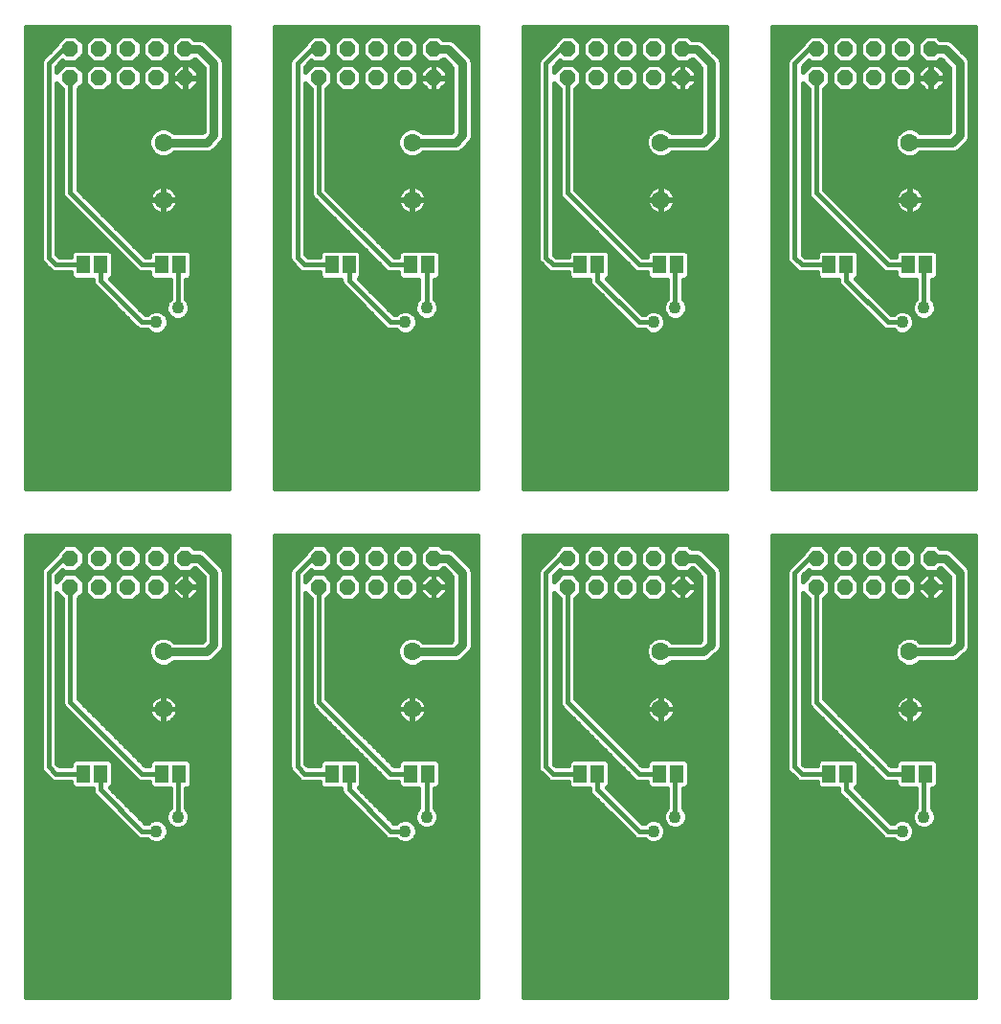
<source format=gbl>
%MOIN*%
%OFA0B0*%
%FSLAX25Y25*%
%IPPOS*%
%LPD*%
%AMOC8*
5,1,8,0,0,$1,22.5*%
%AMCOMP66*
4,1,7,
-0.011597956170014188,0.027999943081456966,
0.011597956170014185,0.027999943081456966,
0.027999943081456966,0.01159795617001419,
0.027999943081456966,-0.011597956170014185,
0.011597956170014192,-0.027999943081456966,
-0.011597956170014185,-0.027999943081456966,
-0.027999943081456966,-0.011597956170014192,
-0.027999943081456966,0.011597956170014181,
0*%
%AMOC80*
5,1,8,0,0,$1,22.5*%
%AMCOMP700*
4,1,7,
-0.011597956170014188,0.027999943081456966,
0.011597956170014185,0.027999943081456966,
0.027999943081456966,0.01159795617001419,
0.027999943081456966,-0.011597956170014185,
0.011597956170014192,-0.027999943081456966,
-0.011597956170014185,-0.027999943081456966,
-0.027999943081456966,-0.011597956170014192,
-0.027999943081456966,0.011597956170014181,
0*%
%AMOC81*
5,1,8,0,0,$1,22.5*%
%AMCOMP740*
4,1,7,
-0.011597956170014188,0.027999943081456966,
0.011597956170014185,0.027999943081456966,
0.027999943081456966,0.01159795617001419,
0.027999943081456966,-0.011597956170014185,
0.011597956170014192,-0.027999943081456966,
-0.011597956170014185,-0.027999943081456966,
-0.027999943081456966,-0.011597956170014192,
-0.027999943081456966,0.011597956170014181,
0*%
%AMOC80*
5,1,8,0,0,$1,22.5*%
%AMCOMP780*
4,1,7,
-0.011597956170014188,0.027999943081456966,
0.011597956170014185,0.027999943081456966,
0.027999943081456966,0.01159795617001419,
0.027999943081456966,-0.011597956170014185,
0.011597956170014192,-0.027999943081456966,
-0.011597956170014185,-0.027999943081456966,
-0.027999943081456966,-0.011597956170014192,
-0.027999943081456966,0.011597956170014181,
0*%
%AMOC81*
5,1,8,0,0,$1,22.5*%
%AMCOMP820*
4,1,7,
-0.011597956170014188,0.027999943081456966,
0.011597956170014185,0.027999943081456966,
0.027999943081456966,0.01159795617001419,
0.027999943081456966,-0.011597956170014185,
0.011597956170014192,-0.027999943081456966,
-0.011597956170014185,-0.027999943081456966,
-0.027999943081456966,-0.011597956170014192,
-0.027999943081456966,0.011597956170014181,
0*%
%AMOC80*
5,1,8,0,0,$1,22.5*%
%AMCOMP860*
4,1,7,
-0.011597956170014188,0.027999943081456966,
0.011597956170014185,0.027999943081456966,
0.027999943081456966,0.01159795617001419,
0.027999943081456966,-0.011597956170014185,
0.011597956170014192,-0.027999943081456966,
-0.011597956170014185,-0.027999943081456966,
-0.027999943081456966,-0.011597956170014192,
-0.027999943081456966,0.011597956170014181,
0*%
%AMOC81*
5,1,8,0,0,$1,22.5*%
%AMCOMP900*
4,1,7,
-0.011597956170014188,0.027999943081456966,
0.011597956170014185,0.027999943081456966,
0.027999943081456966,0.01159795617001419,
0.027999943081456966,-0.011597956170014185,
0.011597956170014192,-0.027999943081456966,
-0.011597956170014185,-0.027999943081456966,
-0.027999943081456966,-0.011597956170014192,
-0.027999943081456966,0.011597956170014181,
0*%
%AMOC80*
5,1,8,0,0,$1,22.5*%
%AMCOMP940*
4,1,7,
-0.011597956170014188,0.027999943081456966,
0.011597956170014185,0.027999943081456966,
0.027999943081456966,0.01159795617001419,
0.027999943081456966,-0.011597956170014185,
0.011597956170014192,-0.027999943081456966,
-0.011597956170014185,-0.027999943081456966,
-0.027999943081456966,-0.011597956170014192,
-0.027999943081456966,0.011597956170014181,
0*%
%ADD10R,0.046X0.063*%
%AMCOMP113*
4,1,7,
-0.011597956170014188,0.027999943081456966,
0.011597956170014185,0.027999943081456966,
0.027999943081456966,0.01159795617001419,
0.027999943081456966,-0.011597956170014185,
0.011597956170014192,-0.027999943081456966,
-0.011597956170014185,-0.027999943081456966,
-0.027999943081456966,-0.011597956170014192,
-0.027999943081456966,0.011597956170014181,
0*%
%ADD11COMP113,0.056*%
%ADD12C,0.06299*%
%ADD13C,0.01575*%
%ADD14C,0.0315*%
%ADD15C,0.04331*%
%ADD26R,0.046X0.063*%
%AMCOMP114*
4,1,7,
-0.011597956170014188,0.027999943081456966,
0.011597956170014185,0.027999943081456966,
0.027999943081456966,0.01159795617001419,
0.027999943081456966,-0.011597956170014185,
0.011597956170014192,-0.027999943081456966,
-0.011597956170014185,-0.027999943081456966,
-0.027999943081456966,-0.011597956170014192,
-0.027999943081456966,0.011597956170014181,
0*%
%ADD27COMP114,0.056*%
%ADD28C,0.06299*%
%ADD29C,0.01575*%
%ADD30C,0.0315*%
%ADD31C,0.04331*%
%ADD32R,0.046X0.063*%
%AMCOMP115*
4,1,7,
-0.011597956170014188,0.027999943081456966,
0.011597956170014185,0.027999943081456966,
0.027999943081456966,0.01159795617001419,
0.027999943081456966,-0.011597956170014185,
0.011597956170014192,-0.027999943081456966,
-0.011597956170014185,-0.027999943081456966,
-0.027999943081456966,-0.011597956170014192,
-0.027999943081456966,0.011597956170014181,
0*%
%ADD33COMP115,0.056*%
%ADD34C,0.06299*%
%ADD35C,0.01575*%
%ADD36C,0.0315*%
%ADD37C,0.04331*%
%ADD38R,0.046X0.063*%
%AMCOMP116*
4,1,7,
-0.011597956170014188,0.027999943081456966,
0.011597956170014185,0.027999943081456966,
0.027999943081456966,0.01159795617001419,
0.027999943081456966,-0.011597956170014185,
0.011597956170014192,-0.027999943081456966,
-0.011597956170014185,-0.027999943081456966,
-0.027999943081456966,-0.011597956170014192,
-0.027999943081456966,0.011597956170014181,
0*%
%ADD39COMP116,0.056*%
%ADD40C,0.06299*%
%ADD41C,0.01575*%
%ADD42C,0.0315*%
%ADD43C,0.04331*%
%ADD44R,0.046X0.063*%
%AMCOMP117*
4,1,7,
-0.011597956170014188,0.027999943081456966,
0.011597956170014185,0.027999943081456966,
0.027999943081456966,0.01159795617001419,
0.027999943081456966,-0.011597956170014185,
0.011597956170014192,-0.027999943081456966,
-0.011597956170014185,-0.027999943081456966,
-0.027999943081456966,-0.011597956170014192,
-0.027999943081456966,0.011597956170014181,
0*%
%ADD45COMP117,0.056*%
%ADD46C,0.06299*%
%ADD47C,0.01575*%
%ADD48C,0.0315*%
%ADD49C,0.04331*%
%ADD50R,0.046X0.063*%
%AMCOMP118*
4,1,7,
-0.011597956170014188,0.027999943081456966,
0.011597956170014185,0.027999943081456966,
0.027999943081456966,0.01159795617001419,
0.027999943081456966,-0.011597956170014185,
0.011597956170014192,-0.027999943081456966,
-0.011597956170014185,-0.027999943081456966,
-0.027999943081456966,-0.011597956170014192,
-0.027999943081456966,0.011597956170014181,
0*%
%ADD51COMP118,0.056*%
%ADD52C,0.06299*%
%ADD53C,0.01575*%
%ADD54C,0.0315*%
%ADD55C,0.04331*%
%ADD56R,0.046X0.063*%
%AMCOMP119*
4,1,7,
-0.011597956170014188,0.027999943081456966,
0.011597956170014185,0.027999943081456966,
0.027999943081456966,0.01159795617001419,
0.027999943081456966,-0.011597956170014185,
0.011597956170014192,-0.027999943081456966,
-0.011597956170014185,-0.027999943081456966,
-0.027999943081456966,-0.011597956170014192,
-0.027999943081456966,0.011597956170014181,
0*%
%ADD57COMP119,0.056*%
%ADD58C,0.06299*%
%ADD59C,0.01575*%
%ADD60C,0.0315*%
%ADD61C,0.04331*%
%ADD62R,0.046X0.063*%
%AMCOMP120*
4,1,7,
-0.011597956170014188,0.027999943081456966,
0.011597956170014185,0.027999943081456966,
0.027999943081456966,0.01159795617001419,
0.027999943081456966,-0.011597956170014185,
0.011597956170014192,-0.027999943081456966,
-0.011597956170014185,-0.027999943081456966,
-0.027999943081456966,-0.011597956170014192,
-0.027999943081456966,0.011597956170014181,
0*%
%ADD63COMP120,0.056*%
%ADD64C,0.06299*%
%ADD65C,0.01575*%
%ADD66C,0.0315*%
%ADD67C,0.04331*%
G75*
D10*
X0019685Y0011811D02*
X0043472Y0093598D03*
X0049472Y0093598D03*
X0070972Y0093598D03*
X0076972Y0093598D03*
D11*
X0078972Y0158598D03*
X0078972Y0168598D03*
X0068972Y0168598D03*
X0068972Y0158598D03*
X0058972Y0158598D03*
X0058972Y0168598D03*
X0048972Y0168598D03*
X0048972Y0158598D03*
X0038972Y0158598D03*
X0038972Y0168598D03*
D12*
X0071472Y0136098D03*
X0071472Y0116097D03*
D13*
X0023638Y0176433D02*
X0023638Y0015763D01*
X0094307Y0015763D01*
X0094307Y0176433D01*
X0023638Y0176433D01*
X0023638Y0175650D02*
X0094307Y0175650D01*
X0094307Y0174076D02*
X0023638Y0174076D01*
X0023638Y0172503D02*
X0036133Y0172503D01*
X0036997Y0173367D02*
X0034204Y0170574D01*
X0034204Y0170227D01*
X0029911Y0165935D01*
X0029136Y0165159D01*
X0028716Y0164147D01*
X0028716Y0095550D01*
X0029136Y0094537D01*
X0031635Y0092037D01*
X0032411Y0091262D01*
X0033424Y0090841D01*
X0039204Y0090841D01*
X0039204Y0089633D01*
X0040357Y0088480D01*
X0046716Y0088480D01*
X0046716Y0087550D01*
X0047136Y0086537D01*
X0061636Y0072037D01*
X0062411Y0071262D01*
X0063424Y0070842D01*
X0065882Y0070842D01*
X0066631Y0070094D01*
X0068150Y0069465D01*
X0069795Y0069465D01*
X0071314Y0070094D01*
X0072476Y0071256D01*
X0073106Y0072776D01*
X0073106Y0074420D01*
X0072476Y0075939D01*
X0071314Y0077103D01*
X0069795Y0077732D01*
X0068150Y0077732D01*
X0066631Y0077103D01*
X0065882Y0076353D01*
X0065113Y0076353D01*
X0052788Y0088680D01*
X0053741Y0089633D01*
X0053741Y0097564D01*
X0052588Y0098717D01*
X0040357Y0098717D01*
X0039204Y0097564D01*
X0039204Y0096354D01*
X0035114Y0096354D01*
X0034228Y0097240D01*
X0034228Y0156599D01*
X0036216Y0154611D01*
X0036216Y0118050D01*
X0036636Y0117036D01*
X0037411Y0116262D01*
X0062411Y0091262D01*
X0063424Y0090841D01*
X0066704Y0090841D01*
X0066704Y0089633D01*
X0067857Y0088480D01*
X0073716Y0088480D01*
X0073716Y0081689D01*
X0072968Y0080940D01*
X0072339Y0079421D01*
X0072339Y0077776D01*
X0072968Y0076257D01*
X0074130Y0075094D01*
X0075649Y0074465D01*
X0077295Y0074465D01*
X0078813Y0075094D01*
X0079977Y0076257D01*
X0080606Y0077776D01*
X0080606Y0079421D01*
X0079977Y0080940D01*
X0079228Y0081689D01*
X0079228Y0088480D01*
X0080087Y0088480D01*
X0081241Y0089633D01*
X0081241Y0097564D01*
X0080087Y0098717D01*
X0067857Y0098717D01*
X0066704Y0097564D01*
X0066704Y0096354D01*
X0065113Y0096354D01*
X0041728Y0119740D01*
X0041728Y0154611D01*
X0043741Y0156623D01*
X0043741Y0160574D01*
X0040948Y0163367D01*
X0036997Y0163367D01*
X0034228Y0160598D01*
X0034228Y0162457D01*
X0036299Y0164528D01*
X0036997Y0163830D01*
X0040948Y0163830D01*
X0043741Y0166623D01*
X0043741Y0170574D01*
X0040948Y0173367D01*
X0036997Y0173367D01*
X0036472Y0168598D02*
X0031472Y0163598D01*
X0031472Y0096098D01*
X0033972Y0093598D01*
X0043472Y0093598D01*
X0040198Y0098557D02*
X0034228Y0098557D01*
X0034228Y0100130D02*
X0053542Y0100130D01*
X0052747Y0098557D02*
X0055116Y0098557D01*
X0053741Y0096984D02*
X0056689Y0096984D01*
X0058263Y0095411D02*
X0053741Y0095411D01*
X0053741Y0093837D02*
X0059836Y0093837D01*
X0061409Y0092264D02*
X0053741Y0092264D01*
X0053741Y0090691D02*
X0066704Y0090691D01*
X0067219Y0089117D02*
X0053225Y0089117D01*
X0053924Y0087544D02*
X0073716Y0087544D01*
X0073716Y0085970D02*
X0055496Y0085970D01*
X0057071Y0084398D02*
X0073716Y0084398D01*
X0073716Y0082824D02*
X0058643Y0082824D01*
X0060217Y0081251D02*
X0073279Y0081251D01*
X0072445Y0079678D02*
X0061790Y0079678D01*
X0063364Y0078104D02*
X0072339Y0078104D01*
X0071886Y0076531D02*
X0072854Y0076531D01*
X0072884Y0074958D02*
X0074460Y0074958D01*
X0073106Y0073384D02*
X0094307Y0073384D01*
X0094307Y0071811D02*
X0072706Y0071811D01*
X0071458Y0070238D02*
X0094307Y0070238D01*
X0094307Y0068664D02*
X0023638Y0068664D01*
X0023638Y0067091D02*
X0094307Y0067091D01*
X0094307Y0065518D02*
X0023638Y0065518D01*
X0023638Y0063944D02*
X0094307Y0063944D01*
X0094307Y0062371D02*
X0023638Y0062371D01*
X0023638Y0060798D02*
X0094307Y0060798D01*
X0094307Y0059225D02*
X0023638Y0059225D01*
X0023638Y0057651D02*
X0094307Y0057651D01*
X0094307Y0056077D02*
X0023638Y0056077D01*
X0023638Y0054505D02*
X0094307Y0054505D01*
X0094307Y0052930D02*
X0023638Y0052930D01*
X0023638Y0051358D02*
X0094307Y0051358D01*
X0094307Y0049785D02*
X0023638Y0049785D01*
X0023638Y0048211D02*
X0094307Y0048211D01*
X0094307Y0046638D02*
X0023638Y0046638D01*
X0023638Y0045065D02*
X0094307Y0045065D01*
X0094307Y0043491D02*
X0023638Y0043491D01*
X0023638Y0041918D02*
X0094307Y0041918D01*
X0094307Y0040345D02*
X0023638Y0040345D01*
X0023638Y0038771D02*
X0094307Y0038771D01*
X0094307Y0037198D02*
X0023638Y0037198D01*
X0023638Y0035625D02*
X0094307Y0035625D01*
X0094307Y0034051D02*
X0023638Y0034051D01*
X0023638Y0032478D02*
X0094307Y0032478D01*
X0094307Y0030905D02*
X0023638Y0030905D01*
X0023638Y0029332D02*
X0094307Y0029332D01*
X0094307Y0027758D02*
X0023638Y0027758D01*
X0023638Y0026185D02*
X0094307Y0026185D01*
X0094307Y0024612D02*
X0023638Y0024612D01*
X0023638Y0023038D02*
X0094307Y0023038D01*
X0094307Y0021465D02*
X0023638Y0021465D01*
X0023638Y0019892D02*
X0094307Y0019892D01*
X0094307Y0018318D02*
X0023638Y0018318D01*
X0023638Y0016745D02*
X0094307Y0016745D01*
X0068972Y0073598D02*
X0063971Y0073598D01*
X0049472Y0088098D01*
X0049472Y0093598D01*
X0046718Y0087544D02*
X0023638Y0087544D01*
X0023638Y0085970D02*
X0047702Y0085970D01*
X0049276Y0084398D02*
X0023638Y0084398D01*
X0023638Y0082824D02*
X0050849Y0082824D01*
X0052422Y0081251D02*
X0023638Y0081251D01*
X0023638Y0079678D02*
X0053996Y0079678D01*
X0055569Y0078104D02*
X0023638Y0078104D01*
X0023638Y0076531D02*
X0057142Y0076531D01*
X0058716Y0074958D02*
X0023638Y0074958D01*
X0023638Y0073384D02*
X0060289Y0073384D01*
X0061861Y0071811D02*
X0023638Y0071811D01*
X0023638Y0070238D02*
X0066487Y0070238D01*
X0066059Y0076531D02*
X0064936Y0076531D01*
X0063971Y0093598D02*
X0038972Y0118598D01*
X0038972Y0158598D01*
X0036694Y0163063D02*
X0034835Y0163063D01*
X0035120Y0161490D02*
X0034228Y0161490D01*
X0034228Y0155197D02*
X0035630Y0155197D01*
X0036216Y0153623D02*
X0034228Y0153623D01*
X0034228Y0152050D02*
X0036216Y0152050D01*
X0036216Y0150477D02*
X0034228Y0150477D01*
X0034228Y0148903D02*
X0036216Y0148903D01*
X0036216Y0147330D02*
X0034228Y0147330D01*
X0034228Y0145757D02*
X0036216Y0145757D01*
X0036216Y0144184D02*
X0034228Y0144184D01*
X0034228Y0142610D02*
X0036216Y0142610D01*
X0036216Y0141037D02*
X0034228Y0141037D01*
X0034228Y0139464D02*
X0036216Y0139464D01*
X0036216Y0137890D02*
X0034228Y0137890D01*
X0034228Y0136316D02*
X0036216Y0136316D01*
X0036216Y0134744D02*
X0034228Y0134744D01*
X0034228Y0133170D02*
X0036216Y0133170D01*
X0036216Y0131597D02*
X0034228Y0131597D01*
X0034228Y0130024D02*
X0036216Y0130024D01*
X0036216Y0128450D02*
X0034228Y0128450D01*
X0034228Y0126877D02*
X0036216Y0126877D01*
X0036216Y0125304D02*
X0034228Y0125304D01*
X0034228Y0123730D02*
X0036216Y0123730D01*
X0036216Y0122157D02*
X0034228Y0122157D01*
X0034228Y0120584D02*
X0036216Y0120584D01*
X0036216Y0119010D02*
X0034228Y0119010D01*
X0034228Y0117436D02*
X0036470Y0117436D01*
X0037809Y0115863D02*
X0034228Y0115863D01*
X0034228Y0114291D02*
X0039383Y0114291D01*
X0040956Y0112717D02*
X0034228Y0112717D01*
X0034228Y0111144D02*
X0042529Y0111144D01*
X0044103Y0109571D02*
X0034228Y0109571D01*
X0034228Y0107997D02*
X0045676Y0107997D01*
X0047249Y0106424D02*
X0034228Y0106424D01*
X0034228Y0104851D02*
X0048823Y0104851D01*
X0050395Y0103277D02*
X0034228Y0103277D01*
X0034228Y0101704D02*
X0051969Y0101704D01*
X0055044Y0106424D02*
X0094307Y0106424D01*
X0094307Y0107997D02*
X0053471Y0107997D01*
X0051898Y0109571D02*
X0094307Y0109571D01*
X0094307Y0111144D02*
X0050324Y0111144D01*
X0048750Y0112717D02*
X0067872Y0112717D01*
X0067707Y0112882D02*
X0068255Y0112333D01*
X0068885Y0111876D01*
X0069577Y0111523D01*
X0070316Y0111283D01*
X0071084Y0111161D01*
X0071374Y0111161D01*
X0071374Y0115999D01*
X0066535Y0115999D01*
X0066535Y0115710D01*
X0066657Y0114942D01*
X0066897Y0114203D01*
X0067250Y0113511D01*
X0067707Y0112882D01*
X0066869Y0114291D02*
X0047178Y0114291D01*
X0045604Y0115863D02*
X0066535Y0115863D01*
X0066535Y0116197D02*
X0071374Y0116197D01*
X0071374Y0121035D01*
X0071084Y0121035D01*
X0070316Y0120914D01*
X0069577Y0120673D01*
X0068885Y0120320D01*
X0068255Y0119864D01*
X0067707Y0119315D01*
X0067250Y0118686D01*
X0066897Y0117994D01*
X0066657Y0117253D01*
X0066535Y0116487D01*
X0066535Y0116197D01*
X0066715Y0117436D02*
X0044031Y0117436D01*
X0042458Y0119010D02*
X0067486Y0119010D01*
X0069401Y0120584D02*
X0041728Y0120584D01*
X0041728Y0122157D02*
X0094307Y0122157D01*
X0094307Y0120584D02*
X0073544Y0120584D01*
X0073368Y0120673D02*
X0072628Y0120914D01*
X0071861Y0121035D01*
X0071571Y0121035D01*
X0071571Y0116197D01*
X0071374Y0116197D01*
X0071374Y0115999D01*
X0071571Y0115999D01*
X0071571Y0116197D01*
X0076409Y0116197D01*
X0076409Y0116487D01*
X0076288Y0117253D01*
X0076048Y0117994D01*
X0075695Y0118686D01*
X0075238Y0119315D01*
X0074689Y0119864D01*
X0074060Y0120320D01*
X0073368Y0120673D01*
X0071571Y0120584D02*
X0071374Y0120584D01*
X0071374Y0119010D02*
X0071571Y0119010D01*
X0071571Y0117436D02*
X0071374Y0117436D01*
X0071571Y0115999D02*
X0076409Y0115999D01*
X0076409Y0115710D01*
X0076288Y0114942D01*
X0076048Y0114203D01*
X0075695Y0113511D01*
X0075238Y0112882D01*
X0074689Y0112333D01*
X0074060Y0111876D01*
X0073368Y0111523D01*
X0072628Y0111283D01*
X0071861Y0111161D01*
X0071571Y0111161D01*
X0071571Y0115999D01*
X0071571Y0115863D02*
X0071374Y0115863D01*
X0071374Y0114291D02*
X0071571Y0114291D01*
X0071571Y0112717D02*
X0071374Y0112717D01*
X0075073Y0112717D02*
X0094307Y0112717D01*
X0094307Y0114291D02*
X0076076Y0114291D01*
X0076409Y0115863D02*
X0094307Y0115863D01*
X0094307Y0117436D02*
X0076228Y0117436D01*
X0075459Y0119010D02*
X0094307Y0119010D01*
X0094307Y0123730D02*
X0041728Y0123730D01*
X0041728Y0125304D02*
X0094307Y0125304D01*
X0094307Y0126877D02*
X0041728Y0126877D01*
X0041728Y0128450D02*
X0094307Y0128450D01*
X0094307Y0130024D02*
X0041728Y0130024D01*
X0041728Y0131597D02*
X0068965Y0131597D01*
X0068573Y0131759D02*
X0070454Y0130980D01*
X0072490Y0130980D01*
X0074372Y0131759D01*
X0075167Y0132555D01*
X0087177Y0132555D01*
X0088480Y0133095D01*
X0089476Y0134091D01*
X0091976Y0136591D01*
X0092516Y0137894D01*
X0092516Y0164303D01*
X0091976Y0165606D01*
X0090980Y0166602D01*
X0085980Y0171602D01*
X0084677Y0172142D01*
X0082173Y0172142D01*
X0080948Y0173367D01*
X0076997Y0173367D01*
X0074203Y0170574D01*
X0074203Y0166623D01*
X0076997Y0163830D01*
X0080948Y0163830D01*
X0082173Y0165055D01*
X0082505Y0165055D01*
X0085429Y0162131D01*
X0085429Y0140066D01*
X0085005Y0139642D01*
X0075167Y0139642D01*
X0074372Y0140437D01*
X0072490Y0141216D01*
X0070454Y0141216D01*
X0068573Y0140437D01*
X0067133Y0138998D01*
X0066353Y0137116D01*
X0066353Y0135080D01*
X0067133Y0133199D01*
X0068573Y0131759D01*
X0067162Y0133170D02*
X0041728Y0133170D01*
X0041728Y0134744D02*
X0066494Y0134744D01*
X0066353Y0136316D02*
X0041728Y0136316D01*
X0041728Y0137890D02*
X0066675Y0137890D01*
X0067599Y0139464D02*
X0041728Y0139464D01*
X0041728Y0141037D02*
X0070021Y0141037D01*
X0072924Y0141037D02*
X0085429Y0141037D01*
X0085429Y0142610D02*
X0041728Y0142610D01*
X0041728Y0144184D02*
X0085429Y0144184D01*
X0085429Y0145757D02*
X0041728Y0145757D01*
X0041728Y0147330D02*
X0085429Y0147330D01*
X0085429Y0148903D02*
X0041728Y0148903D01*
X0041728Y0150477D02*
X0085429Y0150477D01*
X0085429Y0152050D02*
X0041728Y0152050D01*
X0041728Y0153623D02*
X0085429Y0153623D01*
X0085429Y0155197D02*
X0082058Y0155197D01*
X0080873Y0154011D02*
X0083560Y0156698D01*
X0083560Y0158486D01*
X0079085Y0158486D01*
X0079085Y0158711D01*
X0083560Y0158711D01*
X0083560Y0160499D01*
X0080873Y0163186D01*
X0079085Y0163186D01*
X0079085Y0158711D01*
X0078860Y0158711D01*
X0078860Y0163186D01*
X0077072Y0163186D01*
X0074385Y0160499D01*
X0074385Y0158711D01*
X0078860Y0158711D01*
X0078860Y0158486D01*
X0079085Y0158486D01*
X0079085Y0154011D01*
X0080873Y0154011D01*
X0078860Y0154011D02*
X0078860Y0158486D01*
X0074385Y0158486D01*
X0074385Y0156698D01*
X0077072Y0154011D01*
X0078860Y0154011D01*
X0078860Y0155197D02*
X0079085Y0155197D01*
X0079085Y0156770D02*
X0078860Y0156770D01*
X0078860Y0158342D02*
X0079085Y0158342D01*
X0079085Y0159917D02*
X0078860Y0159917D01*
X0078860Y0161490D02*
X0079085Y0161490D01*
X0079085Y0163063D02*
X0078860Y0163063D01*
X0076950Y0163063D02*
X0071251Y0163063D01*
X0070948Y0163367D02*
X0066997Y0163367D01*
X0064203Y0160574D01*
X0064203Y0156623D01*
X0066997Y0153830D01*
X0070948Y0153830D01*
X0073741Y0156623D01*
X0073741Y0160574D01*
X0070948Y0163367D01*
X0070948Y0163830D02*
X0073741Y0166623D01*
X0073741Y0170574D01*
X0070948Y0173367D01*
X0066997Y0173367D01*
X0064203Y0170574D01*
X0064203Y0166623D01*
X0066997Y0163830D01*
X0070948Y0163830D01*
X0071754Y0164637D02*
X0076191Y0164637D01*
X0074616Y0166210D02*
X0073328Y0166210D01*
X0073741Y0167783D02*
X0074203Y0167783D01*
X0074203Y0169357D02*
X0073741Y0169357D01*
X0073385Y0170929D02*
X0074560Y0170929D01*
X0076133Y0172503D02*
X0071811Y0172503D01*
X0066133Y0172503D02*
X0061811Y0172503D01*
X0060948Y0173367D02*
X0056997Y0173367D01*
X0054204Y0170574D01*
X0054204Y0166623D01*
X0056997Y0163830D01*
X0060948Y0163830D01*
X0063741Y0166623D01*
X0063741Y0170574D01*
X0060948Y0173367D01*
X0063385Y0170929D02*
X0064559Y0170929D01*
X0064203Y0169357D02*
X0063741Y0169357D01*
X0063741Y0167783D02*
X0064203Y0167783D01*
X0064616Y0166210D02*
X0063327Y0166210D01*
X0061754Y0164637D02*
X0066191Y0164637D01*
X0066694Y0163063D02*
X0061251Y0163063D01*
X0060948Y0163367D02*
X0056997Y0163367D01*
X0054204Y0160574D01*
X0054204Y0156623D01*
X0056997Y0153830D01*
X0060948Y0153830D01*
X0063741Y0156623D01*
X0063741Y0160574D01*
X0060948Y0163367D01*
X0062825Y0161490D02*
X0065120Y0161490D01*
X0064203Y0159917D02*
X0063741Y0159917D01*
X0063741Y0158342D02*
X0064203Y0158342D01*
X0064203Y0156770D02*
X0063741Y0156770D01*
X0062314Y0155197D02*
X0065629Y0155197D01*
X0072314Y0155197D02*
X0075887Y0155197D01*
X0074385Y0156770D02*
X0073741Y0156770D01*
X0073741Y0158342D02*
X0074385Y0158342D01*
X0074385Y0159917D02*
X0073741Y0159917D01*
X0072825Y0161490D02*
X0075376Y0161490D01*
X0080995Y0163063D02*
X0084497Y0163063D01*
X0085429Y0161490D02*
X0082568Y0161490D01*
X0083560Y0159917D02*
X0085429Y0159917D01*
X0085429Y0158342D02*
X0083560Y0158342D01*
X0083560Y0156770D02*
X0085429Y0156770D01*
X0082923Y0164637D02*
X0081754Y0164637D01*
X0081811Y0172503D02*
X0094307Y0172503D01*
X0094307Y0170929D02*
X0086652Y0170929D01*
X0088224Y0169357D02*
X0094307Y0169357D01*
X0094307Y0167783D02*
X0089799Y0167783D01*
X0091372Y0166210D02*
X0094307Y0166210D01*
X0094307Y0164637D02*
X0092378Y0164637D01*
X0092516Y0163063D02*
X0094307Y0163063D01*
X0094307Y0161490D02*
X0092516Y0161490D01*
X0092516Y0159917D02*
X0094307Y0159917D01*
X0094307Y0158342D02*
X0092516Y0158342D01*
X0092516Y0156770D02*
X0094307Y0156770D01*
X0094307Y0155197D02*
X0092516Y0155197D01*
X0092516Y0153623D02*
X0094307Y0153623D01*
X0094307Y0152050D02*
X0092516Y0152050D01*
X0092516Y0150477D02*
X0094307Y0150477D01*
X0094307Y0148903D02*
X0092516Y0148903D01*
X0092516Y0147330D02*
X0094307Y0147330D01*
X0094307Y0145757D02*
X0092516Y0145757D01*
X0092516Y0144184D02*
X0094307Y0144184D01*
X0094307Y0142610D02*
X0092516Y0142610D01*
X0092516Y0141037D02*
X0094307Y0141037D01*
X0094307Y0139464D02*
X0092516Y0139464D01*
X0092514Y0137890D02*
X0094307Y0137890D01*
X0094307Y0136316D02*
X0091702Y0136316D01*
X0090128Y0134744D02*
X0094307Y0134744D01*
X0094307Y0133170D02*
X0088555Y0133170D01*
X0094307Y0131597D02*
X0073979Y0131597D01*
X0059763Y0101704D02*
X0094307Y0101704D01*
X0094307Y0100130D02*
X0061338Y0100130D01*
X0062910Y0098557D02*
X0067697Y0098557D01*
X0066704Y0096984D02*
X0064484Y0096984D01*
X0063971Y0093598D02*
X0070972Y0093598D01*
X0076472Y0093098D02*
X0076972Y0093598D01*
X0076472Y0093098D02*
X0076472Y0078597D01*
X0078485Y0074958D02*
X0094307Y0074958D01*
X0094307Y0076531D02*
X0080090Y0076531D01*
X0080606Y0078104D02*
X0094307Y0078104D01*
X0094307Y0079678D02*
X0080500Y0079678D01*
X0079666Y0081251D02*
X0094307Y0081251D01*
X0094307Y0082824D02*
X0079228Y0082824D01*
X0079228Y0084398D02*
X0094307Y0084398D01*
X0094307Y0085970D02*
X0079228Y0085970D01*
X0079228Y0087544D02*
X0094307Y0087544D01*
X0094307Y0089117D02*
X0080725Y0089117D01*
X0081241Y0090691D02*
X0094307Y0090691D01*
X0094307Y0092264D02*
X0081241Y0092264D01*
X0081241Y0093837D02*
X0094307Y0093837D01*
X0094307Y0095411D02*
X0081241Y0095411D01*
X0081241Y0096984D02*
X0094307Y0096984D01*
X0094307Y0098557D02*
X0080247Y0098557D01*
X0094307Y0103277D02*
X0058191Y0103277D01*
X0056618Y0104851D02*
X0094307Y0104851D01*
X0056694Y0163063D02*
X0051251Y0163063D01*
X0050948Y0163367D02*
X0046997Y0163367D01*
X0044204Y0160574D01*
X0044204Y0156623D01*
X0046997Y0153830D01*
X0050948Y0153830D01*
X0053741Y0156623D01*
X0053741Y0160574D01*
X0050948Y0163367D01*
X0050948Y0163830D02*
X0053741Y0166623D01*
X0053741Y0170574D01*
X0050948Y0173367D01*
X0046997Y0173367D01*
X0044204Y0170574D01*
X0044204Y0166623D01*
X0046997Y0163830D01*
X0050948Y0163830D01*
X0051754Y0164637D02*
X0056191Y0164637D01*
X0054617Y0166210D02*
X0053328Y0166210D01*
X0053741Y0167783D02*
X0054204Y0167783D01*
X0054204Y0169357D02*
X0053741Y0169357D01*
X0053385Y0170929D02*
X0054560Y0170929D01*
X0056133Y0172503D02*
X0051810Y0172503D01*
X0046694Y0163063D02*
X0041251Y0163063D01*
X0041754Y0164637D02*
X0046191Y0164637D01*
X0044617Y0166210D02*
X0043328Y0166210D01*
X0043741Y0167783D02*
X0044204Y0167783D01*
X0044204Y0169357D02*
X0043741Y0169357D01*
X0043385Y0170929D02*
X0044560Y0170929D01*
X0046133Y0172503D02*
X0041811Y0172503D01*
X0038972Y0168598D02*
X0036472Y0168598D01*
X0034560Y0170929D02*
X0023638Y0170929D01*
X0023638Y0169357D02*
X0033333Y0169357D01*
X0031759Y0167783D02*
X0023638Y0167783D01*
X0023638Y0166210D02*
X0030186Y0166210D01*
X0028919Y0164637D02*
X0023638Y0164637D01*
X0023638Y0163063D02*
X0028716Y0163063D01*
X0028716Y0161490D02*
X0023638Y0161490D01*
X0023638Y0159917D02*
X0028716Y0159917D01*
X0028716Y0158342D02*
X0023638Y0158342D01*
X0023638Y0156770D02*
X0028716Y0156770D01*
X0028716Y0155197D02*
X0023638Y0155197D01*
X0023638Y0153623D02*
X0028716Y0153623D01*
X0028716Y0152050D02*
X0023638Y0152050D01*
X0023638Y0150477D02*
X0028716Y0150477D01*
X0028716Y0148903D02*
X0023638Y0148903D01*
X0023638Y0147330D02*
X0028716Y0147330D01*
X0028716Y0145757D02*
X0023638Y0145757D01*
X0023638Y0144184D02*
X0028716Y0144184D01*
X0028716Y0142610D02*
X0023638Y0142610D01*
X0023638Y0141037D02*
X0028716Y0141037D01*
X0028716Y0139464D02*
X0023638Y0139464D01*
X0023638Y0137890D02*
X0028716Y0137890D01*
X0028716Y0136316D02*
X0023638Y0136316D01*
X0023638Y0134744D02*
X0028716Y0134744D01*
X0028716Y0133170D02*
X0023638Y0133170D01*
X0023638Y0131597D02*
X0028716Y0131597D01*
X0028716Y0130024D02*
X0023638Y0130024D01*
X0023638Y0128450D02*
X0028716Y0128450D01*
X0028716Y0126877D02*
X0023638Y0126877D01*
X0023638Y0125304D02*
X0028716Y0125304D01*
X0028716Y0123730D02*
X0023638Y0123730D01*
X0023638Y0122157D02*
X0028716Y0122157D01*
X0028716Y0120584D02*
X0023638Y0120584D01*
X0023638Y0119010D02*
X0028716Y0119010D01*
X0028716Y0117436D02*
X0023638Y0117436D01*
X0023638Y0115863D02*
X0028716Y0115863D01*
X0028716Y0114291D02*
X0023638Y0114291D01*
X0023638Y0112717D02*
X0028716Y0112717D01*
X0028716Y0111144D02*
X0023638Y0111144D01*
X0023638Y0109571D02*
X0028716Y0109571D01*
X0028716Y0107997D02*
X0023638Y0107997D01*
X0023638Y0106424D02*
X0028716Y0106424D01*
X0028716Y0104851D02*
X0023638Y0104851D01*
X0023638Y0103277D02*
X0028716Y0103277D01*
X0028716Y0101704D02*
X0023638Y0101704D01*
X0023638Y0100130D02*
X0028716Y0100130D01*
X0028716Y0098557D02*
X0023638Y0098557D01*
X0023638Y0096984D02*
X0028716Y0096984D01*
X0028774Y0095411D02*
X0023638Y0095411D01*
X0023638Y0093837D02*
X0029836Y0093837D01*
X0031408Y0092264D02*
X0023638Y0092264D01*
X0023638Y0090691D02*
X0039204Y0090691D01*
X0039719Y0089117D02*
X0023638Y0089117D01*
X0034484Y0096984D02*
X0039204Y0096984D01*
X0042313Y0155197D02*
X0045630Y0155197D01*
X0044204Y0156770D02*
X0043741Y0156770D01*
X0043741Y0158342D02*
X0044204Y0158342D01*
X0044204Y0159917D02*
X0043741Y0159917D01*
X0042825Y0161490D02*
X0045120Y0161490D01*
X0052314Y0155197D02*
X0055630Y0155197D01*
X0054204Y0156770D02*
X0053741Y0156770D01*
X0053741Y0158342D02*
X0054204Y0158342D01*
X0054204Y0159917D02*
X0053741Y0159917D01*
X0052825Y0161490D02*
X0055120Y0161490D01*
D14*
X0071472Y0136098D02*
X0086472Y0136098D01*
X0088972Y0138598D01*
X0088972Y0163598D01*
X0083972Y0168598D01*
X0078972Y0168598D01*
D15*
X0076472Y0078597D03*
X0068972Y0073598D03*
G04 next file*
G75*
D26*
X0106299Y0011811D02*
X0130085Y0093598D03*
X0136086Y0093598D03*
X0157586Y0093598D03*
X0163586Y0093598D03*
D27*
X0165586Y0158598D03*
X0165586Y0168598D03*
X0155586Y0168598D03*
X0155586Y0158598D03*
X0145586Y0158598D03*
X0145586Y0168598D03*
X0135586Y0168598D03*
X0135586Y0158598D03*
X0125586Y0158598D03*
X0125586Y0168598D03*
D28*
X0158086Y0136098D03*
X0158086Y0116097D03*
D29*
X0110252Y0176433D02*
X0110252Y0015763D01*
X0180921Y0015763D01*
X0180921Y0176433D01*
X0110252Y0176433D01*
X0110252Y0175650D02*
X0180921Y0175650D01*
X0180921Y0174076D02*
X0110252Y0174076D01*
X0110252Y0172503D02*
X0122747Y0172503D01*
X0123611Y0173367D02*
X0120818Y0170574D01*
X0120818Y0170227D01*
X0116524Y0165935D01*
X0115750Y0165159D01*
X0115330Y0164147D01*
X0115330Y0095550D01*
X0115750Y0094537D01*
X0118250Y0092037D01*
X0119025Y0091262D01*
X0120038Y0090841D01*
X0125818Y0090841D01*
X0125818Y0089633D01*
X0126970Y0088480D01*
X0133330Y0088480D01*
X0133330Y0087550D01*
X0133750Y0086537D01*
X0148250Y0072037D01*
X0149025Y0071262D01*
X0150038Y0070842D01*
X0152496Y0070842D01*
X0153245Y0070094D01*
X0154764Y0069465D01*
X0156409Y0069465D01*
X0157928Y0070094D01*
X0159091Y0071256D01*
X0159720Y0072776D01*
X0159720Y0074420D01*
X0159091Y0075939D01*
X0157928Y0077103D01*
X0156409Y0077732D01*
X0154764Y0077732D01*
X0153245Y0077103D01*
X0152496Y0076353D01*
X0151728Y0076353D01*
X0139402Y0088680D01*
X0140355Y0089633D01*
X0140355Y0097564D01*
X0139202Y0098717D01*
X0126970Y0098717D01*
X0125818Y0097564D01*
X0125818Y0096354D01*
X0121727Y0096354D01*
X0120842Y0097240D01*
X0120842Y0156599D01*
X0122830Y0154611D01*
X0122830Y0118050D01*
X0123250Y0117036D01*
X0124025Y0116262D01*
X0149025Y0091262D01*
X0150038Y0090841D01*
X0153318Y0090841D01*
X0153318Y0089633D01*
X0154471Y0088480D01*
X0160330Y0088480D01*
X0160330Y0081689D01*
X0159582Y0080940D01*
X0158953Y0079421D01*
X0158953Y0077776D01*
X0159582Y0076257D01*
X0160744Y0075094D01*
X0162264Y0074465D01*
X0163909Y0074465D01*
X0165427Y0075094D01*
X0166591Y0076257D01*
X0167220Y0077776D01*
X0167220Y0079421D01*
X0166591Y0080940D01*
X0165841Y0081689D01*
X0165841Y0088480D01*
X0166702Y0088480D01*
X0167855Y0089633D01*
X0167855Y0097564D01*
X0166702Y0098717D01*
X0154471Y0098717D01*
X0153318Y0097564D01*
X0153318Y0096354D01*
X0151728Y0096354D01*
X0128342Y0119740D01*
X0128342Y0154611D01*
X0130355Y0156623D01*
X0130355Y0160574D01*
X0127562Y0163367D01*
X0123611Y0163367D01*
X0120842Y0160598D01*
X0120842Y0162457D01*
X0122913Y0164528D01*
X0123611Y0163830D01*
X0127562Y0163830D01*
X0130355Y0166623D01*
X0130355Y0170574D01*
X0127562Y0173367D01*
X0123611Y0173367D01*
X0123086Y0168598D02*
X0118086Y0163598D01*
X0118086Y0096098D01*
X0120586Y0093598D01*
X0130085Y0093598D01*
X0126811Y0098557D02*
X0120842Y0098557D01*
X0120842Y0100130D02*
X0140157Y0100130D01*
X0139361Y0098557D02*
X0141730Y0098557D01*
X0140355Y0096984D02*
X0143303Y0096984D01*
X0144876Y0095411D02*
X0140355Y0095411D01*
X0140355Y0093837D02*
X0146450Y0093837D01*
X0148022Y0092264D02*
X0140355Y0092264D01*
X0140355Y0090691D02*
X0153318Y0090691D01*
X0153833Y0089117D02*
X0139839Y0089117D01*
X0140538Y0087544D02*
X0160330Y0087544D01*
X0160330Y0085970D02*
X0142111Y0085970D01*
X0143685Y0084398D02*
X0160330Y0084398D01*
X0160330Y0082824D02*
X0145258Y0082824D01*
X0146831Y0081251D02*
X0159893Y0081251D01*
X0159059Y0079678D02*
X0148405Y0079678D01*
X0149978Y0078104D02*
X0158953Y0078104D01*
X0158500Y0076531D02*
X0159468Y0076531D01*
X0159498Y0074958D02*
X0161074Y0074958D01*
X0159720Y0073384D02*
X0180921Y0073384D01*
X0180921Y0071811D02*
X0159320Y0071811D01*
X0158072Y0070238D02*
X0180921Y0070238D01*
X0180921Y0068664D02*
X0110252Y0068664D01*
X0110252Y0067091D02*
X0180921Y0067091D01*
X0180921Y0065518D02*
X0110252Y0065518D01*
X0110252Y0063944D02*
X0180921Y0063944D01*
X0180921Y0062371D02*
X0110252Y0062371D01*
X0110252Y0060798D02*
X0180921Y0060798D01*
X0180921Y0059225D02*
X0110252Y0059225D01*
X0110252Y0057651D02*
X0180921Y0057651D01*
X0180921Y0056077D02*
X0110252Y0056077D01*
X0110252Y0054505D02*
X0180921Y0054505D01*
X0180921Y0052930D02*
X0110252Y0052930D01*
X0110252Y0051358D02*
X0180921Y0051358D01*
X0180921Y0049785D02*
X0110252Y0049785D01*
X0110252Y0048211D02*
X0180921Y0048211D01*
X0180921Y0046638D02*
X0110252Y0046638D01*
X0110252Y0045065D02*
X0180921Y0045065D01*
X0180921Y0043491D02*
X0110252Y0043491D01*
X0110252Y0041918D02*
X0180921Y0041918D01*
X0180921Y0040345D02*
X0110252Y0040345D01*
X0110252Y0038771D02*
X0180921Y0038771D01*
X0180921Y0037198D02*
X0110252Y0037198D01*
X0110252Y0035625D02*
X0180921Y0035625D01*
X0180921Y0034051D02*
X0110252Y0034051D01*
X0110252Y0032478D02*
X0180921Y0032478D01*
X0180921Y0030905D02*
X0110252Y0030905D01*
X0110252Y0029332D02*
X0180921Y0029332D01*
X0180921Y0027758D02*
X0110252Y0027758D01*
X0110252Y0026185D02*
X0180921Y0026185D01*
X0180921Y0024612D02*
X0110252Y0024612D01*
X0110252Y0023038D02*
X0180921Y0023038D01*
X0180921Y0021465D02*
X0110252Y0021465D01*
X0110252Y0019892D02*
X0180921Y0019892D01*
X0180921Y0018318D02*
X0110252Y0018318D01*
X0110252Y0016745D02*
X0180921Y0016745D01*
X0155586Y0073598D02*
X0150586Y0073598D01*
X0136086Y0088098D01*
X0136086Y0093598D01*
X0133333Y0087544D02*
X0110252Y0087544D01*
X0110252Y0085970D02*
X0134316Y0085970D01*
X0135890Y0084398D02*
X0110252Y0084398D01*
X0110252Y0082824D02*
X0137463Y0082824D01*
X0139036Y0081251D02*
X0110252Y0081251D01*
X0110252Y0079678D02*
X0140610Y0079678D01*
X0142183Y0078104D02*
X0110252Y0078104D01*
X0110252Y0076531D02*
X0143756Y0076531D01*
X0145330Y0074958D02*
X0110252Y0074958D01*
X0110252Y0073384D02*
X0146903Y0073384D01*
X0148476Y0071811D02*
X0110252Y0071811D01*
X0110252Y0070238D02*
X0153101Y0070238D01*
X0152673Y0076531D02*
X0151551Y0076531D01*
X0150586Y0093598D02*
X0125586Y0118598D01*
X0125586Y0158598D01*
X0123308Y0163063D02*
X0121449Y0163063D01*
X0121734Y0161490D02*
X0120842Y0161490D01*
X0120842Y0155197D02*
X0122244Y0155197D01*
X0122830Y0153623D02*
X0120842Y0153623D01*
X0120842Y0152050D02*
X0122830Y0152050D01*
X0122830Y0150477D02*
X0120842Y0150477D01*
X0120842Y0148903D02*
X0122830Y0148903D01*
X0122830Y0147330D02*
X0120842Y0147330D01*
X0120842Y0145757D02*
X0122830Y0145757D01*
X0122830Y0144184D02*
X0120842Y0144184D01*
X0120842Y0142610D02*
X0122830Y0142610D01*
X0122830Y0141037D02*
X0120842Y0141037D01*
X0120842Y0139464D02*
X0122830Y0139464D01*
X0122830Y0137890D02*
X0120842Y0137890D01*
X0120842Y0136316D02*
X0122830Y0136316D01*
X0122830Y0134744D02*
X0120842Y0134744D01*
X0120842Y0133170D02*
X0122830Y0133170D01*
X0122830Y0131597D02*
X0120842Y0131597D01*
X0120842Y0130024D02*
X0122830Y0130024D01*
X0122830Y0128450D02*
X0120842Y0128450D01*
X0120842Y0126877D02*
X0122830Y0126877D01*
X0122830Y0125304D02*
X0120842Y0125304D01*
X0120842Y0123730D02*
X0122830Y0123730D01*
X0122830Y0122157D02*
X0120842Y0122157D01*
X0120842Y0120584D02*
X0122830Y0120584D01*
X0122830Y0119010D02*
X0120842Y0119010D01*
X0120842Y0117436D02*
X0123084Y0117436D01*
X0124424Y0115863D02*
X0120842Y0115863D01*
X0120842Y0114291D02*
X0125996Y0114291D01*
X0127570Y0112717D02*
X0120842Y0112717D01*
X0120842Y0111144D02*
X0129142Y0111144D01*
X0130717Y0109571D02*
X0120842Y0109571D01*
X0120842Y0107997D02*
X0132290Y0107997D01*
X0133863Y0106424D02*
X0120842Y0106424D01*
X0120842Y0104851D02*
X0135437Y0104851D01*
X0137010Y0103277D02*
X0120842Y0103277D01*
X0120842Y0101704D02*
X0138583Y0101704D01*
X0141658Y0106424D02*
X0180921Y0106424D01*
X0180921Y0107997D02*
X0140085Y0107997D01*
X0138512Y0109571D02*
X0180921Y0109571D01*
X0180921Y0111144D02*
X0136938Y0111144D01*
X0135365Y0112717D02*
X0154485Y0112717D01*
X0154321Y0112882D02*
X0154870Y0112333D01*
X0155499Y0111876D01*
X0156190Y0111523D01*
X0156930Y0111283D01*
X0157698Y0111161D01*
X0157988Y0111161D01*
X0157988Y0115999D01*
X0153149Y0115999D01*
X0153149Y0115710D01*
X0153271Y0114942D01*
X0153511Y0114203D01*
X0153864Y0113511D01*
X0154321Y0112882D01*
X0153482Y0114291D02*
X0133792Y0114291D01*
X0132218Y0115863D02*
X0153149Y0115863D01*
X0153149Y0116197D02*
X0157988Y0116197D01*
X0157988Y0121035D01*
X0157698Y0121035D01*
X0156930Y0120914D01*
X0156190Y0120673D01*
X0155499Y0120320D01*
X0154870Y0119864D01*
X0154321Y0119315D01*
X0153864Y0118686D01*
X0153511Y0117994D01*
X0153271Y0117253D01*
X0153149Y0116487D01*
X0153149Y0116197D01*
X0153330Y0117436D02*
X0130644Y0117436D01*
X0129072Y0119010D02*
X0154100Y0119010D01*
X0156015Y0120584D02*
X0128342Y0120584D01*
X0128342Y0122157D02*
X0180921Y0122157D01*
X0180921Y0120584D02*
X0160158Y0120584D01*
X0159982Y0120673D02*
X0159241Y0120914D01*
X0158475Y0121035D01*
X0158185Y0121035D01*
X0158185Y0116197D01*
X0157988Y0116197D01*
X0157988Y0115999D01*
X0158185Y0115999D01*
X0158185Y0116197D01*
X0163023Y0116197D01*
X0163023Y0116487D01*
X0162902Y0117253D01*
X0162662Y0117994D01*
X0162309Y0118686D01*
X0161852Y0119315D01*
X0161303Y0119864D01*
X0160674Y0120320D01*
X0159982Y0120673D01*
X0158185Y0120584D02*
X0157988Y0120584D01*
X0157988Y0119010D02*
X0158185Y0119010D01*
X0158185Y0117436D02*
X0157988Y0117436D01*
X0158185Y0115999D02*
X0163023Y0115999D01*
X0163023Y0115710D01*
X0162902Y0114942D01*
X0162662Y0114203D01*
X0162309Y0113511D01*
X0161852Y0112882D01*
X0161303Y0112333D01*
X0160674Y0111876D01*
X0159982Y0111523D01*
X0159241Y0111283D01*
X0158475Y0111161D01*
X0158185Y0111161D01*
X0158185Y0115999D01*
X0158185Y0115863D02*
X0157988Y0115863D01*
X0157988Y0114291D02*
X0158185Y0114291D01*
X0158185Y0112717D02*
X0157988Y0112717D01*
X0161687Y0112717D02*
X0180921Y0112717D01*
X0180921Y0114291D02*
X0162690Y0114291D01*
X0163023Y0115863D02*
X0180921Y0115863D01*
X0180921Y0117436D02*
X0162841Y0117436D01*
X0162073Y0119010D02*
X0180921Y0119010D01*
X0180921Y0123730D02*
X0128342Y0123730D01*
X0128342Y0125304D02*
X0180921Y0125304D01*
X0180921Y0126877D02*
X0128342Y0126877D01*
X0128342Y0128450D02*
X0180921Y0128450D01*
X0180921Y0130024D02*
X0128342Y0130024D01*
X0128342Y0131597D02*
X0155579Y0131597D01*
X0155187Y0131759D02*
X0157068Y0130980D01*
X0159104Y0130980D01*
X0160986Y0131759D01*
X0161781Y0132555D01*
X0173791Y0132555D01*
X0175094Y0133095D01*
X0176090Y0134091D01*
X0178590Y0136591D01*
X0179130Y0137894D01*
X0179130Y0164303D01*
X0178590Y0165606D01*
X0177594Y0166602D01*
X0172594Y0171602D01*
X0171290Y0172142D01*
X0168787Y0172142D01*
X0167562Y0173367D01*
X0163611Y0173367D01*
X0160818Y0170574D01*
X0160818Y0166623D01*
X0163611Y0163830D01*
X0167562Y0163830D01*
X0168787Y0165055D01*
X0169118Y0165055D01*
X0172043Y0162131D01*
X0172043Y0140066D01*
X0171619Y0139642D01*
X0161781Y0139642D01*
X0160986Y0140437D01*
X0159104Y0141216D01*
X0157068Y0141216D01*
X0155187Y0140437D01*
X0153747Y0138998D01*
X0152968Y0137116D01*
X0152968Y0135080D01*
X0153747Y0133199D01*
X0155187Y0131759D01*
X0153776Y0133170D02*
X0128342Y0133170D01*
X0128342Y0134744D02*
X0153108Y0134744D01*
X0152968Y0136316D02*
X0128342Y0136316D01*
X0128342Y0137890D02*
X0153289Y0137890D01*
X0154213Y0139464D02*
X0128342Y0139464D01*
X0128342Y0141037D02*
X0156635Y0141037D01*
X0159538Y0141037D02*
X0172043Y0141037D01*
X0172043Y0142610D02*
X0128342Y0142610D01*
X0128342Y0144184D02*
X0172043Y0144184D01*
X0172043Y0145757D02*
X0128342Y0145757D01*
X0128342Y0147330D02*
X0172043Y0147330D01*
X0172043Y0148903D02*
X0128342Y0148903D01*
X0128342Y0150477D02*
X0172043Y0150477D01*
X0172043Y0152050D02*
X0128342Y0152050D01*
X0128342Y0153623D02*
X0172043Y0153623D01*
X0172043Y0155197D02*
X0168672Y0155197D01*
X0167487Y0154011D02*
X0170174Y0156698D01*
X0170174Y0158486D01*
X0165699Y0158486D01*
X0165699Y0158711D01*
X0170174Y0158711D01*
X0170174Y0160499D01*
X0167487Y0163186D01*
X0165699Y0163186D01*
X0165699Y0158711D01*
X0165474Y0158711D01*
X0165474Y0163186D01*
X0163686Y0163186D01*
X0160999Y0160499D01*
X0160999Y0158711D01*
X0165474Y0158711D01*
X0165474Y0158486D01*
X0165699Y0158486D01*
X0165699Y0154011D01*
X0167487Y0154011D01*
X0165474Y0154011D02*
X0165474Y0158486D01*
X0160999Y0158486D01*
X0160999Y0156698D01*
X0163686Y0154011D01*
X0165474Y0154011D01*
X0165474Y0155197D02*
X0165699Y0155197D01*
X0165699Y0156770D02*
X0165474Y0156770D01*
X0165474Y0158342D02*
X0165699Y0158342D01*
X0165699Y0159917D02*
X0165474Y0159917D01*
X0165474Y0161490D02*
X0165699Y0161490D01*
X0165699Y0163063D02*
X0165474Y0163063D01*
X0163564Y0163063D02*
X0157865Y0163063D01*
X0157562Y0163367D02*
X0153611Y0163367D01*
X0150818Y0160574D01*
X0150818Y0156623D01*
X0153611Y0153830D01*
X0157562Y0153830D01*
X0160355Y0156623D01*
X0160355Y0160574D01*
X0157562Y0163367D01*
X0157562Y0163830D02*
X0160355Y0166623D01*
X0160355Y0170574D01*
X0157562Y0173367D01*
X0153611Y0173367D01*
X0150818Y0170574D01*
X0150818Y0166623D01*
X0153611Y0163830D01*
X0157562Y0163830D01*
X0158368Y0164637D02*
X0162805Y0164637D01*
X0161231Y0166210D02*
X0159942Y0166210D01*
X0160355Y0167783D02*
X0160818Y0167783D01*
X0160818Y0169357D02*
X0160355Y0169357D01*
X0159998Y0170929D02*
X0161174Y0170929D01*
X0162747Y0172503D02*
X0158424Y0172503D01*
X0152747Y0172503D02*
X0148425Y0172503D01*
X0147562Y0173367D02*
X0143611Y0173367D01*
X0140818Y0170574D01*
X0140818Y0166623D01*
X0143611Y0163830D01*
X0147562Y0163830D01*
X0150355Y0166623D01*
X0150355Y0170574D01*
X0147562Y0173367D01*
X0149999Y0170929D02*
X0151174Y0170929D01*
X0150818Y0169357D02*
X0150355Y0169357D01*
X0150355Y0167783D02*
X0150818Y0167783D01*
X0151230Y0166210D02*
X0149942Y0166210D01*
X0148368Y0164637D02*
X0152805Y0164637D01*
X0153307Y0163063D02*
X0147865Y0163063D01*
X0147562Y0163367D02*
X0143611Y0163367D01*
X0140818Y0160574D01*
X0140818Y0156623D01*
X0143611Y0153830D01*
X0147562Y0153830D01*
X0150355Y0156623D01*
X0150355Y0160574D01*
X0147562Y0163367D01*
X0149439Y0161490D02*
X0151733Y0161490D01*
X0150818Y0159917D02*
X0150355Y0159917D01*
X0150355Y0158342D02*
X0150818Y0158342D01*
X0150818Y0156770D02*
X0150355Y0156770D01*
X0148928Y0155197D02*
X0152244Y0155197D01*
X0158928Y0155197D02*
X0162501Y0155197D01*
X0160999Y0156770D02*
X0160355Y0156770D01*
X0160355Y0158342D02*
X0160999Y0158342D01*
X0160999Y0159917D02*
X0160355Y0159917D01*
X0159438Y0161490D02*
X0161990Y0161490D01*
X0167609Y0163063D02*
X0171111Y0163063D01*
X0172043Y0161490D02*
X0169182Y0161490D01*
X0170174Y0159917D02*
X0172043Y0159917D01*
X0172043Y0158342D02*
X0170174Y0158342D01*
X0170174Y0156770D02*
X0172043Y0156770D01*
X0169537Y0164637D02*
X0168368Y0164637D01*
X0168425Y0172503D02*
X0180921Y0172503D01*
X0180921Y0170929D02*
X0173266Y0170929D01*
X0174839Y0169357D02*
X0180921Y0169357D01*
X0180921Y0167783D02*
X0176413Y0167783D01*
X0177986Y0166210D02*
X0180921Y0166210D01*
X0180921Y0164637D02*
X0178992Y0164637D01*
X0179130Y0163063D02*
X0180921Y0163063D01*
X0180921Y0161490D02*
X0179130Y0161490D01*
X0179130Y0159917D02*
X0180921Y0159917D01*
X0180921Y0158342D02*
X0179130Y0158342D01*
X0179130Y0156770D02*
X0180921Y0156770D01*
X0180921Y0155197D02*
X0179130Y0155197D01*
X0179130Y0153623D02*
X0180921Y0153623D01*
X0180921Y0152050D02*
X0179130Y0152050D01*
X0179130Y0150477D02*
X0180921Y0150477D01*
X0180921Y0148903D02*
X0179130Y0148903D01*
X0179130Y0147330D02*
X0180921Y0147330D01*
X0180921Y0145757D02*
X0179130Y0145757D01*
X0179130Y0144184D02*
X0180921Y0144184D01*
X0180921Y0142610D02*
X0179130Y0142610D01*
X0179130Y0141037D02*
X0180921Y0141037D01*
X0180921Y0139464D02*
X0179130Y0139464D01*
X0179128Y0137890D02*
X0180921Y0137890D01*
X0180921Y0136316D02*
X0178316Y0136316D01*
X0176743Y0134744D02*
X0180921Y0134744D01*
X0180921Y0133170D02*
X0175169Y0133170D01*
X0180921Y0131597D02*
X0160593Y0131597D01*
X0146378Y0101704D02*
X0180921Y0101704D01*
X0180921Y0100130D02*
X0147952Y0100130D01*
X0149525Y0098557D02*
X0154310Y0098557D01*
X0153318Y0096984D02*
X0151098Y0096984D01*
X0150586Y0093598D02*
X0157586Y0093598D01*
X0163086Y0093098D02*
X0163586Y0093598D01*
X0163086Y0093098D02*
X0163086Y0078597D01*
X0165099Y0074958D02*
X0180921Y0074958D01*
X0180921Y0076531D02*
X0166704Y0076531D01*
X0167220Y0078104D02*
X0180921Y0078104D01*
X0180921Y0079678D02*
X0167114Y0079678D01*
X0166280Y0081251D02*
X0180921Y0081251D01*
X0180921Y0082824D02*
X0165841Y0082824D01*
X0165841Y0084398D02*
X0180921Y0084398D01*
X0180921Y0085970D02*
X0165841Y0085970D01*
X0165841Y0087544D02*
X0180921Y0087544D01*
X0180921Y0089117D02*
X0167338Y0089117D01*
X0167855Y0090691D02*
X0180921Y0090691D01*
X0180921Y0092264D02*
X0167855Y0092264D01*
X0167855Y0093837D02*
X0180921Y0093837D01*
X0180921Y0095411D02*
X0167855Y0095411D01*
X0167855Y0096984D02*
X0180921Y0096984D01*
X0180921Y0098557D02*
X0166861Y0098557D01*
X0180921Y0103277D02*
X0144805Y0103277D01*
X0143232Y0104851D02*
X0180921Y0104851D01*
X0143308Y0163063D02*
X0137865Y0163063D01*
X0137562Y0163367D02*
X0133611Y0163367D01*
X0130817Y0160574D01*
X0130817Y0156623D01*
X0133611Y0153830D01*
X0137562Y0153830D01*
X0140355Y0156623D01*
X0140355Y0160574D01*
X0137562Y0163367D01*
X0137562Y0163830D02*
X0140355Y0166623D01*
X0140355Y0170574D01*
X0137562Y0173367D01*
X0133611Y0173367D01*
X0130817Y0170574D01*
X0130817Y0166623D01*
X0133611Y0163830D01*
X0137562Y0163830D01*
X0138368Y0164637D02*
X0142805Y0164637D01*
X0141231Y0166210D02*
X0139942Y0166210D01*
X0140355Y0167783D02*
X0140818Y0167783D01*
X0140818Y0169357D02*
X0140355Y0169357D01*
X0139999Y0170929D02*
X0141174Y0170929D01*
X0142747Y0172503D02*
X0138425Y0172503D01*
X0133307Y0163063D02*
X0127865Y0163063D01*
X0128368Y0164637D02*
X0132805Y0164637D01*
X0131231Y0166210D02*
X0129942Y0166210D01*
X0130355Y0167783D02*
X0130817Y0167783D01*
X0130817Y0169357D02*
X0130355Y0169357D01*
X0129999Y0170929D02*
X0131174Y0170929D01*
X0132747Y0172503D02*
X0128424Y0172503D01*
X0125586Y0168598D02*
X0123086Y0168598D01*
X0121174Y0170929D02*
X0110252Y0170929D01*
X0110252Y0169357D02*
X0119947Y0169357D01*
X0118374Y0167783D02*
X0110252Y0167783D01*
X0110252Y0166210D02*
X0116799Y0166210D01*
X0115533Y0164637D02*
X0110252Y0164637D01*
X0110252Y0163063D02*
X0115330Y0163063D01*
X0115330Y0161490D02*
X0110252Y0161490D01*
X0110252Y0159917D02*
X0115330Y0159917D01*
X0115330Y0158342D02*
X0110252Y0158342D01*
X0110252Y0156770D02*
X0115330Y0156770D01*
X0115330Y0155197D02*
X0110252Y0155197D01*
X0110252Y0153623D02*
X0115330Y0153623D01*
X0115330Y0152050D02*
X0110252Y0152050D01*
X0110252Y0150477D02*
X0115330Y0150477D01*
X0115330Y0148903D02*
X0110252Y0148903D01*
X0110252Y0147330D02*
X0115330Y0147330D01*
X0115330Y0145757D02*
X0110252Y0145757D01*
X0110252Y0144184D02*
X0115330Y0144184D01*
X0115330Y0142610D02*
X0110252Y0142610D01*
X0110252Y0141037D02*
X0115330Y0141037D01*
X0115330Y0139464D02*
X0110252Y0139464D01*
X0110252Y0137890D02*
X0115330Y0137890D01*
X0115330Y0136316D02*
X0110252Y0136316D01*
X0110252Y0134744D02*
X0115330Y0134744D01*
X0115330Y0133170D02*
X0110252Y0133170D01*
X0110252Y0131597D02*
X0115330Y0131597D01*
X0115330Y0130024D02*
X0110252Y0130024D01*
X0110252Y0128450D02*
X0115330Y0128450D01*
X0115330Y0126877D02*
X0110252Y0126877D01*
X0110252Y0125304D02*
X0115330Y0125304D01*
X0115330Y0123730D02*
X0110252Y0123730D01*
X0110252Y0122157D02*
X0115330Y0122157D01*
X0115330Y0120584D02*
X0110252Y0120584D01*
X0110252Y0119010D02*
X0115330Y0119010D01*
X0115330Y0117436D02*
X0110252Y0117436D01*
X0110252Y0115863D02*
X0115330Y0115863D01*
X0115330Y0114291D02*
X0110252Y0114291D01*
X0110252Y0112717D02*
X0115330Y0112717D01*
X0115330Y0111144D02*
X0110252Y0111144D01*
X0110252Y0109571D02*
X0115330Y0109571D01*
X0115330Y0107997D02*
X0110252Y0107997D01*
X0110252Y0106424D02*
X0115330Y0106424D01*
X0115330Y0104851D02*
X0110252Y0104851D01*
X0110252Y0103277D02*
X0115330Y0103277D01*
X0115330Y0101704D02*
X0110252Y0101704D01*
X0110252Y0100130D02*
X0115330Y0100130D01*
X0115330Y0098557D02*
X0110252Y0098557D01*
X0110252Y0096984D02*
X0115330Y0096984D01*
X0115388Y0095411D02*
X0110252Y0095411D01*
X0110252Y0093837D02*
X0116450Y0093837D01*
X0118022Y0092264D02*
X0110252Y0092264D01*
X0110252Y0090691D02*
X0125818Y0090691D01*
X0126333Y0089117D02*
X0110252Y0089117D01*
X0121098Y0096984D02*
X0125818Y0096984D01*
X0128928Y0155197D02*
X0132244Y0155197D01*
X0130817Y0156770D02*
X0130355Y0156770D01*
X0130355Y0158342D02*
X0130817Y0158342D01*
X0130817Y0159917D02*
X0130355Y0159917D01*
X0129439Y0161490D02*
X0131734Y0161490D01*
X0138928Y0155197D02*
X0142244Y0155197D01*
X0140818Y0156770D02*
X0140355Y0156770D01*
X0140355Y0158342D02*
X0140818Y0158342D01*
X0140818Y0159917D02*
X0140355Y0159917D01*
X0139439Y0161490D02*
X0141734Y0161490D01*
D30*
X0158086Y0136098D02*
X0173086Y0136098D01*
X0175586Y0138598D01*
X0175586Y0163598D01*
X0170586Y0168598D01*
X0165586Y0168598D01*
D31*
X0163086Y0078597D03*
X0155586Y0073598D03*
G04 next file*
G75*
D32*
X0192913Y0011811D02*
X0216699Y0093598D03*
X0222700Y0093598D03*
X0244200Y0093598D03*
X0250199Y0093598D03*
D33*
X0252199Y0158598D03*
X0252199Y0168598D03*
X0242200Y0168598D03*
X0242200Y0158598D03*
X0232200Y0158598D03*
X0232200Y0168598D03*
X0222200Y0168598D03*
X0222200Y0158598D03*
X0212200Y0158598D03*
X0212200Y0168598D03*
D34*
X0244700Y0136098D03*
X0244700Y0116097D03*
D35*
X0196866Y0176433D02*
X0196866Y0015763D01*
X0267534Y0015763D01*
X0267534Y0176433D01*
X0196866Y0176433D01*
X0196866Y0175650D02*
X0267534Y0175650D01*
X0267534Y0174076D02*
X0196866Y0174076D01*
X0196866Y0172503D02*
X0209361Y0172503D01*
X0210225Y0173367D02*
X0207432Y0170574D01*
X0207432Y0170227D01*
X0203139Y0165935D01*
X0202364Y0165159D01*
X0201944Y0164147D01*
X0201944Y0095550D01*
X0202364Y0094537D01*
X0204863Y0092037D01*
X0205639Y0091262D01*
X0206652Y0090841D01*
X0212432Y0090841D01*
X0212432Y0089633D01*
X0213585Y0088480D01*
X0219944Y0088480D01*
X0219944Y0087550D01*
X0220364Y0086537D01*
X0234864Y0072037D01*
X0235639Y0071262D01*
X0236652Y0070842D01*
X0239109Y0070842D01*
X0239859Y0070094D01*
X0241378Y0069465D01*
X0243023Y0069465D01*
X0244542Y0070094D01*
X0245705Y0071256D01*
X0246334Y0072776D01*
X0246334Y0074420D01*
X0245705Y0075939D01*
X0244542Y0077103D01*
X0243023Y0077732D01*
X0241378Y0077732D01*
X0239859Y0077103D01*
X0239109Y0076353D01*
X0238342Y0076353D01*
X0226016Y0088680D01*
X0226969Y0089633D01*
X0226969Y0097564D01*
X0225816Y0098717D01*
X0213585Y0098717D01*
X0212432Y0097564D01*
X0212432Y0096354D01*
X0208341Y0096354D01*
X0207456Y0097240D01*
X0207456Y0156599D01*
X0209444Y0154611D01*
X0209444Y0118050D01*
X0209864Y0117036D01*
X0210639Y0116262D01*
X0235639Y0091262D01*
X0236652Y0090841D01*
X0239932Y0090841D01*
X0239932Y0089633D01*
X0241085Y0088480D01*
X0246944Y0088480D01*
X0246944Y0081689D01*
X0246196Y0080940D01*
X0245567Y0079421D01*
X0245567Y0077776D01*
X0246196Y0076257D01*
X0247359Y0075094D01*
X0248878Y0074465D01*
X0250523Y0074465D01*
X0252042Y0075094D01*
X0253205Y0076257D01*
X0253833Y0077776D01*
X0253833Y0079421D01*
X0253205Y0080940D01*
X0252456Y0081689D01*
X0252456Y0088480D01*
X0253316Y0088480D01*
X0254469Y0089633D01*
X0254469Y0097564D01*
X0253316Y0098717D01*
X0241085Y0098717D01*
X0239932Y0097564D01*
X0239932Y0096354D01*
X0238342Y0096354D01*
X0214956Y0119740D01*
X0214956Y0154611D01*
X0216969Y0156623D01*
X0216969Y0160574D01*
X0214176Y0163367D01*
X0210225Y0163367D01*
X0207456Y0160598D01*
X0207456Y0162457D01*
X0209527Y0164528D01*
X0210225Y0163830D01*
X0214176Y0163830D01*
X0216969Y0166623D01*
X0216969Y0170574D01*
X0214176Y0173367D01*
X0210225Y0173367D01*
X0209700Y0168598D02*
X0204700Y0163598D01*
X0204700Y0096098D01*
X0207200Y0093598D01*
X0216699Y0093598D01*
X0213425Y0098557D02*
X0207456Y0098557D01*
X0207456Y0100130D02*
X0226771Y0100130D01*
X0225975Y0098557D02*
X0228344Y0098557D01*
X0226969Y0096984D02*
X0229917Y0096984D01*
X0231490Y0095411D02*
X0226969Y0095411D01*
X0226969Y0093837D02*
X0233063Y0093837D01*
X0234636Y0092264D02*
X0226969Y0092264D01*
X0226969Y0090691D02*
X0239932Y0090691D01*
X0240447Y0089117D02*
X0226453Y0089117D01*
X0227152Y0087544D02*
X0246944Y0087544D01*
X0246944Y0085970D02*
X0228724Y0085970D01*
X0230299Y0084398D02*
X0246944Y0084398D01*
X0246944Y0082824D02*
X0231872Y0082824D01*
X0233445Y0081251D02*
X0246507Y0081251D01*
X0245673Y0079678D02*
X0235019Y0079678D01*
X0236592Y0078104D02*
X0245567Y0078104D01*
X0245114Y0076531D02*
X0246082Y0076531D01*
X0246112Y0074958D02*
X0247688Y0074958D01*
X0246334Y0073384D02*
X0267534Y0073384D01*
X0267534Y0071811D02*
X0245934Y0071811D01*
X0244686Y0070238D02*
X0267534Y0070238D01*
X0267534Y0068664D02*
X0196866Y0068664D01*
X0196866Y0067091D02*
X0267534Y0067091D01*
X0267534Y0065518D02*
X0196866Y0065518D01*
X0196866Y0063944D02*
X0267534Y0063944D01*
X0267534Y0062371D02*
X0196866Y0062371D01*
X0196866Y0060798D02*
X0267534Y0060798D01*
X0267534Y0059225D02*
X0196866Y0059225D01*
X0196866Y0057651D02*
X0267534Y0057651D01*
X0267534Y0056077D02*
X0196866Y0056077D01*
X0196866Y0054505D02*
X0267534Y0054505D01*
X0267534Y0052930D02*
X0196866Y0052930D01*
X0196866Y0051358D02*
X0267534Y0051358D01*
X0267534Y0049785D02*
X0196866Y0049785D01*
X0196866Y0048211D02*
X0267534Y0048211D01*
X0267534Y0046638D02*
X0196866Y0046638D01*
X0196866Y0045065D02*
X0267534Y0045065D01*
X0267534Y0043491D02*
X0196866Y0043491D01*
X0196866Y0041918D02*
X0267534Y0041918D01*
X0267534Y0040345D02*
X0196866Y0040345D01*
X0196866Y0038771D02*
X0267534Y0038771D01*
X0267534Y0037198D02*
X0196866Y0037198D01*
X0196866Y0035625D02*
X0267534Y0035625D01*
X0267534Y0034051D02*
X0196866Y0034051D01*
X0196866Y0032478D02*
X0267534Y0032478D01*
X0267534Y0030905D02*
X0196866Y0030905D01*
X0196866Y0029332D02*
X0267534Y0029332D01*
X0267534Y0027758D02*
X0196866Y0027758D01*
X0196866Y0026185D02*
X0267534Y0026185D01*
X0267534Y0024612D02*
X0196866Y0024612D01*
X0196866Y0023038D02*
X0267534Y0023038D01*
X0267534Y0021465D02*
X0196866Y0021465D01*
X0196866Y0019892D02*
X0267534Y0019892D01*
X0267534Y0018318D02*
X0196866Y0018318D01*
X0196866Y0016745D02*
X0267534Y0016745D01*
X0242200Y0073598D02*
X0237200Y0073598D01*
X0222700Y0088098D01*
X0222700Y0093598D01*
X0219946Y0087544D02*
X0196866Y0087544D01*
X0196866Y0085970D02*
X0220929Y0085970D01*
X0222504Y0084398D02*
X0196866Y0084398D01*
X0196866Y0082824D02*
X0224077Y0082824D01*
X0225650Y0081251D02*
X0196866Y0081251D01*
X0196866Y0079678D02*
X0227224Y0079678D01*
X0228797Y0078104D02*
X0196866Y0078104D01*
X0196866Y0076531D02*
X0230370Y0076531D01*
X0231944Y0074958D02*
X0196866Y0074958D01*
X0196866Y0073384D02*
X0233517Y0073384D01*
X0235090Y0071811D02*
X0196866Y0071811D01*
X0196866Y0070238D02*
X0239715Y0070238D01*
X0239286Y0076531D02*
X0238165Y0076531D01*
X0237200Y0093598D02*
X0212200Y0118598D01*
X0212200Y0158598D01*
X0209922Y0163063D02*
X0208063Y0163063D01*
X0208348Y0161490D02*
X0207456Y0161490D01*
X0207456Y0155197D02*
X0208858Y0155197D01*
X0209444Y0153623D02*
X0207456Y0153623D01*
X0207456Y0152050D02*
X0209444Y0152050D01*
X0209444Y0150477D02*
X0207456Y0150477D01*
X0207456Y0148903D02*
X0209444Y0148903D01*
X0209444Y0147330D02*
X0207456Y0147330D01*
X0207456Y0145757D02*
X0209444Y0145757D01*
X0209444Y0144184D02*
X0207456Y0144184D01*
X0207456Y0142610D02*
X0209444Y0142610D01*
X0209444Y0141037D02*
X0207456Y0141037D01*
X0207456Y0139464D02*
X0209444Y0139464D01*
X0209444Y0137890D02*
X0207456Y0137890D01*
X0207456Y0136316D02*
X0209444Y0136316D01*
X0209444Y0134744D02*
X0207456Y0134744D01*
X0207456Y0133170D02*
X0209444Y0133170D01*
X0209444Y0131597D02*
X0207456Y0131597D01*
X0207456Y0130024D02*
X0209444Y0130024D01*
X0209444Y0128450D02*
X0207456Y0128450D01*
X0207456Y0126877D02*
X0209444Y0126877D01*
X0209444Y0125304D02*
X0207456Y0125304D01*
X0207456Y0123730D02*
X0209444Y0123730D01*
X0209444Y0122157D02*
X0207456Y0122157D01*
X0207456Y0120584D02*
X0209444Y0120584D01*
X0209444Y0119010D02*
X0207456Y0119010D01*
X0207456Y0117436D02*
X0209697Y0117436D01*
X0211038Y0115863D02*
X0207456Y0115863D01*
X0207456Y0114291D02*
X0212611Y0114291D01*
X0214184Y0112717D02*
X0207456Y0112717D01*
X0207456Y0111144D02*
X0215757Y0111144D01*
X0217330Y0109571D02*
X0207456Y0109571D01*
X0207456Y0107997D02*
X0218904Y0107997D01*
X0220477Y0106424D02*
X0207456Y0106424D01*
X0207456Y0104851D02*
X0222051Y0104851D01*
X0223624Y0103277D02*
X0207456Y0103277D01*
X0207456Y0101704D02*
X0225197Y0101704D01*
X0228272Y0106424D02*
X0267534Y0106424D01*
X0267534Y0107997D02*
X0226698Y0107997D01*
X0225125Y0109571D02*
X0267534Y0109571D01*
X0267534Y0111144D02*
X0223552Y0111144D01*
X0221979Y0112717D02*
X0241100Y0112717D01*
X0240935Y0112882D02*
X0241484Y0112333D01*
X0242112Y0111876D01*
X0242804Y0111523D01*
X0243543Y0111283D01*
X0244312Y0111161D01*
X0244602Y0111161D01*
X0244602Y0115999D01*
X0239763Y0115999D01*
X0239763Y0115710D01*
X0239885Y0114942D01*
X0240125Y0114203D01*
X0240478Y0113511D01*
X0240935Y0112882D01*
X0240097Y0114291D02*
X0220406Y0114291D01*
X0218832Y0115863D02*
X0239763Y0115863D01*
X0239763Y0116197D02*
X0244602Y0116197D01*
X0244602Y0121035D01*
X0244312Y0121035D01*
X0243543Y0120914D01*
X0242804Y0120673D01*
X0242112Y0120320D01*
X0241484Y0119864D01*
X0240935Y0119315D01*
X0240478Y0118686D01*
X0240125Y0117994D01*
X0239885Y0117253D01*
X0239763Y0116487D01*
X0239763Y0116197D01*
X0239943Y0117436D02*
X0217259Y0117436D01*
X0215686Y0119010D02*
X0240714Y0119010D01*
X0242628Y0120584D02*
X0214956Y0120584D01*
X0214956Y0122157D02*
X0267534Y0122157D01*
X0267534Y0120584D02*
X0246772Y0120584D01*
X0246596Y0120673D02*
X0245856Y0120914D01*
X0245088Y0121035D01*
X0244799Y0121035D01*
X0244799Y0116197D01*
X0244602Y0116197D01*
X0244602Y0115999D01*
X0244799Y0115999D01*
X0244799Y0116197D01*
X0249637Y0116197D01*
X0249637Y0116487D01*
X0249515Y0117253D01*
X0249276Y0117994D01*
X0248923Y0118686D01*
X0248466Y0119315D01*
X0247917Y0119864D01*
X0247288Y0120320D01*
X0246596Y0120673D01*
X0244799Y0120584D02*
X0244602Y0120584D01*
X0244602Y0119010D02*
X0244799Y0119010D01*
X0244799Y0117436D02*
X0244602Y0117436D01*
X0244799Y0115999D02*
X0249637Y0115999D01*
X0249637Y0115710D01*
X0249515Y0114942D01*
X0249276Y0114203D01*
X0248923Y0113511D01*
X0248466Y0112882D01*
X0247917Y0112333D01*
X0247288Y0111876D01*
X0246596Y0111523D01*
X0245856Y0111283D01*
X0245088Y0111161D01*
X0244799Y0111161D01*
X0244799Y0115999D01*
X0244799Y0115863D02*
X0244602Y0115863D01*
X0244602Y0114291D02*
X0244799Y0114291D01*
X0244799Y0112717D02*
X0244602Y0112717D01*
X0248301Y0112717D02*
X0267534Y0112717D01*
X0267534Y0114291D02*
X0249304Y0114291D01*
X0249637Y0115863D02*
X0267534Y0115863D01*
X0267534Y0117436D02*
X0249456Y0117436D01*
X0248687Y0119010D02*
X0267534Y0119010D01*
X0267534Y0123730D02*
X0214956Y0123730D01*
X0214956Y0125304D02*
X0267534Y0125304D01*
X0267534Y0126877D02*
X0214956Y0126877D01*
X0214956Y0128450D02*
X0267534Y0128450D01*
X0267534Y0130024D02*
X0214956Y0130024D01*
X0214956Y0131597D02*
X0242193Y0131597D01*
X0241801Y0131759D02*
X0243682Y0130980D01*
X0245718Y0130980D01*
X0247600Y0131759D01*
X0248395Y0132555D01*
X0260405Y0132555D01*
X0261708Y0133095D01*
X0262704Y0134091D01*
X0265204Y0136591D01*
X0265743Y0137894D01*
X0265743Y0164303D01*
X0265204Y0165606D01*
X0264208Y0166602D01*
X0259208Y0171602D01*
X0257905Y0172142D01*
X0255401Y0172142D01*
X0254176Y0173367D01*
X0250225Y0173367D01*
X0247432Y0170574D01*
X0247432Y0166623D01*
X0250225Y0163830D01*
X0254176Y0163830D01*
X0255401Y0165055D01*
X0255733Y0165055D01*
X0258657Y0162131D01*
X0258657Y0140066D01*
X0258232Y0139642D01*
X0248395Y0139642D01*
X0247600Y0140437D01*
X0245718Y0141216D01*
X0243682Y0141216D01*
X0241801Y0140437D01*
X0240361Y0138998D01*
X0239582Y0137116D01*
X0239582Y0135080D01*
X0240361Y0133199D01*
X0241801Y0131759D01*
X0240390Y0133170D02*
X0214956Y0133170D01*
X0214956Y0134744D02*
X0239722Y0134744D01*
X0239582Y0136316D02*
X0214956Y0136316D01*
X0214956Y0137890D02*
X0239903Y0137890D01*
X0240827Y0139464D02*
X0214956Y0139464D01*
X0214956Y0141037D02*
X0243249Y0141037D01*
X0246152Y0141037D02*
X0258657Y0141037D01*
X0258657Y0142610D02*
X0214956Y0142610D01*
X0214956Y0144184D02*
X0258657Y0144184D01*
X0258657Y0145757D02*
X0214956Y0145757D01*
X0214956Y0147330D02*
X0258657Y0147330D01*
X0258657Y0148903D02*
X0214956Y0148903D01*
X0214956Y0150477D02*
X0258657Y0150477D01*
X0258657Y0152050D02*
X0214956Y0152050D01*
X0214956Y0153623D02*
X0258657Y0153623D01*
X0258657Y0155197D02*
X0255286Y0155197D01*
X0254101Y0154011D02*
X0256788Y0156698D01*
X0256788Y0158486D01*
X0252313Y0158486D01*
X0252313Y0158711D01*
X0256788Y0158711D01*
X0256788Y0160499D01*
X0254101Y0163186D01*
X0252313Y0163186D01*
X0252313Y0158711D01*
X0252088Y0158711D01*
X0252088Y0163186D01*
X0250300Y0163186D01*
X0247613Y0160499D01*
X0247613Y0158711D01*
X0252088Y0158711D01*
X0252088Y0158486D01*
X0252313Y0158486D01*
X0252313Y0154011D01*
X0254101Y0154011D01*
X0252088Y0154011D02*
X0252088Y0158486D01*
X0247613Y0158486D01*
X0247613Y0156698D01*
X0250300Y0154011D01*
X0252088Y0154011D01*
X0252088Y0155197D02*
X0252313Y0155197D01*
X0252313Y0156770D02*
X0252088Y0156770D01*
X0252088Y0158342D02*
X0252313Y0158342D01*
X0252313Y0159917D02*
X0252088Y0159917D01*
X0252088Y0161490D02*
X0252313Y0161490D01*
X0252313Y0163063D02*
X0252088Y0163063D01*
X0250178Y0163063D02*
X0244478Y0163063D01*
X0244176Y0163367D02*
X0240225Y0163367D01*
X0237432Y0160574D01*
X0237432Y0156623D01*
X0240225Y0153830D01*
X0244176Y0153830D01*
X0246969Y0156623D01*
X0246969Y0160574D01*
X0244176Y0163367D01*
X0244176Y0163830D02*
X0246969Y0166623D01*
X0246969Y0170574D01*
X0244176Y0173367D01*
X0240225Y0173367D01*
X0237432Y0170574D01*
X0237432Y0166623D01*
X0240225Y0163830D01*
X0244176Y0163830D01*
X0244982Y0164637D02*
X0249419Y0164637D01*
X0247845Y0166210D02*
X0246556Y0166210D01*
X0246969Y0167783D02*
X0247432Y0167783D01*
X0247432Y0169357D02*
X0246969Y0169357D01*
X0246613Y0170929D02*
X0247788Y0170929D01*
X0249361Y0172503D02*
X0245039Y0172503D01*
X0239360Y0172503D02*
X0235039Y0172503D01*
X0234175Y0173367D02*
X0230225Y0173367D01*
X0227432Y0170574D01*
X0227432Y0166623D01*
X0230225Y0163830D01*
X0234175Y0163830D01*
X0236968Y0166623D01*
X0236968Y0170574D01*
X0234175Y0173367D01*
X0236613Y0170929D02*
X0237788Y0170929D01*
X0237432Y0169357D02*
X0236968Y0169357D01*
X0236968Y0167783D02*
X0237432Y0167783D01*
X0237845Y0166210D02*
X0236556Y0166210D01*
X0234981Y0164637D02*
X0239419Y0164637D01*
X0239922Y0163063D02*
X0234479Y0163063D01*
X0234175Y0163367D02*
X0230225Y0163367D01*
X0227432Y0160574D01*
X0227432Y0156623D01*
X0230225Y0153830D01*
X0234175Y0153830D01*
X0236968Y0156623D01*
X0236968Y0160574D01*
X0234175Y0163367D01*
X0236052Y0161490D02*
X0238348Y0161490D01*
X0237432Y0159917D02*
X0236968Y0159917D01*
X0236968Y0158342D02*
X0237432Y0158342D01*
X0237432Y0156770D02*
X0236968Y0156770D01*
X0235542Y0155197D02*
X0238858Y0155197D01*
X0245542Y0155197D02*
X0249115Y0155197D01*
X0247613Y0156770D02*
X0246969Y0156770D01*
X0246969Y0158342D02*
X0247613Y0158342D01*
X0247613Y0159917D02*
X0246969Y0159917D01*
X0246053Y0161490D02*
X0248604Y0161490D01*
X0254223Y0163063D02*
X0257724Y0163063D01*
X0258657Y0161490D02*
X0255796Y0161490D01*
X0256788Y0159917D02*
X0258657Y0159917D01*
X0258657Y0158342D02*
X0256788Y0158342D01*
X0256788Y0156770D02*
X0258657Y0156770D01*
X0256151Y0164637D02*
X0254982Y0164637D01*
X0255039Y0172503D02*
X0267534Y0172503D01*
X0267534Y0170929D02*
X0259879Y0170929D01*
X0261452Y0169357D02*
X0267534Y0169357D01*
X0267534Y0167783D02*
X0263026Y0167783D01*
X0264600Y0166210D02*
X0267534Y0166210D01*
X0267534Y0164637D02*
X0265605Y0164637D01*
X0265743Y0163063D02*
X0267534Y0163063D01*
X0267534Y0161490D02*
X0265743Y0161490D01*
X0265743Y0159917D02*
X0267534Y0159917D01*
X0267534Y0158342D02*
X0265743Y0158342D01*
X0265743Y0156770D02*
X0267534Y0156770D01*
X0267534Y0155197D02*
X0265743Y0155197D01*
X0265743Y0153623D02*
X0267534Y0153623D01*
X0267534Y0152050D02*
X0265743Y0152050D01*
X0265743Y0150477D02*
X0267534Y0150477D01*
X0267534Y0148903D02*
X0265743Y0148903D01*
X0265743Y0147330D02*
X0267534Y0147330D01*
X0267534Y0145757D02*
X0265743Y0145757D01*
X0265743Y0144184D02*
X0267534Y0144184D01*
X0267534Y0142610D02*
X0265743Y0142610D01*
X0265743Y0141037D02*
X0267534Y0141037D01*
X0267534Y0139464D02*
X0265743Y0139464D01*
X0265742Y0137890D02*
X0267534Y0137890D01*
X0267534Y0136316D02*
X0264930Y0136316D01*
X0263357Y0134744D02*
X0267534Y0134744D01*
X0267534Y0133170D02*
X0261783Y0133170D01*
X0267534Y0131597D02*
X0247207Y0131597D01*
X0232992Y0101704D02*
X0267534Y0101704D01*
X0267534Y0100130D02*
X0234566Y0100130D01*
X0236139Y0098557D02*
X0240925Y0098557D01*
X0239932Y0096984D02*
X0237712Y0096984D01*
X0237200Y0093598D02*
X0244200Y0093598D01*
X0249700Y0093098D02*
X0250199Y0093598D01*
X0249700Y0093098D02*
X0249700Y0078597D01*
X0251713Y0074958D02*
X0267534Y0074958D01*
X0267534Y0076531D02*
X0253318Y0076531D01*
X0253833Y0078104D02*
X0267534Y0078104D01*
X0267534Y0079678D02*
X0253728Y0079678D01*
X0252894Y0081251D02*
X0267534Y0081251D01*
X0267534Y0082824D02*
X0252456Y0082824D01*
X0252456Y0084398D02*
X0267534Y0084398D01*
X0267534Y0085970D02*
X0252456Y0085970D01*
X0252456Y0087544D02*
X0267534Y0087544D01*
X0267534Y0089117D02*
X0253953Y0089117D01*
X0254469Y0090691D02*
X0267534Y0090691D01*
X0267534Y0092264D02*
X0254469Y0092264D01*
X0254469Y0093837D02*
X0267534Y0093837D01*
X0267534Y0095411D02*
X0254469Y0095411D01*
X0254469Y0096984D02*
X0267534Y0096984D01*
X0267534Y0098557D02*
X0253475Y0098557D01*
X0267534Y0103277D02*
X0231419Y0103277D01*
X0229846Y0104851D02*
X0267534Y0104851D01*
X0229922Y0163063D02*
X0224479Y0163063D01*
X0224176Y0163367D02*
X0220224Y0163367D01*
X0217431Y0160574D01*
X0217431Y0156623D01*
X0220224Y0153830D01*
X0224176Y0153830D01*
X0226969Y0156623D01*
X0226969Y0160574D01*
X0224176Y0163367D01*
X0224176Y0163830D02*
X0226969Y0166623D01*
X0226969Y0170574D01*
X0224176Y0173367D01*
X0220224Y0173367D01*
X0217431Y0170574D01*
X0217431Y0166623D01*
X0220224Y0163830D01*
X0224176Y0163830D01*
X0224982Y0164637D02*
X0229419Y0164637D01*
X0227845Y0166210D02*
X0226555Y0166210D01*
X0226969Y0167783D02*
X0227432Y0167783D01*
X0227432Y0169357D02*
X0226969Y0169357D01*
X0226613Y0170929D02*
X0227788Y0170929D01*
X0229361Y0172503D02*
X0225039Y0172503D01*
X0219922Y0163063D02*
X0214479Y0163063D01*
X0214982Y0164637D02*
X0219419Y0164637D01*
X0217845Y0166210D02*
X0216556Y0166210D01*
X0216969Y0167783D02*
X0217431Y0167783D01*
X0217431Y0169357D02*
X0216969Y0169357D01*
X0216613Y0170929D02*
X0217788Y0170929D01*
X0219361Y0172503D02*
X0215038Y0172503D01*
X0212200Y0168598D02*
X0209700Y0168598D01*
X0207788Y0170929D02*
X0196866Y0170929D01*
X0196866Y0169357D02*
X0206561Y0169357D01*
X0204988Y0167783D02*
X0196866Y0167783D01*
X0196866Y0166210D02*
X0203413Y0166210D01*
X0202147Y0164637D02*
X0196866Y0164637D01*
X0196866Y0163063D02*
X0201944Y0163063D01*
X0201944Y0161490D02*
X0196866Y0161490D01*
X0196866Y0159917D02*
X0201944Y0159917D01*
X0201944Y0158342D02*
X0196866Y0158342D01*
X0196866Y0156770D02*
X0201944Y0156770D01*
X0201944Y0155197D02*
X0196866Y0155197D01*
X0196866Y0153623D02*
X0201944Y0153623D01*
X0201944Y0152050D02*
X0196866Y0152050D01*
X0196866Y0150477D02*
X0201944Y0150477D01*
X0201944Y0148903D02*
X0196866Y0148903D01*
X0196866Y0147330D02*
X0201944Y0147330D01*
X0201944Y0145757D02*
X0196866Y0145757D01*
X0196866Y0144184D02*
X0201944Y0144184D01*
X0201944Y0142610D02*
X0196866Y0142610D01*
X0196866Y0141037D02*
X0201944Y0141037D01*
X0201944Y0139464D02*
X0196866Y0139464D01*
X0196866Y0137890D02*
X0201944Y0137890D01*
X0201944Y0136316D02*
X0196866Y0136316D01*
X0196866Y0134744D02*
X0201944Y0134744D01*
X0201944Y0133170D02*
X0196866Y0133170D01*
X0196866Y0131597D02*
X0201944Y0131597D01*
X0201944Y0130024D02*
X0196866Y0130024D01*
X0196866Y0128450D02*
X0201944Y0128450D01*
X0201944Y0126877D02*
X0196866Y0126877D01*
X0196866Y0125304D02*
X0201944Y0125304D01*
X0201944Y0123730D02*
X0196866Y0123730D01*
X0196866Y0122157D02*
X0201944Y0122157D01*
X0201944Y0120584D02*
X0196866Y0120584D01*
X0196866Y0119010D02*
X0201944Y0119010D01*
X0201944Y0117436D02*
X0196866Y0117436D01*
X0196866Y0115863D02*
X0201944Y0115863D01*
X0201944Y0114291D02*
X0196866Y0114291D01*
X0196866Y0112717D02*
X0201944Y0112717D01*
X0201944Y0111144D02*
X0196866Y0111144D01*
X0196866Y0109571D02*
X0201944Y0109571D01*
X0201944Y0107997D02*
X0196866Y0107997D01*
X0196866Y0106424D02*
X0201944Y0106424D01*
X0201944Y0104851D02*
X0196866Y0104851D01*
X0196866Y0103277D02*
X0201944Y0103277D01*
X0201944Y0101704D02*
X0196866Y0101704D01*
X0196866Y0100130D02*
X0201944Y0100130D01*
X0201944Y0098557D02*
X0196866Y0098557D01*
X0196866Y0096984D02*
X0201944Y0096984D01*
X0202002Y0095411D02*
X0196866Y0095411D01*
X0196866Y0093837D02*
X0203064Y0093837D01*
X0204637Y0092264D02*
X0196866Y0092264D01*
X0196866Y0090691D02*
X0212432Y0090691D01*
X0212947Y0089117D02*
X0196866Y0089117D01*
X0207712Y0096984D02*
X0212432Y0096984D01*
X0215542Y0155197D02*
X0218858Y0155197D01*
X0217431Y0156770D02*
X0216969Y0156770D01*
X0216969Y0158342D02*
X0217431Y0158342D01*
X0217431Y0159917D02*
X0216969Y0159917D01*
X0216053Y0161490D02*
X0218348Y0161490D01*
X0225542Y0155197D02*
X0228858Y0155197D01*
X0227432Y0156770D02*
X0226969Y0156770D01*
X0226969Y0158342D02*
X0227432Y0158342D01*
X0227432Y0159917D02*
X0226969Y0159917D01*
X0226053Y0161490D02*
X0228348Y0161490D01*
D36*
X0244700Y0136098D02*
X0259700Y0136098D01*
X0262200Y0138598D01*
X0262200Y0163598D01*
X0257200Y0168598D01*
X0252199Y0168598D01*
D37*
X0249700Y0078597D03*
X0242200Y0073598D03*
G04 next file*
G75*
D38*
X0279527Y0011811D02*
X0303314Y0093598D03*
X0309314Y0093598D03*
X0330814Y0093598D03*
X0336814Y0093598D03*
D39*
X0338814Y0158598D03*
X0338814Y0168598D03*
X0328814Y0168598D03*
X0328814Y0158598D03*
X0318814Y0158598D03*
X0318814Y0168598D03*
X0308814Y0168598D03*
X0308814Y0158598D03*
X0298814Y0158598D03*
X0298814Y0168598D03*
D40*
X0331314Y0136098D03*
X0331314Y0116097D03*
D41*
X0283480Y0176433D02*
X0283480Y0015763D01*
X0354149Y0015763D01*
X0354149Y0176433D01*
X0283480Y0176433D01*
X0283480Y0175650D02*
X0354149Y0175650D01*
X0354149Y0174076D02*
X0283480Y0174076D01*
X0283480Y0172503D02*
X0295975Y0172503D01*
X0296839Y0173367D02*
X0294046Y0170574D01*
X0294046Y0170227D01*
X0289753Y0165935D01*
X0288978Y0165159D01*
X0288558Y0164147D01*
X0288558Y0095550D01*
X0288978Y0094537D01*
X0291478Y0092037D01*
X0292252Y0091262D01*
X0293266Y0090841D01*
X0299046Y0090841D01*
X0299046Y0089633D01*
X0300199Y0088480D01*
X0306558Y0088480D01*
X0306558Y0087550D01*
X0306978Y0086537D01*
X0321478Y0072037D01*
X0322253Y0071262D01*
X0323265Y0070842D01*
X0325723Y0070842D01*
X0326473Y0070094D01*
X0327992Y0069465D01*
X0329637Y0069465D01*
X0331156Y0070094D01*
X0332319Y0071256D01*
X0332948Y0072776D01*
X0332948Y0074420D01*
X0332319Y0075939D01*
X0331156Y0077103D01*
X0329637Y0077732D01*
X0327992Y0077732D01*
X0326473Y0077103D01*
X0325723Y0076353D01*
X0324956Y0076353D01*
X0312630Y0088680D01*
X0313583Y0089633D01*
X0313583Y0097564D01*
X0312430Y0098717D01*
X0300199Y0098717D01*
X0299046Y0097564D01*
X0299046Y0096354D01*
X0294956Y0096354D01*
X0294070Y0097240D01*
X0294070Y0156599D01*
X0296058Y0154611D01*
X0296058Y0118050D01*
X0296478Y0117036D01*
X0297253Y0116262D01*
X0322253Y0091262D01*
X0323265Y0090841D01*
X0326546Y0090841D01*
X0326546Y0089633D01*
X0327699Y0088480D01*
X0333558Y0088480D01*
X0333558Y0081689D01*
X0332810Y0080940D01*
X0332181Y0079421D01*
X0332181Y0077776D01*
X0332810Y0076257D01*
X0333973Y0075094D01*
X0335492Y0074465D01*
X0337137Y0074465D01*
X0338656Y0075094D01*
X0339819Y0076257D01*
X0340448Y0077776D01*
X0340448Y0079421D01*
X0339819Y0080940D01*
X0339070Y0081689D01*
X0339070Y0088480D01*
X0339930Y0088480D01*
X0341083Y0089633D01*
X0341083Y0097564D01*
X0339930Y0098717D01*
X0327699Y0098717D01*
X0326546Y0097564D01*
X0326546Y0096354D01*
X0324956Y0096354D01*
X0301570Y0119740D01*
X0301570Y0154611D01*
X0303583Y0156623D01*
X0303583Y0160574D01*
X0300790Y0163367D01*
X0296839Y0163367D01*
X0294070Y0160598D01*
X0294070Y0162457D01*
X0296141Y0164528D01*
X0296839Y0163830D01*
X0300790Y0163830D01*
X0303583Y0166623D01*
X0303583Y0170574D01*
X0300790Y0173367D01*
X0296839Y0173367D01*
X0296314Y0168598D02*
X0291314Y0163598D01*
X0291314Y0096098D01*
X0293814Y0093598D01*
X0303314Y0093598D01*
X0300039Y0098557D02*
X0294070Y0098557D01*
X0294070Y0100130D02*
X0313384Y0100130D01*
X0312589Y0098557D02*
X0314958Y0098557D01*
X0313583Y0096984D02*
X0316531Y0096984D01*
X0318104Y0095411D02*
X0313583Y0095411D01*
X0313583Y0093837D02*
X0319678Y0093837D01*
X0321251Y0092264D02*
X0313583Y0092264D01*
X0313583Y0090691D02*
X0326546Y0090691D01*
X0327061Y0089117D02*
X0313067Y0089117D01*
X0313766Y0087544D02*
X0333558Y0087544D01*
X0333558Y0085970D02*
X0315339Y0085970D01*
X0316913Y0084398D02*
X0333558Y0084398D01*
X0333558Y0082824D02*
X0318486Y0082824D01*
X0320059Y0081251D02*
X0333120Y0081251D01*
X0332287Y0079678D02*
X0321633Y0079678D01*
X0323206Y0078104D02*
X0332181Y0078104D01*
X0331728Y0076531D02*
X0332696Y0076531D01*
X0332726Y0074958D02*
X0334302Y0074958D01*
X0332948Y0073384D02*
X0354149Y0073384D01*
X0354149Y0071811D02*
X0332548Y0071811D01*
X0331300Y0070238D02*
X0354149Y0070238D01*
X0354149Y0068664D02*
X0283480Y0068664D01*
X0283480Y0067091D02*
X0354149Y0067091D01*
X0354149Y0065518D02*
X0283480Y0065518D01*
X0283480Y0063944D02*
X0354149Y0063944D01*
X0354149Y0062371D02*
X0283480Y0062371D01*
X0283480Y0060798D02*
X0354149Y0060798D01*
X0354149Y0059225D02*
X0283480Y0059225D01*
X0283480Y0057651D02*
X0354149Y0057651D01*
X0354149Y0056077D02*
X0283480Y0056077D01*
X0283480Y0054505D02*
X0354149Y0054505D01*
X0354149Y0052930D02*
X0283480Y0052930D01*
X0283480Y0051358D02*
X0354149Y0051358D01*
X0354149Y0049785D02*
X0283480Y0049785D01*
X0283480Y0048211D02*
X0354149Y0048211D01*
X0354149Y0046638D02*
X0283480Y0046638D01*
X0283480Y0045065D02*
X0354149Y0045065D01*
X0354149Y0043491D02*
X0283480Y0043491D01*
X0283480Y0041918D02*
X0354149Y0041918D01*
X0354149Y0040345D02*
X0283480Y0040345D01*
X0283480Y0038771D02*
X0354149Y0038771D01*
X0354149Y0037198D02*
X0283480Y0037198D01*
X0283480Y0035625D02*
X0354149Y0035625D01*
X0354149Y0034051D02*
X0283480Y0034051D01*
X0283480Y0032478D02*
X0354149Y0032478D01*
X0354149Y0030905D02*
X0283480Y0030905D01*
X0283480Y0029332D02*
X0354149Y0029332D01*
X0354149Y0027758D02*
X0283480Y0027758D01*
X0283480Y0026185D02*
X0354149Y0026185D01*
X0354149Y0024612D02*
X0283480Y0024612D01*
X0283480Y0023038D02*
X0354149Y0023038D01*
X0354149Y0021465D02*
X0283480Y0021465D01*
X0283480Y0019892D02*
X0354149Y0019892D01*
X0354149Y0018318D02*
X0283480Y0018318D01*
X0283480Y0016745D02*
X0354149Y0016745D01*
X0328814Y0073598D02*
X0323814Y0073598D01*
X0309314Y0088098D01*
X0309314Y0093598D01*
X0306561Y0087544D02*
X0283480Y0087544D01*
X0283480Y0085970D02*
X0307544Y0085970D01*
X0309117Y0084398D02*
X0283480Y0084398D01*
X0283480Y0082824D02*
X0310691Y0082824D01*
X0312264Y0081251D02*
X0283480Y0081251D01*
X0283480Y0079678D02*
X0313838Y0079678D01*
X0315411Y0078104D02*
X0283480Y0078104D01*
X0283480Y0076531D02*
X0316984Y0076531D01*
X0318558Y0074958D02*
X0283480Y0074958D01*
X0283480Y0073384D02*
X0320131Y0073384D01*
X0321704Y0071811D02*
X0283480Y0071811D01*
X0283480Y0070238D02*
X0326329Y0070238D01*
X0325901Y0076531D02*
X0324779Y0076531D01*
X0323814Y0093598D02*
X0298814Y0118598D01*
X0298814Y0158598D01*
X0296536Y0163063D02*
X0294677Y0163063D01*
X0294962Y0161490D02*
X0294070Y0161490D01*
X0294070Y0155197D02*
X0295472Y0155197D01*
X0296058Y0153623D02*
X0294070Y0153623D01*
X0294070Y0152050D02*
X0296058Y0152050D01*
X0296058Y0150477D02*
X0294070Y0150477D01*
X0294070Y0148903D02*
X0296058Y0148903D01*
X0296058Y0147330D02*
X0294070Y0147330D01*
X0294070Y0145757D02*
X0296058Y0145757D01*
X0296058Y0144184D02*
X0294070Y0144184D01*
X0294070Y0142610D02*
X0296058Y0142610D01*
X0296058Y0141037D02*
X0294070Y0141037D01*
X0294070Y0139464D02*
X0296058Y0139464D01*
X0296058Y0137890D02*
X0294070Y0137890D01*
X0294070Y0136316D02*
X0296058Y0136316D01*
X0296058Y0134744D02*
X0294070Y0134744D01*
X0294070Y0133170D02*
X0296058Y0133170D01*
X0296058Y0131597D02*
X0294070Y0131597D01*
X0294070Y0130024D02*
X0296058Y0130024D01*
X0296058Y0128450D02*
X0294070Y0128450D01*
X0294070Y0126877D02*
X0296058Y0126877D01*
X0296058Y0125304D02*
X0294070Y0125304D01*
X0294070Y0123730D02*
X0296058Y0123730D01*
X0296058Y0122157D02*
X0294070Y0122157D01*
X0294070Y0120584D02*
X0296058Y0120584D01*
X0296058Y0119010D02*
X0294070Y0119010D01*
X0294070Y0117436D02*
X0296312Y0117436D01*
X0297652Y0115863D02*
X0294070Y0115863D01*
X0294070Y0114291D02*
X0299225Y0114291D01*
X0300798Y0112717D02*
X0294070Y0112717D01*
X0294070Y0111144D02*
X0302371Y0111144D01*
X0303945Y0109571D02*
X0294070Y0109571D01*
X0294070Y0107997D02*
X0305518Y0107997D01*
X0307091Y0106424D02*
X0294070Y0106424D01*
X0294070Y0104851D02*
X0308665Y0104851D01*
X0310237Y0103277D02*
X0294070Y0103277D01*
X0294070Y0101704D02*
X0311811Y0101704D01*
X0314886Y0106424D02*
X0354149Y0106424D01*
X0354149Y0107997D02*
X0313313Y0107997D01*
X0311740Y0109571D02*
X0354149Y0109571D01*
X0354149Y0111144D02*
X0310166Y0111144D01*
X0308593Y0112717D02*
X0327714Y0112717D01*
X0327549Y0112882D02*
X0328098Y0112333D01*
X0328727Y0111876D01*
X0329418Y0111523D01*
X0330158Y0111283D01*
X0330926Y0111161D01*
X0331216Y0111161D01*
X0331216Y0115999D01*
X0326377Y0115999D01*
X0326377Y0115710D01*
X0326499Y0114942D01*
X0326739Y0114203D01*
X0327092Y0113511D01*
X0327549Y0112882D01*
X0326711Y0114291D02*
X0307020Y0114291D01*
X0305446Y0115863D02*
X0326377Y0115863D01*
X0326377Y0116197D02*
X0331216Y0116197D01*
X0331216Y0121035D01*
X0330926Y0121035D01*
X0330158Y0120914D01*
X0329418Y0120673D01*
X0328727Y0120320D01*
X0328098Y0119864D01*
X0327549Y0119315D01*
X0327092Y0118686D01*
X0326739Y0117994D01*
X0326499Y0117253D01*
X0326377Y0116487D01*
X0326377Y0116197D01*
X0326558Y0117436D02*
X0303873Y0117436D01*
X0302300Y0119010D02*
X0327328Y0119010D01*
X0329243Y0120584D02*
X0301570Y0120584D01*
X0301570Y0122157D02*
X0354149Y0122157D01*
X0354149Y0120584D02*
X0333386Y0120584D01*
X0333210Y0120673D02*
X0332470Y0120914D01*
X0331703Y0121035D01*
X0331413Y0121035D01*
X0331413Y0116197D01*
X0331216Y0116197D01*
X0331216Y0115999D01*
X0331413Y0115999D01*
X0331413Y0116197D01*
X0336251Y0116197D01*
X0336251Y0116487D01*
X0336129Y0117253D01*
X0335890Y0117994D01*
X0335537Y0118686D01*
X0335080Y0119315D01*
X0334531Y0119864D01*
X0333902Y0120320D01*
X0333210Y0120673D01*
X0331413Y0120584D02*
X0331216Y0120584D01*
X0331216Y0119010D02*
X0331413Y0119010D01*
X0331413Y0117436D02*
X0331216Y0117436D01*
X0331413Y0115999D02*
X0336251Y0115999D01*
X0336251Y0115710D01*
X0336129Y0114942D01*
X0335890Y0114203D01*
X0335537Y0113511D01*
X0335080Y0112882D01*
X0334531Y0112333D01*
X0333902Y0111876D01*
X0333210Y0111523D01*
X0332470Y0111283D01*
X0331703Y0111161D01*
X0331413Y0111161D01*
X0331413Y0115999D01*
X0331413Y0115863D02*
X0331216Y0115863D01*
X0331216Y0114291D02*
X0331413Y0114291D01*
X0331413Y0112717D02*
X0331216Y0112717D01*
X0334915Y0112717D02*
X0354149Y0112717D01*
X0354149Y0114291D02*
X0335918Y0114291D01*
X0336251Y0115863D02*
X0354149Y0115863D01*
X0354149Y0117436D02*
X0336070Y0117436D01*
X0335301Y0119010D02*
X0354149Y0119010D01*
X0354149Y0123730D02*
X0301570Y0123730D01*
X0301570Y0125304D02*
X0354149Y0125304D01*
X0354149Y0126877D02*
X0301570Y0126877D01*
X0301570Y0128450D02*
X0354149Y0128450D01*
X0354149Y0130024D02*
X0301570Y0130024D01*
X0301570Y0131597D02*
X0328807Y0131597D01*
X0328415Y0131759D02*
X0330296Y0130980D01*
X0332332Y0130980D01*
X0334214Y0131759D01*
X0335009Y0132555D01*
X0347019Y0132555D01*
X0348322Y0133095D01*
X0349318Y0134091D01*
X0351818Y0136591D01*
X0352358Y0137894D01*
X0352358Y0164303D01*
X0351818Y0165606D01*
X0350822Y0166602D01*
X0345822Y0171602D01*
X0344519Y0172142D01*
X0342015Y0172142D01*
X0340790Y0173367D01*
X0336839Y0173367D01*
X0334046Y0170574D01*
X0334046Y0166623D01*
X0336839Y0163830D01*
X0340790Y0163830D01*
X0342015Y0165055D01*
X0342347Y0165055D01*
X0345271Y0162131D01*
X0345271Y0140066D01*
X0344846Y0139642D01*
X0335009Y0139642D01*
X0334214Y0140437D01*
X0332332Y0141216D01*
X0330296Y0141216D01*
X0328415Y0140437D01*
X0326975Y0138998D01*
X0326196Y0137116D01*
X0326196Y0135080D01*
X0326975Y0133199D01*
X0328415Y0131759D01*
X0327003Y0133170D02*
X0301570Y0133170D01*
X0301570Y0134744D02*
X0326336Y0134744D01*
X0326196Y0136316D02*
X0301570Y0136316D01*
X0301570Y0137890D02*
X0326517Y0137890D01*
X0327441Y0139464D02*
X0301570Y0139464D01*
X0301570Y0141037D02*
X0329863Y0141037D01*
X0332766Y0141037D02*
X0345271Y0141037D01*
X0345271Y0142610D02*
X0301570Y0142610D01*
X0301570Y0144184D02*
X0345271Y0144184D01*
X0345271Y0145757D02*
X0301570Y0145757D01*
X0301570Y0147330D02*
X0345271Y0147330D01*
X0345271Y0148903D02*
X0301570Y0148903D01*
X0301570Y0150477D02*
X0345271Y0150477D01*
X0345271Y0152050D02*
X0301570Y0152050D01*
X0301570Y0153623D02*
X0345271Y0153623D01*
X0345271Y0155197D02*
X0341899Y0155197D01*
X0340714Y0154011D02*
X0343402Y0156698D01*
X0343402Y0158486D01*
X0338926Y0158486D01*
X0338926Y0158711D01*
X0343402Y0158711D01*
X0343402Y0160499D01*
X0340714Y0163186D01*
X0338926Y0163186D01*
X0338926Y0158711D01*
X0338702Y0158711D01*
X0338702Y0163186D01*
X0336913Y0163186D01*
X0334227Y0160499D01*
X0334227Y0158711D01*
X0338702Y0158711D01*
X0338702Y0158486D01*
X0338926Y0158486D01*
X0338926Y0154011D01*
X0340714Y0154011D01*
X0338702Y0154011D02*
X0338702Y0158486D01*
X0334227Y0158486D01*
X0334227Y0156698D01*
X0336913Y0154011D01*
X0338702Y0154011D01*
X0338702Y0155197D02*
X0338926Y0155197D01*
X0338926Y0156770D02*
X0338702Y0156770D01*
X0338702Y0158342D02*
X0338926Y0158342D01*
X0338926Y0159917D02*
X0338702Y0159917D01*
X0338702Y0161490D02*
X0338926Y0161490D01*
X0338926Y0163063D02*
X0338702Y0163063D01*
X0336792Y0163063D02*
X0331092Y0163063D01*
X0330790Y0163367D02*
X0326839Y0163367D01*
X0324046Y0160574D01*
X0324046Y0156623D01*
X0326839Y0153830D01*
X0330790Y0153830D01*
X0333583Y0156623D01*
X0333583Y0160574D01*
X0330790Y0163367D01*
X0330790Y0163830D02*
X0333583Y0166623D01*
X0333583Y0170574D01*
X0330790Y0173367D01*
X0326839Y0173367D01*
X0324046Y0170574D01*
X0324046Y0166623D01*
X0326839Y0163830D01*
X0330790Y0163830D01*
X0331596Y0164637D02*
X0336033Y0164637D01*
X0334459Y0166210D02*
X0333170Y0166210D01*
X0333583Y0167783D02*
X0334046Y0167783D01*
X0334046Y0169357D02*
X0333583Y0169357D01*
X0333227Y0170929D02*
X0334402Y0170929D01*
X0335975Y0172503D02*
X0331653Y0172503D01*
X0325975Y0172503D02*
X0321653Y0172503D01*
X0320790Y0173367D02*
X0316839Y0173367D01*
X0314046Y0170574D01*
X0314046Y0166623D01*
X0316839Y0163830D01*
X0320790Y0163830D01*
X0323583Y0166623D01*
X0323583Y0170574D01*
X0320790Y0173367D01*
X0323227Y0170929D02*
X0324402Y0170929D01*
X0324046Y0169357D02*
X0323583Y0169357D01*
X0323583Y0167783D02*
X0324046Y0167783D01*
X0324459Y0166210D02*
X0323170Y0166210D01*
X0321596Y0164637D02*
X0326033Y0164637D01*
X0326536Y0163063D02*
X0321093Y0163063D01*
X0320790Y0163367D02*
X0316839Y0163367D01*
X0314046Y0160574D01*
X0314046Y0156623D01*
X0316839Y0153830D01*
X0320790Y0153830D01*
X0323583Y0156623D01*
X0323583Y0160574D01*
X0320790Y0163367D01*
X0322667Y0161490D02*
X0324962Y0161490D01*
X0324046Y0159917D02*
X0323583Y0159917D01*
X0323583Y0158342D02*
X0324046Y0158342D01*
X0324046Y0156770D02*
X0323583Y0156770D01*
X0322156Y0155197D02*
X0325472Y0155197D01*
X0332156Y0155197D02*
X0335729Y0155197D01*
X0334227Y0156770D02*
X0333583Y0156770D01*
X0333583Y0158342D02*
X0334227Y0158342D01*
X0334227Y0159917D02*
X0333583Y0159917D01*
X0332667Y0161490D02*
X0335218Y0161490D01*
X0340837Y0163063D02*
X0344339Y0163063D01*
X0345271Y0161490D02*
X0342410Y0161490D01*
X0343402Y0159917D02*
X0345271Y0159917D01*
X0345271Y0158342D02*
X0343402Y0158342D01*
X0343402Y0156770D02*
X0345271Y0156770D01*
X0342765Y0164637D02*
X0341596Y0164637D01*
X0341653Y0172503D02*
X0354149Y0172503D01*
X0354149Y0170929D02*
X0346494Y0170929D01*
X0348067Y0169357D02*
X0354149Y0169357D01*
X0354149Y0167783D02*
X0349641Y0167783D01*
X0351214Y0166210D02*
X0354149Y0166210D01*
X0354149Y0164637D02*
X0352220Y0164637D01*
X0352358Y0163063D02*
X0354149Y0163063D01*
X0354149Y0161490D02*
X0352358Y0161490D01*
X0352358Y0159917D02*
X0354149Y0159917D01*
X0354149Y0158342D02*
X0352358Y0158342D01*
X0352358Y0156770D02*
X0354149Y0156770D01*
X0354149Y0155197D02*
X0352358Y0155197D01*
X0352358Y0153623D02*
X0354149Y0153623D01*
X0354149Y0152050D02*
X0352358Y0152050D01*
X0352358Y0150477D02*
X0354149Y0150477D01*
X0354149Y0148903D02*
X0352358Y0148903D01*
X0352358Y0147330D02*
X0354149Y0147330D01*
X0354149Y0145757D02*
X0352358Y0145757D01*
X0352358Y0144184D02*
X0354149Y0144184D01*
X0354149Y0142610D02*
X0352358Y0142610D01*
X0352358Y0141037D02*
X0354149Y0141037D01*
X0354149Y0139464D02*
X0352358Y0139464D01*
X0352356Y0137890D02*
X0354149Y0137890D01*
X0354149Y0136316D02*
X0351544Y0136316D01*
X0349971Y0134744D02*
X0354149Y0134744D01*
X0354149Y0133170D02*
X0348397Y0133170D01*
X0354149Y0131597D02*
X0333821Y0131597D01*
X0319606Y0101704D02*
X0354149Y0101704D01*
X0354149Y0100130D02*
X0321180Y0100130D01*
X0322753Y0098557D02*
X0327539Y0098557D01*
X0326546Y0096984D02*
X0324326Y0096984D01*
X0323814Y0093598D02*
X0330814Y0093598D01*
X0336314Y0093098D02*
X0336814Y0093598D01*
X0336314Y0093098D02*
X0336314Y0078597D01*
X0338327Y0074958D02*
X0354149Y0074958D01*
X0354149Y0076531D02*
X0339932Y0076531D01*
X0340448Y0078104D02*
X0354149Y0078104D01*
X0354149Y0079678D02*
X0340342Y0079678D01*
X0339508Y0081251D02*
X0354149Y0081251D01*
X0354149Y0082824D02*
X0339070Y0082824D01*
X0339070Y0084398D02*
X0354149Y0084398D01*
X0354149Y0085970D02*
X0339070Y0085970D01*
X0339070Y0087544D02*
X0354149Y0087544D01*
X0354149Y0089117D02*
X0340567Y0089117D01*
X0341083Y0090691D02*
X0354149Y0090691D01*
X0354149Y0092264D02*
X0341083Y0092264D01*
X0341083Y0093837D02*
X0354149Y0093837D01*
X0354149Y0095411D02*
X0341083Y0095411D01*
X0341083Y0096984D02*
X0354149Y0096984D01*
X0354149Y0098557D02*
X0340089Y0098557D01*
X0354149Y0103277D02*
X0318033Y0103277D01*
X0316460Y0104851D02*
X0354149Y0104851D01*
X0316536Y0163063D02*
X0311093Y0163063D01*
X0310790Y0163367D02*
X0306839Y0163367D01*
X0304046Y0160574D01*
X0304046Y0156623D01*
X0306839Y0153830D01*
X0310790Y0153830D01*
X0313583Y0156623D01*
X0313583Y0160574D01*
X0310790Y0163367D01*
X0310790Y0163830D02*
X0313583Y0166623D01*
X0313583Y0170574D01*
X0310790Y0173367D01*
X0306839Y0173367D01*
X0304046Y0170574D01*
X0304046Y0166623D01*
X0306839Y0163830D01*
X0310790Y0163830D01*
X0311596Y0164637D02*
X0316033Y0164637D01*
X0314459Y0166210D02*
X0313169Y0166210D01*
X0313583Y0167783D02*
X0314046Y0167783D01*
X0314046Y0169357D02*
X0313583Y0169357D01*
X0313227Y0170929D02*
X0314402Y0170929D01*
X0315975Y0172503D02*
X0311652Y0172503D01*
X0306535Y0163063D02*
X0301093Y0163063D01*
X0301596Y0164637D02*
X0306033Y0164637D01*
X0304459Y0166210D02*
X0303170Y0166210D01*
X0303583Y0167783D02*
X0304046Y0167783D01*
X0304046Y0169357D02*
X0303583Y0169357D01*
X0303227Y0170929D02*
X0304402Y0170929D01*
X0305975Y0172503D02*
X0301653Y0172503D01*
X0298814Y0168598D02*
X0296314Y0168598D01*
X0294402Y0170929D02*
X0283480Y0170929D01*
X0283480Y0169357D02*
X0293175Y0169357D01*
X0291602Y0167783D02*
X0283480Y0167783D01*
X0283480Y0166210D02*
X0290027Y0166210D01*
X0288761Y0164637D02*
X0283480Y0164637D01*
X0283480Y0163063D02*
X0288558Y0163063D01*
X0288558Y0161490D02*
X0283480Y0161490D01*
X0283480Y0159917D02*
X0288558Y0159917D01*
X0288558Y0158342D02*
X0283480Y0158342D01*
X0283480Y0156770D02*
X0288558Y0156770D01*
X0288558Y0155197D02*
X0283480Y0155197D01*
X0283480Y0153623D02*
X0288558Y0153623D01*
X0288558Y0152050D02*
X0283480Y0152050D01*
X0283480Y0150477D02*
X0288558Y0150477D01*
X0288558Y0148903D02*
X0283480Y0148903D01*
X0283480Y0147330D02*
X0288558Y0147330D01*
X0288558Y0145757D02*
X0283480Y0145757D01*
X0283480Y0144184D02*
X0288558Y0144184D01*
X0288558Y0142610D02*
X0283480Y0142610D01*
X0283480Y0141037D02*
X0288558Y0141037D01*
X0288558Y0139464D02*
X0283480Y0139464D01*
X0283480Y0137890D02*
X0288558Y0137890D01*
X0288558Y0136316D02*
X0283480Y0136316D01*
X0283480Y0134744D02*
X0288558Y0134744D01*
X0288558Y0133170D02*
X0283480Y0133170D01*
X0283480Y0131597D02*
X0288558Y0131597D01*
X0288558Y0130024D02*
X0283480Y0130024D01*
X0283480Y0128450D02*
X0288558Y0128450D01*
X0288558Y0126877D02*
X0283480Y0126877D01*
X0283480Y0125304D02*
X0288558Y0125304D01*
X0288558Y0123730D02*
X0283480Y0123730D01*
X0283480Y0122157D02*
X0288558Y0122157D01*
X0288558Y0120584D02*
X0283480Y0120584D01*
X0283480Y0119010D02*
X0288558Y0119010D01*
X0288558Y0117436D02*
X0283480Y0117436D01*
X0283480Y0115863D02*
X0288558Y0115863D01*
X0288558Y0114291D02*
X0283480Y0114291D01*
X0283480Y0112717D02*
X0288558Y0112717D01*
X0288558Y0111144D02*
X0283480Y0111144D01*
X0283480Y0109571D02*
X0288558Y0109571D01*
X0288558Y0107997D02*
X0283480Y0107997D01*
X0283480Y0106424D02*
X0288558Y0106424D01*
X0288558Y0104851D02*
X0283480Y0104851D01*
X0283480Y0103277D02*
X0288558Y0103277D01*
X0288558Y0101704D02*
X0283480Y0101704D01*
X0283480Y0100130D02*
X0288558Y0100130D01*
X0288558Y0098557D02*
X0283480Y0098557D01*
X0283480Y0096984D02*
X0288558Y0096984D01*
X0288616Y0095411D02*
X0283480Y0095411D01*
X0283480Y0093837D02*
X0289677Y0093837D01*
X0291251Y0092264D02*
X0283480Y0092264D01*
X0283480Y0090691D02*
X0299046Y0090691D01*
X0299561Y0089117D02*
X0283480Y0089117D01*
X0294326Y0096984D02*
X0299046Y0096984D01*
X0302156Y0155197D02*
X0305472Y0155197D01*
X0304046Y0156770D02*
X0303583Y0156770D01*
X0303583Y0158342D02*
X0304046Y0158342D01*
X0304046Y0159917D02*
X0303583Y0159917D01*
X0302667Y0161490D02*
X0304962Y0161490D01*
X0312156Y0155197D02*
X0315472Y0155197D01*
X0314046Y0156770D02*
X0313583Y0156770D01*
X0313583Y0158342D02*
X0314046Y0158342D01*
X0314046Y0159917D02*
X0313583Y0159917D01*
X0312667Y0161490D02*
X0314962Y0161490D01*
D42*
X0331314Y0136098D02*
X0346314Y0136098D01*
X0348814Y0138598D01*
X0348814Y0163598D01*
X0343814Y0168598D01*
X0338814Y0168598D01*
D43*
X0336314Y0078597D03*
X0328814Y0073598D03*
G04 next file*
G75*
D44*
X0019685Y0188976D02*
X0043472Y0270762D03*
X0049472Y0270762D03*
X0070972Y0270762D03*
X0076972Y0270762D03*
D45*
X0078972Y0335763D03*
X0078972Y0345763D03*
X0068972Y0345763D03*
X0068972Y0335763D03*
X0058972Y0335763D03*
X0058972Y0345763D03*
X0048972Y0345763D03*
X0048972Y0335763D03*
X0038972Y0335763D03*
X0038972Y0345763D03*
D46*
X0071472Y0313263D03*
X0071472Y0293263D03*
D47*
X0023638Y0353598D02*
X0023638Y0192929D01*
X0094307Y0192929D01*
X0094307Y0353598D01*
X0023638Y0353598D01*
X0023638Y0352815D02*
X0094307Y0352815D01*
X0094307Y0351240D02*
X0023638Y0351240D01*
X0023638Y0349668D02*
X0036133Y0349668D01*
X0036997Y0350532D02*
X0034204Y0347739D01*
X0034204Y0347392D01*
X0029911Y0343099D01*
X0029136Y0342324D01*
X0028716Y0341312D01*
X0028716Y0272715D01*
X0029136Y0271702D01*
X0031635Y0269202D01*
X0032411Y0268427D01*
X0033424Y0268007D01*
X0039204Y0268007D01*
X0039204Y0266798D01*
X0040357Y0265645D01*
X0046716Y0265645D01*
X0046716Y0264715D01*
X0047136Y0263701D01*
X0061636Y0249202D01*
X0062411Y0248427D01*
X0063424Y0248007D01*
X0065882Y0248007D01*
X0066631Y0247258D01*
X0068150Y0246630D01*
X0069795Y0246630D01*
X0071314Y0247258D01*
X0072476Y0248422D01*
X0073106Y0249941D01*
X0073106Y0251586D01*
X0072476Y0253105D01*
X0071314Y0254267D01*
X0069795Y0254897D01*
X0068150Y0254897D01*
X0066631Y0254267D01*
X0065882Y0253519D01*
X0065113Y0253519D01*
X0052788Y0265845D01*
X0053741Y0266798D01*
X0053741Y0274729D01*
X0052588Y0275882D01*
X0040357Y0275882D01*
X0039204Y0274729D01*
X0039204Y0273519D01*
X0035114Y0273519D01*
X0034228Y0274405D01*
X0034228Y0333764D01*
X0036216Y0331776D01*
X0036216Y0295215D01*
X0036636Y0294202D01*
X0037411Y0293427D01*
X0062411Y0268427D01*
X0063424Y0268007D01*
X0066704Y0268007D01*
X0066704Y0266798D01*
X0067857Y0265645D01*
X0073716Y0265645D01*
X0073716Y0258854D01*
X0072968Y0258104D01*
X0072339Y0256586D01*
X0072339Y0254940D01*
X0072968Y0253422D01*
X0074130Y0252259D01*
X0075649Y0251630D01*
X0077295Y0251630D01*
X0078813Y0252259D01*
X0079977Y0253422D01*
X0080606Y0254940D01*
X0080606Y0256586D01*
X0079977Y0258104D01*
X0079228Y0258854D01*
X0079228Y0265645D01*
X0080087Y0265645D01*
X0081241Y0266798D01*
X0081241Y0274729D01*
X0080087Y0275882D01*
X0067857Y0275882D01*
X0066704Y0274729D01*
X0066704Y0273519D01*
X0065113Y0273519D01*
X0041728Y0296905D01*
X0041728Y0331776D01*
X0043741Y0333788D01*
X0043741Y0337739D01*
X0040948Y0340532D01*
X0036997Y0340532D01*
X0034228Y0337763D01*
X0034228Y0339622D01*
X0036299Y0341693D01*
X0036997Y0340995D01*
X0040948Y0340995D01*
X0043741Y0343788D01*
X0043741Y0347739D01*
X0040948Y0350532D01*
X0036997Y0350532D01*
X0036472Y0345763D02*
X0031472Y0340763D01*
X0031472Y0273263D01*
X0033972Y0270762D01*
X0043472Y0270762D01*
X0040198Y0275722D02*
X0034228Y0275722D01*
X0034228Y0277296D02*
X0053542Y0277296D01*
X0052747Y0275722D02*
X0055116Y0275722D01*
X0053741Y0274149D02*
X0056689Y0274149D01*
X0058263Y0272576D02*
X0053741Y0272576D01*
X0053741Y0271002D02*
X0059836Y0271002D01*
X0061409Y0269429D02*
X0053741Y0269429D01*
X0053741Y0267856D02*
X0066704Y0267856D01*
X0067219Y0266282D02*
X0053225Y0266282D01*
X0053924Y0264709D02*
X0073716Y0264709D01*
X0073716Y0263136D02*
X0055496Y0263136D01*
X0057071Y0261563D02*
X0073716Y0261563D01*
X0073716Y0259989D02*
X0058643Y0259989D01*
X0060217Y0258415D02*
X0073279Y0258415D01*
X0072445Y0256843D02*
X0061790Y0256843D01*
X0063364Y0255269D02*
X0072339Y0255269D01*
X0071886Y0253696D02*
X0072854Y0253696D01*
X0072884Y0252123D02*
X0074460Y0252123D01*
X0073106Y0250549D02*
X0094307Y0250549D01*
X0094307Y0248976D02*
X0072706Y0248976D01*
X0071458Y0247403D02*
X0094307Y0247403D01*
X0094307Y0245829D02*
X0023638Y0245829D01*
X0023638Y0244255D02*
X0094307Y0244255D01*
X0094307Y0242682D02*
X0023638Y0242682D01*
X0023638Y0241109D02*
X0094307Y0241109D01*
X0094307Y0239536D02*
X0023638Y0239536D01*
X0023638Y0237963D02*
X0094307Y0237963D01*
X0094307Y0236390D02*
X0023638Y0236390D01*
X0023638Y0234816D02*
X0094307Y0234816D01*
X0094307Y0233243D02*
X0023638Y0233243D01*
X0023638Y0231670D02*
X0094307Y0231670D01*
X0094307Y0230096D02*
X0023638Y0230096D01*
X0023638Y0228523D02*
X0094307Y0228523D01*
X0094307Y0226949D02*
X0023638Y0226949D01*
X0023638Y0225376D02*
X0094307Y0225376D01*
X0094307Y0223803D02*
X0023638Y0223803D01*
X0023638Y0222230D02*
X0094307Y0222230D01*
X0094307Y0220656D02*
X0023638Y0220656D01*
X0023638Y0219083D02*
X0094307Y0219083D01*
X0094307Y0217510D02*
X0023638Y0217510D01*
X0023638Y0215936D02*
X0094307Y0215936D01*
X0094307Y0214363D02*
X0023638Y0214363D01*
X0023638Y0212790D02*
X0094307Y0212790D01*
X0094307Y0211215D02*
X0023638Y0211215D01*
X0023638Y0209642D02*
X0094307Y0209642D01*
X0094307Y0208070D02*
X0023638Y0208070D01*
X0023638Y0206497D02*
X0094307Y0206497D01*
X0094307Y0204923D02*
X0023638Y0204923D01*
X0023638Y0203350D02*
X0094307Y0203350D01*
X0094307Y0201777D02*
X0023638Y0201777D01*
X0023638Y0200203D02*
X0094307Y0200203D01*
X0094307Y0198630D02*
X0023638Y0198630D01*
X0023638Y0197057D02*
X0094307Y0197057D01*
X0094307Y0195483D02*
X0023638Y0195483D01*
X0023638Y0193910D02*
X0094307Y0193910D01*
X0068972Y0250762D02*
X0063971Y0250762D01*
X0049472Y0265263D01*
X0049472Y0270762D01*
X0046718Y0264709D02*
X0023638Y0264709D01*
X0023638Y0263136D02*
X0047702Y0263136D01*
X0049276Y0261563D02*
X0023638Y0261563D01*
X0023638Y0259989D02*
X0050849Y0259989D01*
X0052422Y0258415D02*
X0023638Y0258415D01*
X0023638Y0256843D02*
X0053996Y0256843D01*
X0055569Y0255269D02*
X0023638Y0255269D01*
X0023638Y0253696D02*
X0057142Y0253696D01*
X0058716Y0252123D02*
X0023638Y0252123D01*
X0023638Y0250549D02*
X0060289Y0250549D01*
X0061861Y0248976D02*
X0023638Y0248976D01*
X0023638Y0247403D02*
X0066487Y0247403D01*
X0066059Y0253696D02*
X0064936Y0253696D01*
X0063971Y0270762D02*
X0038972Y0295763D01*
X0038972Y0335763D01*
X0036694Y0340228D02*
X0034835Y0340228D01*
X0035120Y0338655D02*
X0034228Y0338655D01*
X0034228Y0332362D02*
X0035630Y0332362D01*
X0036216Y0330788D02*
X0034228Y0330788D01*
X0034228Y0329215D02*
X0036216Y0329215D01*
X0036216Y0327642D02*
X0034228Y0327642D01*
X0034228Y0326068D02*
X0036216Y0326068D01*
X0036216Y0324495D02*
X0034228Y0324495D01*
X0034228Y0322922D02*
X0036216Y0322922D01*
X0036216Y0321349D02*
X0034228Y0321349D01*
X0034228Y0319775D02*
X0036216Y0319775D01*
X0036216Y0318202D02*
X0034228Y0318202D01*
X0034228Y0316629D02*
X0036216Y0316629D01*
X0036216Y0315055D02*
X0034228Y0315055D01*
X0034228Y0313482D02*
X0036216Y0313482D01*
X0036216Y0311909D02*
X0034228Y0311909D01*
X0034228Y0310335D02*
X0036216Y0310335D01*
X0036216Y0308762D02*
X0034228Y0308762D01*
X0034228Y0307189D02*
X0036216Y0307189D01*
X0036216Y0305615D02*
X0034228Y0305615D01*
X0034228Y0304042D02*
X0036216Y0304042D01*
X0036216Y0302469D02*
X0034228Y0302469D01*
X0034228Y0300895D02*
X0036216Y0300895D01*
X0036216Y0299322D02*
X0034228Y0299322D01*
X0034228Y0297749D02*
X0036216Y0297749D01*
X0036216Y0296175D02*
X0034228Y0296175D01*
X0034228Y0294602D02*
X0036470Y0294602D01*
X0037809Y0293029D02*
X0034228Y0293029D01*
X0034228Y0291456D02*
X0039383Y0291456D01*
X0040956Y0289882D02*
X0034228Y0289882D01*
X0034228Y0288309D02*
X0042529Y0288309D01*
X0044103Y0286736D02*
X0034228Y0286736D01*
X0034228Y0285162D02*
X0045676Y0285162D01*
X0047249Y0283589D02*
X0034228Y0283589D01*
X0034228Y0282016D02*
X0048823Y0282016D01*
X0050395Y0280442D02*
X0034228Y0280442D01*
X0034228Y0278869D02*
X0051969Y0278869D01*
X0055044Y0283589D02*
X0094307Y0283589D01*
X0094307Y0285162D02*
X0053471Y0285162D01*
X0051898Y0286736D02*
X0094307Y0286736D01*
X0094307Y0288309D02*
X0050324Y0288309D01*
X0048750Y0289882D02*
X0067872Y0289882D01*
X0067707Y0290047D02*
X0068255Y0289498D01*
X0068885Y0289041D01*
X0069577Y0288688D01*
X0070316Y0288448D01*
X0071084Y0288326D01*
X0071374Y0288326D01*
X0071374Y0293165D01*
X0066535Y0293165D01*
X0066535Y0292875D01*
X0066657Y0292107D01*
X0066897Y0291368D01*
X0067250Y0290676D01*
X0067707Y0290047D01*
X0066869Y0291456D02*
X0047178Y0291456D01*
X0045604Y0293029D02*
X0066535Y0293029D01*
X0066535Y0293362D02*
X0071374Y0293362D01*
X0071374Y0298200D01*
X0071084Y0298200D01*
X0070316Y0298079D01*
X0069577Y0297839D01*
X0068885Y0297486D01*
X0068255Y0297029D01*
X0067707Y0296479D01*
X0067250Y0295851D01*
X0066897Y0295159D01*
X0066657Y0294419D01*
X0066535Y0293652D01*
X0066535Y0293362D01*
X0066715Y0294602D02*
X0044031Y0294602D01*
X0042458Y0296175D02*
X0067486Y0296175D01*
X0069401Y0297749D02*
X0041728Y0297749D01*
X0041728Y0299322D02*
X0094307Y0299322D01*
X0094307Y0297749D02*
X0073544Y0297749D01*
X0073368Y0297839D02*
X0072628Y0298079D01*
X0071861Y0298200D01*
X0071571Y0298200D01*
X0071571Y0293362D01*
X0071374Y0293362D01*
X0071374Y0293165D01*
X0071571Y0293165D01*
X0071571Y0293362D01*
X0076409Y0293362D01*
X0076409Y0293652D01*
X0076288Y0294419D01*
X0076048Y0295159D01*
X0075695Y0295851D01*
X0075238Y0296479D01*
X0074689Y0297029D01*
X0074060Y0297486D01*
X0073368Y0297839D01*
X0071571Y0297749D02*
X0071374Y0297749D01*
X0071374Y0296175D02*
X0071571Y0296175D01*
X0071571Y0294602D02*
X0071374Y0294602D01*
X0071571Y0293165D02*
X0076409Y0293165D01*
X0076409Y0292875D01*
X0076288Y0292107D01*
X0076048Y0291368D01*
X0075695Y0290676D01*
X0075238Y0290047D01*
X0074689Y0289498D01*
X0074060Y0289041D01*
X0073368Y0288688D01*
X0072628Y0288448D01*
X0071861Y0288326D01*
X0071571Y0288326D01*
X0071571Y0293165D01*
X0071571Y0293029D02*
X0071374Y0293029D01*
X0071374Y0291456D02*
X0071571Y0291456D01*
X0071571Y0289882D02*
X0071374Y0289882D01*
X0075073Y0289882D02*
X0094307Y0289882D01*
X0094307Y0291456D02*
X0076076Y0291456D01*
X0076409Y0293029D02*
X0094307Y0293029D01*
X0094307Y0294602D02*
X0076228Y0294602D01*
X0075459Y0296175D02*
X0094307Y0296175D01*
X0094307Y0300895D02*
X0041728Y0300895D01*
X0041728Y0302469D02*
X0094307Y0302469D01*
X0094307Y0304042D02*
X0041728Y0304042D01*
X0041728Y0305615D02*
X0094307Y0305615D01*
X0094307Y0307189D02*
X0041728Y0307189D01*
X0041728Y0308762D02*
X0068965Y0308762D01*
X0068573Y0308924D02*
X0070454Y0308145D01*
X0072490Y0308145D01*
X0074372Y0308924D01*
X0075167Y0309720D01*
X0087177Y0309720D01*
X0088480Y0310260D01*
X0089476Y0311256D01*
X0091976Y0313756D01*
X0092516Y0315058D01*
X0092516Y0341468D01*
X0091976Y0342771D01*
X0090980Y0343766D01*
X0085980Y0348767D01*
X0084677Y0349307D01*
X0082173Y0349307D01*
X0080948Y0350532D01*
X0076997Y0350532D01*
X0074203Y0347739D01*
X0074203Y0343788D01*
X0076997Y0340995D01*
X0080948Y0340995D01*
X0082173Y0342220D01*
X0082505Y0342220D01*
X0085429Y0339295D01*
X0085429Y0317231D01*
X0085005Y0316807D01*
X0075167Y0316807D01*
X0074372Y0317602D01*
X0072490Y0318381D01*
X0070454Y0318381D01*
X0068573Y0317602D01*
X0067133Y0316163D01*
X0066353Y0314281D01*
X0066353Y0312245D01*
X0067133Y0310364D01*
X0068573Y0308924D01*
X0067162Y0310335D02*
X0041728Y0310335D01*
X0041728Y0311909D02*
X0066494Y0311909D01*
X0066353Y0313482D02*
X0041728Y0313482D01*
X0041728Y0315055D02*
X0066675Y0315055D01*
X0067599Y0316629D02*
X0041728Y0316629D01*
X0041728Y0318202D02*
X0070021Y0318202D01*
X0072924Y0318202D02*
X0085429Y0318202D01*
X0085429Y0319775D02*
X0041728Y0319775D01*
X0041728Y0321349D02*
X0085429Y0321349D01*
X0085429Y0322922D02*
X0041728Y0322922D01*
X0041728Y0324495D02*
X0085429Y0324495D01*
X0085429Y0326068D02*
X0041728Y0326068D01*
X0041728Y0327642D02*
X0085429Y0327642D01*
X0085429Y0329215D02*
X0041728Y0329215D01*
X0041728Y0330788D02*
X0085429Y0330788D01*
X0085429Y0332362D02*
X0082058Y0332362D01*
X0080873Y0331176D02*
X0083560Y0333863D01*
X0083560Y0335651D01*
X0079085Y0335651D01*
X0079085Y0335876D01*
X0083560Y0335876D01*
X0083560Y0337664D01*
X0080873Y0340351D01*
X0079085Y0340351D01*
X0079085Y0335876D01*
X0078860Y0335876D01*
X0078860Y0340351D01*
X0077072Y0340351D01*
X0074385Y0337664D01*
X0074385Y0335876D01*
X0078860Y0335876D01*
X0078860Y0335651D01*
X0079085Y0335651D01*
X0079085Y0331176D01*
X0080873Y0331176D01*
X0078860Y0331176D02*
X0078860Y0335651D01*
X0074385Y0335651D01*
X0074385Y0333863D01*
X0077072Y0331176D01*
X0078860Y0331176D01*
X0078860Y0332362D02*
X0079085Y0332362D01*
X0079085Y0333935D02*
X0078860Y0333935D01*
X0078860Y0335508D02*
X0079085Y0335508D01*
X0079085Y0337082D02*
X0078860Y0337082D01*
X0078860Y0338655D02*
X0079085Y0338655D01*
X0079085Y0340228D02*
X0078860Y0340228D01*
X0076950Y0340228D02*
X0071251Y0340228D01*
X0070948Y0340532D02*
X0066997Y0340532D01*
X0064203Y0337739D01*
X0064203Y0333788D01*
X0066997Y0330995D01*
X0070948Y0330995D01*
X0073741Y0333788D01*
X0073741Y0337739D01*
X0070948Y0340532D01*
X0070948Y0340995D02*
X0073741Y0343788D01*
X0073741Y0347739D01*
X0070948Y0350532D01*
X0066997Y0350532D01*
X0064203Y0347739D01*
X0064203Y0343788D01*
X0066997Y0340995D01*
X0070948Y0340995D01*
X0071754Y0341802D02*
X0076191Y0341802D01*
X0074616Y0343375D02*
X0073328Y0343375D01*
X0073741Y0344948D02*
X0074203Y0344948D01*
X0074203Y0346522D02*
X0073741Y0346522D01*
X0073385Y0348095D02*
X0074560Y0348095D01*
X0076133Y0349668D02*
X0071811Y0349668D01*
X0066133Y0349668D02*
X0061811Y0349668D01*
X0060948Y0350532D02*
X0056997Y0350532D01*
X0054204Y0347739D01*
X0054204Y0343788D01*
X0056997Y0340995D01*
X0060948Y0340995D01*
X0063741Y0343788D01*
X0063741Y0347739D01*
X0060948Y0350532D01*
X0063385Y0348095D02*
X0064559Y0348095D01*
X0064203Y0346522D02*
X0063741Y0346522D01*
X0063741Y0344948D02*
X0064203Y0344948D01*
X0064616Y0343375D02*
X0063327Y0343375D01*
X0061754Y0341802D02*
X0066191Y0341802D01*
X0066694Y0340228D02*
X0061251Y0340228D01*
X0060948Y0340532D02*
X0056997Y0340532D01*
X0054204Y0337739D01*
X0054204Y0333788D01*
X0056997Y0330995D01*
X0060948Y0330995D01*
X0063741Y0333788D01*
X0063741Y0337739D01*
X0060948Y0340532D01*
X0062825Y0338655D02*
X0065120Y0338655D01*
X0064203Y0337082D02*
X0063741Y0337082D01*
X0063741Y0335508D02*
X0064203Y0335508D01*
X0064203Y0333935D02*
X0063741Y0333935D01*
X0062314Y0332362D02*
X0065629Y0332362D01*
X0072314Y0332362D02*
X0075887Y0332362D01*
X0074385Y0333935D02*
X0073741Y0333935D01*
X0073741Y0335508D02*
X0074385Y0335508D01*
X0074385Y0337082D02*
X0073741Y0337082D01*
X0072825Y0338655D02*
X0075376Y0338655D01*
X0080995Y0340228D02*
X0084497Y0340228D01*
X0085429Y0338655D02*
X0082568Y0338655D01*
X0083560Y0337082D02*
X0085429Y0337082D01*
X0085429Y0335508D02*
X0083560Y0335508D01*
X0083560Y0333935D02*
X0085429Y0333935D01*
X0082923Y0341802D02*
X0081754Y0341802D01*
X0081811Y0349668D02*
X0094307Y0349668D01*
X0094307Y0348095D02*
X0086652Y0348095D01*
X0088224Y0346522D02*
X0094307Y0346522D01*
X0094307Y0344948D02*
X0089799Y0344948D01*
X0091372Y0343375D02*
X0094307Y0343375D01*
X0094307Y0341802D02*
X0092378Y0341802D01*
X0092516Y0340228D02*
X0094307Y0340228D01*
X0094307Y0338655D02*
X0092516Y0338655D01*
X0092516Y0337082D02*
X0094307Y0337082D01*
X0094307Y0335508D02*
X0092516Y0335508D01*
X0092516Y0333935D02*
X0094307Y0333935D01*
X0094307Y0332362D02*
X0092516Y0332362D01*
X0092516Y0330788D02*
X0094307Y0330788D01*
X0094307Y0329215D02*
X0092516Y0329215D01*
X0092516Y0327642D02*
X0094307Y0327642D01*
X0094307Y0326068D02*
X0092516Y0326068D01*
X0092516Y0324495D02*
X0094307Y0324495D01*
X0094307Y0322922D02*
X0092516Y0322922D01*
X0092516Y0321349D02*
X0094307Y0321349D01*
X0094307Y0319775D02*
X0092516Y0319775D01*
X0092516Y0318202D02*
X0094307Y0318202D01*
X0094307Y0316629D02*
X0092516Y0316629D01*
X0092514Y0315055D02*
X0094307Y0315055D01*
X0094307Y0313482D02*
X0091702Y0313482D01*
X0090128Y0311909D02*
X0094307Y0311909D01*
X0094307Y0310335D02*
X0088555Y0310335D01*
X0094307Y0308762D02*
X0073979Y0308762D01*
X0059763Y0278869D02*
X0094307Y0278869D01*
X0094307Y0277296D02*
X0061338Y0277296D01*
X0062910Y0275722D02*
X0067697Y0275722D01*
X0066704Y0274149D02*
X0064484Y0274149D01*
X0063971Y0270762D02*
X0070972Y0270762D01*
X0076472Y0270263D02*
X0076972Y0270762D01*
X0076472Y0270263D02*
X0076472Y0255763D01*
X0078485Y0252123D02*
X0094307Y0252123D01*
X0094307Y0253696D02*
X0080090Y0253696D01*
X0080606Y0255269D02*
X0094307Y0255269D01*
X0094307Y0256843D02*
X0080500Y0256843D01*
X0079666Y0258415D02*
X0094307Y0258415D01*
X0094307Y0259989D02*
X0079228Y0259989D01*
X0079228Y0261563D02*
X0094307Y0261563D01*
X0094307Y0263136D02*
X0079228Y0263136D01*
X0079228Y0264709D02*
X0094307Y0264709D01*
X0094307Y0266282D02*
X0080725Y0266282D01*
X0081241Y0267856D02*
X0094307Y0267856D01*
X0094307Y0269429D02*
X0081241Y0269429D01*
X0081241Y0271002D02*
X0094307Y0271002D01*
X0094307Y0272576D02*
X0081241Y0272576D01*
X0081241Y0274149D02*
X0094307Y0274149D01*
X0094307Y0275722D02*
X0080247Y0275722D01*
X0094307Y0280442D02*
X0058191Y0280442D01*
X0056618Y0282016D02*
X0094307Y0282016D01*
X0056694Y0340228D02*
X0051251Y0340228D01*
X0050948Y0340532D02*
X0046997Y0340532D01*
X0044204Y0337739D01*
X0044204Y0333788D01*
X0046997Y0330995D01*
X0050948Y0330995D01*
X0053741Y0333788D01*
X0053741Y0337739D01*
X0050948Y0340532D01*
X0050948Y0340995D02*
X0053741Y0343788D01*
X0053741Y0347739D01*
X0050948Y0350532D01*
X0046997Y0350532D01*
X0044204Y0347739D01*
X0044204Y0343788D01*
X0046997Y0340995D01*
X0050948Y0340995D01*
X0051754Y0341802D02*
X0056191Y0341802D01*
X0054617Y0343375D02*
X0053328Y0343375D01*
X0053741Y0344948D02*
X0054204Y0344948D01*
X0054204Y0346522D02*
X0053741Y0346522D01*
X0053385Y0348095D02*
X0054560Y0348095D01*
X0056133Y0349668D02*
X0051810Y0349668D01*
X0046694Y0340228D02*
X0041251Y0340228D01*
X0041754Y0341802D02*
X0046191Y0341802D01*
X0044617Y0343375D02*
X0043328Y0343375D01*
X0043741Y0344948D02*
X0044204Y0344948D01*
X0044204Y0346522D02*
X0043741Y0346522D01*
X0043385Y0348095D02*
X0044560Y0348095D01*
X0046133Y0349668D02*
X0041811Y0349668D01*
X0038972Y0345763D02*
X0036472Y0345763D01*
X0034560Y0348095D02*
X0023638Y0348095D01*
X0023638Y0346522D02*
X0033333Y0346522D01*
X0031759Y0344948D02*
X0023638Y0344948D01*
X0023638Y0343375D02*
X0030186Y0343375D01*
X0028919Y0341802D02*
X0023638Y0341802D01*
X0023638Y0340228D02*
X0028716Y0340228D01*
X0028716Y0338655D02*
X0023638Y0338655D01*
X0023638Y0337082D02*
X0028716Y0337082D01*
X0028716Y0335508D02*
X0023638Y0335508D01*
X0023638Y0333935D02*
X0028716Y0333935D01*
X0028716Y0332362D02*
X0023638Y0332362D01*
X0023638Y0330788D02*
X0028716Y0330788D01*
X0028716Y0329215D02*
X0023638Y0329215D01*
X0023638Y0327642D02*
X0028716Y0327642D01*
X0028716Y0326068D02*
X0023638Y0326068D01*
X0023638Y0324495D02*
X0028716Y0324495D01*
X0028716Y0322922D02*
X0023638Y0322922D01*
X0023638Y0321349D02*
X0028716Y0321349D01*
X0028716Y0319775D02*
X0023638Y0319775D01*
X0023638Y0318202D02*
X0028716Y0318202D01*
X0028716Y0316629D02*
X0023638Y0316629D01*
X0023638Y0315055D02*
X0028716Y0315055D01*
X0028716Y0313482D02*
X0023638Y0313482D01*
X0023638Y0311909D02*
X0028716Y0311909D01*
X0028716Y0310335D02*
X0023638Y0310335D01*
X0023638Y0308762D02*
X0028716Y0308762D01*
X0028716Y0307189D02*
X0023638Y0307189D01*
X0023638Y0305615D02*
X0028716Y0305615D01*
X0028716Y0304042D02*
X0023638Y0304042D01*
X0023638Y0302469D02*
X0028716Y0302469D01*
X0028716Y0300895D02*
X0023638Y0300895D01*
X0023638Y0299322D02*
X0028716Y0299322D01*
X0028716Y0297749D02*
X0023638Y0297749D01*
X0023638Y0296175D02*
X0028716Y0296175D01*
X0028716Y0294602D02*
X0023638Y0294602D01*
X0023638Y0293029D02*
X0028716Y0293029D01*
X0028716Y0291456D02*
X0023638Y0291456D01*
X0023638Y0289882D02*
X0028716Y0289882D01*
X0028716Y0288309D02*
X0023638Y0288309D01*
X0023638Y0286736D02*
X0028716Y0286736D01*
X0028716Y0285162D02*
X0023638Y0285162D01*
X0023638Y0283589D02*
X0028716Y0283589D01*
X0028716Y0282016D02*
X0023638Y0282016D01*
X0023638Y0280442D02*
X0028716Y0280442D01*
X0028716Y0278869D02*
X0023638Y0278869D01*
X0023638Y0277296D02*
X0028716Y0277296D01*
X0028716Y0275722D02*
X0023638Y0275722D01*
X0023638Y0274149D02*
X0028716Y0274149D01*
X0028774Y0272576D02*
X0023638Y0272576D01*
X0023638Y0271002D02*
X0029836Y0271002D01*
X0031408Y0269429D02*
X0023638Y0269429D01*
X0023638Y0267856D02*
X0039204Y0267856D01*
X0039719Y0266282D02*
X0023638Y0266282D01*
X0034484Y0274149D02*
X0039204Y0274149D01*
X0042313Y0332362D02*
X0045630Y0332362D01*
X0044204Y0333935D02*
X0043741Y0333935D01*
X0043741Y0335508D02*
X0044204Y0335508D01*
X0044204Y0337082D02*
X0043741Y0337082D01*
X0042825Y0338655D02*
X0045120Y0338655D01*
X0052314Y0332362D02*
X0055630Y0332362D01*
X0054204Y0333935D02*
X0053741Y0333935D01*
X0053741Y0335508D02*
X0054204Y0335508D01*
X0054204Y0337082D02*
X0053741Y0337082D01*
X0052825Y0338655D02*
X0055120Y0338655D01*
D48*
X0071472Y0313263D02*
X0086472Y0313263D01*
X0088972Y0315763D01*
X0088972Y0340763D01*
X0083972Y0345763D01*
X0078972Y0345763D01*
D49*
X0076472Y0255763D03*
X0068972Y0250762D03*
G04 next file*
G75*
D50*
X0106299Y0188976D02*
X0130085Y0270762D03*
X0136086Y0270762D03*
X0157586Y0270762D03*
X0163586Y0270762D03*
D51*
X0165586Y0335763D03*
X0165586Y0345763D03*
X0155586Y0345763D03*
X0155586Y0335763D03*
X0145586Y0335763D03*
X0145586Y0345763D03*
X0135586Y0345763D03*
X0135586Y0335763D03*
X0125586Y0335763D03*
X0125586Y0345763D03*
D52*
X0158086Y0313263D03*
X0158086Y0293263D03*
D53*
X0110252Y0353598D02*
X0110252Y0192929D01*
X0180921Y0192929D01*
X0180921Y0353598D01*
X0110252Y0353598D01*
X0110252Y0352815D02*
X0180921Y0352815D01*
X0180921Y0351240D02*
X0110252Y0351240D01*
X0110252Y0349668D02*
X0122747Y0349668D01*
X0123611Y0350532D02*
X0120818Y0347739D01*
X0120818Y0347392D01*
X0116524Y0343099D01*
X0115750Y0342324D01*
X0115330Y0341312D01*
X0115330Y0272715D01*
X0115750Y0271702D01*
X0118250Y0269202D01*
X0119025Y0268427D01*
X0120038Y0268007D01*
X0125818Y0268007D01*
X0125818Y0266798D01*
X0126970Y0265645D01*
X0133330Y0265645D01*
X0133330Y0264715D01*
X0133750Y0263701D01*
X0148250Y0249202D01*
X0149025Y0248427D01*
X0150038Y0248007D01*
X0152496Y0248007D01*
X0153245Y0247258D01*
X0154764Y0246630D01*
X0156409Y0246630D01*
X0157928Y0247258D01*
X0159091Y0248422D01*
X0159720Y0249941D01*
X0159720Y0251586D01*
X0159091Y0253105D01*
X0157928Y0254267D01*
X0156409Y0254897D01*
X0154764Y0254897D01*
X0153245Y0254267D01*
X0152496Y0253519D01*
X0151728Y0253519D01*
X0139402Y0265845D01*
X0140355Y0266798D01*
X0140355Y0274729D01*
X0139202Y0275882D01*
X0126970Y0275882D01*
X0125818Y0274729D01*
X0125818Y0273519D01*
X0121727Y0273519D01*
X0120842Y0274405D01*
X0120842Y0333764D01*
X0122830Y0331776D01*
X0122830Y0295215D01*
X0123250Y0294202D01*
X0124025Y0293427D01*
X0149025Y0268427D01*
X0150038Y0268007D01*
X0153318Y0268007D01*
X0153318Y0266798D01*
X0154471Y0265645D01*
X0160330Y0265645D01*
X0160330Y0258854D01*
X0159582Y0258104D01*
X0158953Y0256586D01*
X0158953Y0254940D01*
X0159582Y0253422D01*
X0160744Y0252259D01*
X0162264Y0251630D01*
X0163909Y0251630D01*
X0165427Y0252259D01*
X0166591Y0253422D01*
X0167220Y0254940D01*
X0167220Y0256586D01*
X0166591Y0258104D01*
X0165841Y0258854D01*
X0165841Y0265645D01*
X0166702Y0265645D01*
X0167855Y0266798D01*
X0167855Y0274729D01*
X0166702Y0275882D01*
X0154471Y0275882D01*
X0153318Y0274729D01*
X0153318Y0273519D01*
X0151728Y0273519D01*
X0128342Y0296905D01*
X0128342Y0331776D01*
X0130355Y0333788D01*
X0130355Y0337739D01*
X0127562Y0340532D01*
X0123611Y0340532D01*
X0120842Y0337763D01*
X0120842Y0339622D01*
X0122913Y0341693D01*
X0123611Y0340995D01*
X0127562Y0340995D01*
X0130355Y0343788D01*
X0130355Y0347739D01*
X0127562Y0350532D01*
X0123611Y0350532D01*
X0123086Y0345763D02*
X0118086Y0340763D01*
X0118086Y0273263D01*
X0120586Y0270762D01*
X0130085Y0270762D01*
X0126811Y0275722D02*
X0120842Y0275722D01*
X0120842Y0277296D02*
X0140157Y0277296D01*
X0139361Y0275722D02*
X0141730Y0275722D01*
X0140355Y0274149D02*
X0143303Y0274149D01*
X0144876Y0272576D02*
X0140355Y0272576D01*
X0140355Y0271002D02*
X0146450Y0271002D01*
X0148022Y0269429D02*
X0140355Y0269429D01*
X0140355Y0267856D02*
X0153318Y0267856D01*
X0153833Y0266282D02*
X0139839Y0266282D01*
X0140538Y0264709D02*
X0160330Y0264709D01*
X0160330Y0263136D02*
X0142111Y0263136D01*
X0143685Y0261563D02*
X0160330Y0261563D01*
X0160330Y0259989D02*
X0145258Y0259989D01*
X0146831Y0258415D02*
X0159893Y0258415D01*
X0159059Y0256843D02*
X0148405Y0256843D01*
X0149978Y0255269D02*
X0158953Y0255269D01*
X0158500Y0253696D02*
X0159468Y0253696D01*
X0159498Y0252123D02*
X0161074Y0252123D01*
X0159720Y0250549D02*
X0180921Y0250549D01*
X0180921Y0248976D02*
X0159320Y0248976D01*
X0158072Y0247403D02*
X0180921Y0247403D01*
X0180921Y0245829D02*
X0110252Y0245829D01*
X0110252Y0244255D02*
X0180921Y0244255D01*
X0180921Y0242682D02*
X0110252Y0242682D01*
X0110252Y0241109D02*
X0180921Y0241109D01*
X0180921Y0239536D02*
X0110252Y0239536D01*
X0110252Y0237963D02*
X0180921Y0237963D01*
X0180921Y0236390D02*
X0110252Y0236390D01*
X0110252Y0234816D02*
X0180921Y0234816D01*
X0180921Y0233243D02*
X0110252Y0233243D01*
X0110252Y0231670D02*
X0180921Y0231670D01*
X0180921Y0230096D02*
X0110252Y0230096D01*
X0110252Y0228523D02*
X0180921Y0228523D01*
X0180921Y0226949D02*
X0110252Y0226949D01*
X0110252Y0225376D02*
X0180921Y0225376D01*
X0180921Y0223803D02*
X0110252Y0223803D01*
X0110252Y0222230D02*
X0180921Y0222230D01*
X0180921Y0220656D02*
X0110252Y0220656D01*
X0110252Y0219083D02*
X0180921Y0219083D01*
X0180921Y0217510D02*
X0110252Y0217510D01*
X0110252Y0215936D02*
X0180921Y0215936D01*
X0180921Y0214363D02*
X0110252Y0214363D01*
X0110252Y0212790D02*
X0180921Y0212790D01*
X0180921Y0211215D02*
X0110252Y0211215D01*
X0110252Y0209642D02*
X0180921Y0209642D01*
X0180921Y0208070D02*
X0110252Y0208070D01*
X0110252Y0206497D02*
X0180921Y0206497D01*
X0180921Y0204923D02*
X0110252Y0204923D01*
X0110252Y0203350D02*
X0180921Y0203350D01*
X0180921Y0201777D02*
X0110252Y0201777D01*
X0110252Y0200203D02*
X0180921Y0200203D01*
X0180921Y0198630D02*
X0110252Y0198630D01*
X0110252Y0197057D02*
X0180921Y0197057D01*
X0180921Y0195483D02*
X0110252Y0195483D01*
X0110252Y0193910D02*
X0180921Y0193910D01*
X0155586Y0250762D02*
X0150586Y0250762D01*
X0136086Y0265263D01*
X0136086Y0270762D01*
X0133333Y0264709D02*
X0110252Y0264709D01*
X0110252Y0263136D02*
X0134316Y0263136D01*
X0135890Y0261563D02*
X0110252Y0261563D01*
X0110252Y0259989D02*
X0137463Y0259989D01*
X0139036Y0258415D02*
X0110252Y0258415D01*
X0110252Y0256843D02*
X0140610Y0256843D01*
X0142183Y0255269D02*
X0110252Y0255269D01*
X0110252Y0253696D02*
X0143756Y0253696D01*
X0145330Y0252123D02*
X0110252Y0252123D01*
X0110252Y0250549D02*
X0146903Y0250549D01*
X0148476Y0248976D02*
X0110252Y0248976D01*
X0110252Y0247403D02*
X0153101Y0247403D01*
X0152673Y0253696D02*
X0151551Y0253696D01*
X0150586Y0270762D02*
X0125586Y0295763D01*
X0125586Y0335763D01*
X0123308Y0340228D02*
X0121449Y0340228D01*
X0121734Y0338655D02*
X0120842Y0338655D01*
X0120842Y0332362D02*
X0122244Y0332362D01*
X0122830Y0330788D02*
X0120842Y0330788D01*
X0120842Y0329215D02*
X0122830Y0329215D01*
X0122830Y0327642D02*
X0120842Y0327642D01*
X0120842Y0326068D02*
X0122830Y0326068D01*
X0122830Y0324495D02*
X0120842Y0324495D01*
X0120842Y0322922D02*
X0122830Y0322922D01*
X0122830Y0321349D02*
X0120842Y0321349D01*
X0120842Y0319775D02*
X0122830Y0319775D01*
X0122830Y0318202D02*
X0120842Y0318202D01*
X0120842Y0316629D02*
X0122830Y0316629D01*
X0122830Y0315055D02*
X0120842Y0315055D01*
X0120842Y0313482D02*
X0122830Y0313482D01*
X0122830Y0311909D02*
X0120842Y0311909D01*
X0120842Y0310335D02*
X0122830Y0310335D01*
X0122830Y0308762D02*
X0120842Y0308762D01*
X0120842Y0307189D02*
X0122830Y0307189D01*
X0122830Y0305615D02*
X0120842Y0305615D01*
X0120842Y0304042D02*
X0122830Y0304042D01*
X0122830Y0302469D02*
X0120842Y0302469D01*
X0120842Y0300895D02*
X0122830Y0300895D01*
X0122830Y0299322D02*
X0120842Y0299322D01*
X0120842Y0297749D02*
X0122830Y0297749D01*
X0122830Y0296175D02*
X0120842Y0296175D01*
X0120842Y0294602D02*
X0123084Y0294602D01*
X0124424Y0293029D02*
X0120842Y0293029D01*
X0120842Y0291456D02*
X0125996Y0291456D01*
X0127570Y0289882D02*
X0120842Y0289882D01*
X0120842Y0288309D02*
X0129142Y0288309D01*
X0130717Y0286736D02*
X0120842Y0286736D01*
X0120842Y0285162D02*
X0132290Y0285162D01*
X0133863Y0283589D02*
X0120842Y0283589D01*
X0120842Y0282016D02*
X0135437Y0282016D01*
X0137010Y0280442D02*
X0120842Y0280442D01*
X0120842Y0278869D02*
X0138583Y0278869D01*
X0141658Y0283589D02*
X0180921Y0283589D01*
X0180921Y0285162D02*
X0140085Y0285162D01*
X0138512Y0286736D02*
X0180921Y0286736D01*
X0180921Y0288309D02*
X0136938Y0288309D01*
X0135365Y0289882D02*
X0154485Y0289882D01*
X0154321Y0290047D02*
X0154870Y0289498D01*
X0155499Y0289041D01*
X0156190Y0288688D01*
X0156930Y0288448D01*
X0157698Y0288326D01*
X0157988Y0288326D01*
X0157988Y0293165D01*
X0153149Y0293165D01*
X0153149Y0292875D01*
X0153271Y0292107D01*
X0153511Y0291368D01*
X0153864Y0290676D01*
X0154321Y0290047D01*
X0153482Y0291456D02*
X0133792Y0291456D01*
X0132218Y0293029D02*
X0153149Y0293029D01*
X0153149Y0293362D02*
X0157988Y0293362D01*
X0157988Y0298200D01*
X0157698Y0298200D01*
X0156930Y0298079D01*
X0156190Y0297839D01*
X0155499Y0297486D01*
X0154870Y0297029D01*
X0154321Y0296479D01*
X0153864Y0295851D01*
X0153511Y0295159D01*
X0153271Y0294419D01*
X0153149Y0293652D01*
X0153149Y0293362D01*
X0153330Y0294602D02*
X0130644Y0294602D01*
X0129072Y0296175D02*
X0154100Y0296175D01*
X0156015Y0297749D02*
X0128342Y0297749D01*
X0128342Y0299322D02*
X0180921Y0299322D01*
X0180921Y0297749D02*
X0160158Y0297749D01*
X0159982Y0297839D02*
X0159241Y0298079D01*
X0158475Y0298200D01*
X0158185Y0298200D01*
X0158185Y0293362D01*
X0157988Y0293362D01*
X0157988Y0293165D01*
X0158185Y0293165D01*
X0158185Y0293362D01*
X0163023Y0293362D01*
X0163023Y0293652D01*
X0162902Y0294419D01*
X0162662Y0295159D01*
X0162309Y0295851D01*
X0161852Y0296479D01*
X0161303Y0297029D01*
X0160674Y0297486D01*
X0159982Y0297839D01*
X0158185Y0297749D02*
X0157988Y0297749D01*
X0157988Y0296175D02*
X0158185Y0296175D01*
X0158185Y0294602D02*
X0157988Y0294602D01*
X0158185Y0293165D02*
X0163023Y0293165D01*
X0163023Y0292875D01*
X0162902Y0292107D01*
X0162662Y0291368D01*
X0162309Y0290676D01*
X0161852Y0290047D01*
X0161303Y0289498D01*
X0160674Y0289041D01*
X0159982Y0288688D01*
X0159241Y0288448D01*
X0158475Y0288326D01*
X0158185Y0288326D01*
X0158185Y0293165D01*
X0158185Y0293029D02*
X0157988Y0293029D01*
X0157988Y0291456D02*
X0158185Y0291456D01*
X0158185Y0289882D02*
X0157988Y0289882D01*
X0161687Y0289882D02*
X0180921Y0289882D01*
X0180921Y0291456D02*
X0162690Y0291456D01*
X0163023Y0293029D02*
X0180921Y0293029D01*
X0180921Y0294602D02*
X0162841Y0294602D01*
X0162073Y0296175D02*
X0180921Y0296175D01*
X0180921Y0300895D02*
X0128342Y0300895D01*
X0128342Y0302469D02*
X0180921Y0302469D01*
X0180921Y0304042D02*
X0128342Y0304042D01*
X0128342Y0305615D02*
X0180921Y0305615D01*
X0180921Y0307189D02*
X0128342Y0307189D01*
X0128342Y0308762D02*
X0155579Y0308762D01*
X0155187Y0308924D02*
X0157068Y0308145D01*
X0159104Y0308145D01*
X0160986Y0308924D01*
X0161781Y0309720D01*
X0173791Y0309720D01*
X0175094Y0310260D01*
X0176090Y0311256D01*
X0178590Y0313756D01*
X0179130Y0315058D01*
X0179130Y0341468D01*
X0178590Y0342771D01*
X0177594Y0343766D01*
X0172594Y0348767D01*
X0171290Y0349307D01*
X0168787Y0349307D01*
X0167562Y0350532D01*
X0163611Y0350532D01*
X0160818Y0347739D01*
X0160818Y0343788D01*
X0163611Y0340995D01*
X0167562Y0340995D01*
X0168787Y0342220D01*
X0169118Y0342220D01*
X0172043Y0339295D01*
X0172043Y0317231D01*
X0171619Y0316807D01*
X0161781Y0316807D01*
X0160986Y0317602D01*
X0159104Y0318381D01*
X0157068Y0318381D01*
X0155187Y0317602D01*
X0153747Y0316163D01*
X0152968Y0314281D01*
X0152968Y0312245D01*
X0153747Y0310364D01*
X0155187Y0308924D01*
X0153776Y0310335D02*
X0128342Y0310335D01*
X0128342Y0311909D02*
X0153108Y0311909D01*
X0152968Y0313482D02*
X0128342Y0313482D01*
X0128342Y0315055D02*
X0153289Y0315055D01*
X0154213Y0316629D02*
X0128342Y0316629D01*
X0128342Y0318202D02*
X0156635Y0318202D01*
X0159538Y0318202D02*
X0172043Y0318202D01*
X0172043Y0319775D02*
X0128342Y0319775D01*
X0128342Y0321349D02*
X0172043Y0321349D01*
X0172043Y0322922D02*
X0128342Y0322922D01*
X0128342Y0324495D02*
X0172043Y0324495D01*
X0172043Y0326068D02*
X0128342Y0326068D01*
X0128342Y0327642D02*
X0172043Y0327642D01*
X0172043Y0329215D02*
X0128342Y0329215D01*
X0128342Y0330788D02*
X0172043Y0330788D01*
X0172043Y0332362D02*
X0168672Y0332362D01*
X0167487Y0331176D02*
X0170174Y0333863D01*
X0170174Y0335651D01*
X0165699Y0335651D01*
X0165699Y0335876D01*
X0170174Y0335876D01*
X0170174Y0337664D01*
X0167487Y0340351D01*
X0165699Y0340351D01*
X0165699Y0335876D01*
X0165474Y0335876D01*
X0165474Y0340351D01*
X0163686Y0340351D01*
X0160999Y0337664D01*
X0160999Y0335876D01*
X0165474Y0335876D01*
X0165474Y0335651D01*
X0165699Y0335651D01*
X0165699Y0331176D01*
X0167487Y0331176D01*
X0165474Y0331176D02*
X0165474Y0335651D01*
X0160999Y0335651D01*
X0160999Y0333863D01*
X0163686Y0331176D01*
X0165474Y0331176D01*
X0165474Y0332362D02*
X0165699Y0332362D01*
X0165699Y0333935D02*
X0165474Y0333935D01*
X0165474Y0335508D02*
X0165699Y0335508D01*
X0165699Y0337082D02*
X0165474Y0337082D01*
X0165474Y0338655D02*
X0165699Y0338655D01*
X0165699Y0340228D02*
X0165474Y0340228D01*
X0163564Y0340228D02*
X0157865Y0340228D01*
X0157562Y0340532D02*
X0153611Y0340532D01*
X0150818Y0337739D01*
X0150818Y0333788D01*
X0153611Y0330995D01*
X0157562Y0330995D01*
X0160355Y0333788D01*
X0160355Y0337739D01*
X0157562Y0340532D01*
X0157562Y0340995D02*
X0160355Y0343788D01*
X0160355Y0347739D01*
X0157562Y0350532D01*
X0153611Y0350532D01*
X0150818Y0347739D01*
X0150818Y0343788D01*
X0153611Y0340995D01*
X0157562Y0340995D01*
X0158368Y0341802D02*
X0162805Y0341802D01*
X0161231Y0343375D02*
X0159942Y0343375D01*
X0160355Y0344948D02*
X0160818Y0344948D01*
X0160818Y0346522D02*
X0160355Y0346522D01*
X0159998Y0348095D02*
X0161174Y0348095D01*
X0162747Y0349668D02*
X0158424Y0349668D01*
X0152747Y0349668D02*
X0148425Y0349668D01*
X0147562Y0350532D02*
X0143611Y0350532D01*
X0140818Y0347739D01*
X0140818Y0343788D01*
X0143611Y0340995D01*
X0147562Y0340995D01*
X0150355Y0343788D01*
X0150355Y0347739D01*
X0147562Y0350532D01*
X0149999Y0348095D02*
X0151174Y0348095D01*
X0150818Y0346522D02*
X0150355Y0346522D01*
X0150355Y0344948D02*
X0150818Y0344948D01*
X0151230Y0343375D02*
X0149942Y0343375D01*
X0148368Y0341802D02*
X0152805Y0341802D01*
X0153307Y0340228D02*
X0147865Y0340228D01*
X0147562Y0340532D02*
X0143611Y0340532D01*
X0140818Y0337739D01*
X0140818Y0333788D01*
X0143611Y0330995D01*
X0147562Y0330995D01*
X0150355Y0333788D01*
X0150355Y0337739D01*
X0147562Y0340532D01*
X0149439Y0338655D02*
X0151733Y0338655D01*
X0150818Y0337082D02*
X0150355Y0337082D01*
X0150355Y0335508D02*
X0150818Y0335508D01*
X0150818Y0333935D02*
X0150355Y0333935D01*
X0148928Y0332362D02*
X0152244Y0332362D01*
X0158928Y0332362D02*
X0162501Y0332362D01*
X0160999Y0333935D02*
X0160355Y0333935D01*
X0160355Y0335508D02*
X0160999Y0335508D01*
X0160999Y0337082D02*
X0160355Y0337082D01*
X0159438Y0338655D02*
X0161990Y0338655D01*
X0167609Y0340228D02*
X0171111Y0340228D01*
X0172043Y0338655D02*
X0169182Y0338655D01*
X0170174Y0337082D02*
X0172043Y0337082D01*
X0172043Y0335508D02*
X0170174Y0335508D01*
X0170174Y0333935D02*
X0172043Y0333935D01*
X0169537Y0341802D02*
X0168368Y0341802D01*
X0168425Y0349668D02*
X0180921Y0349668D01*
X0180921Y0348095D02*
X0173266Y0348095D01*
X0174839Y0346522D02*
X0180921Y0346522D01*
X0180921Y0344948D02*
X0176413Y0344948D01*
X0177986Y0343375D02*
X0180921Y0343375D01*
X0180921Y0341802D02*
X0178992Y0341802D01*
X0179130Y0340228D02*
X0180921Y0340228D01*
X0180921Y0338655D02*
X0179130Y0338655D01*
X0179130Y0337082D02*
X0180921Y0337082D01*
X0180921Y0335508D02*
X0179130Y0335508D01*
X0179130Y0333935D02*
X0180921Y0333935D01*
X0180921Y0332362D02*
X0179130Y0332362D01*
X0179130Y0330788D02*
X0180921Y0330788D01*
X0180921Y0329215D02*
X0179130Y0329215D01*
X0179130Y0327642D02*
X0180921Y0327642D01*
X0180921Y0326068D02*
X0179130Y0326068D01*
X0179130Y0324495D02*
X0180921Y0324495D01*
X0180921Y0322922D02*
X0179130Y0322922D01*
X0179130Y0321349D02*
X0180921Y0321349D01*
X0180921Y0319775D02*
X0179130Y0319775D01*
X0179130Y0318202D02*
X0180921Y0318202D01*
X0180921Y0316629D02*
X0179130Y0316629D01*
X0179128Y0315055D02*
X0180921Y0315055D01*
X0180921Y0313482D02*
X0178316Y0313482D01*
X0176743Y0311909D02*
X0180921Y0311909D01*
X0180921Y0310335D02*
X0175169Y0310335D01*
X0180921Y0308762D02*
X0160593Y0308762D01*
X0146378Y0278869D02*
X0180921Y0278869D01*
X0180921Y0277296D02*
X0147952Y0277296D01*
X0149525Y0275722D02*
X0154310Y0275722D01*
X0153318Y0274149D02*
X0151098Y0274149D01*
X0150586Y0270762D02*
X0157586Y0270762D01*
X0163086Y0270263D02*
X0163586Y0270762D01*
X0163086Y0270263D02*
X0163086Y0255763D01*
X0165099Y0252123D02*
X0180921Y0252123D01*
X0180921Y0253696D02*
X0166704Y0253696D01*
X0167220Y0255269D02*
X0180921Y0255269D01*
X0180921Y0256843D02*
X0167114Y0256843D01*
X0166280Y0258415D02*
X0180921Y0258415D01*
X0180921Y0259989D02*
X0165841Y0259989D01*
X0165841Y0261563D02*
X0180921Y0261563D01*
X0180921Y0263136D02*
X0165841Y0263136D01*
X0165841Y0264709D02*
X0180921Y0264709D01*
X0180921Y0266282D02*
X0167338Y0266282D01*
X0167855Y0267856D02*
X0180921Y0267856D01*
X0180921Y0269429D02*
X0167855Y0269429D01*
X0167855Y0271002D02*
X0180921Y0271002D01*
X0180921Y0272576D02*
X0167855Y0272576D01*
X0167855Y0274149D02*
X0180921Y0274149D01*
X0180921Y0275722D02*
X0166861Y0275722D01*
X0180921Y0280442D02*
X0144805Y0280442D01*
X0143232Y0282016D02*
X0180921Y0282016D01*
X0143308Y0340228D02*
X0137865Y0340228D01*
X0137562Y0340532D02*
X0133611Y0340532D01*
X0130817Y0337739D01*
X0130817Y0333788D01*
X0133611Y0330995D01*
X0137562Y0330995D01*
X0140355Y0333788D01*
X0140355Y0337739D01*
X0137562Y0340532D01*
X0137562Y0340995D02*
X0140355Y0343788D01*
X0140355Y0347739D01*
X0137562Y0350532D01*
X0133611Y0350532D01*
X0130817Y0347739D01*
X0130817Y0343788D01*
X0133611Y0340995D01*
X0137562Y0340995D01*
X0138368Y0341802D02*
X0142805Y0341802D01*
X0141231Y0343375D02*
X0139942Y0343375D01*
X0140355Y0344948D02*
X0140818Y0344948D01*
X0140818Y0346522D02*
X0140355Y0346522D01*
X0139999Y0348095D02*
X0141174Y0348095D01*
X0142747Y0349668D02*
X0138425Y0349668D01*
X0133307Y0340228D02*
X0127865Y0340228D01*
X0128368Y0341802D02*
X0132805Y0341802D01*
X0131231Y0343375D02*
X0129942Y0343375D01*
X0130355Y0344948D02*
X0130817Y0344948D01*
X0130817Y0346522D02*
X0130355Y0346522D01*
X0129999Y0348095D02*
X0131174Y0348095D01*
X0132747Y0349668D02*
X0128424Y0349668D01*
X0125586Y0345763D02*
X0123086Y0345763D01*
X0121174Y0348095D02*
X0110252Y0348095D01*
X0110252Y0346522D02*
X0119947Y0346522D01*
X0118374Y0344948D02*
X0110252Y0344948D01*
X0110252Y0343375D02*
X0116799Y0343375D01*
X0115533Y0341802D02*
X0110252Y0341802D01*
X0110252Y0340228D02*
X0115330Y0340228D01*
X0115330Y0338655D02*
X0110252Y0338655D01*
X0110252Y0337082D02*
X0115330Y0337082D01*
X0115330Y0335508D02*
X0110252Y0335508D01*
X0110252Y0333935D02*
X0115330Y0333935D01*
X0115330Y0332362D02*
X0110252Y0332362D01*
X0110252Y0330788D02*
X0115330Y0330788D01*
X0115330Y0329215D02*
X0110252Y0329215D01*
X0110252Y0327642D02*
X0115330Y0327642D01*
X0115330Y0326068D02*
X0110252Y0326068D01*
X0110252Y0324495D02*
X0115330Y0324495D01*
X0115330Y0322922D02*
X0110252Y0322922D01*
X0110252Y0321349D02*
X0115330Y0321349D01*
X0115330Y0319775D02*
X0110252Y0319775D01*
X0110252Y0318202D02*
X0115330Y0318202D01*
X0115330Y0316629D02*
X0110252Y0316629D01*
X0110252Y0315055D02*
X0115330Y0315055D01*
X0115330Y0313482D02*
X0110252Y0313482D01*
X0110252Y0311909D02*
X0115330Y0311909D01*
X0115330Y0310335D02*
X0110252Y0310335D01*
X0110252Y0308762D02*
X0115330Y0308762D01*
X0115330Y0307189D02*
X0110252Y0307189D01*
X0110252Y0305615D02*
X0115330Y0305615D01*
X0115330Y0304042D02*
X0110252Y0304042D01*
X0110252Y0302469D02*
X0115330Y0302469D01*
X0115330Y0300895D02*
X0110252Y0300895D01*
X0110252Y0299322D02*
X0115330Y0299322D01*
X0115330Y0297749D02*
X0110252Y0297749D01*
X0110252Y0296175D02*
X0115330Y0296175D01*
X0115330Y0294602D02*
X0110252Y0294602D01*
X0110252Y0293029D02*
X0115330Y0293029D01*
X0115330Y0291456D02*
X0110252Y0291456D01*
X0110252Y0289882D02*
X0115330Y0289882D01*
X0115330Y0288309D02*
X0110252Y0288309D01*
X0110252Y0286736D02*
X0115330Y0286736D01*
X0115330Y0285162D02*
X0110252Y0285162D01*
X0110252Y0283589D02*
X0115330Y0283589D01*
X0115330Y0282016D02*
X0110252Y0282016D01*
X0110252Y0280442D02*
X0115330Y0280442D01*
X0115330Y0278869D02*
X0110252Y0278869D01*
X0110252Y0277296D02*
X0115330Y0277296D01*
X0115330Y0275722D02*
X0110252Y0275722D01*
X0110252Y0274149D02*
X0115330Y0274149D01*
X0115388Y0272576D02*
X0110252Y0272576D01*
X0110252Y0271002D02*
X0116450Y0271002D01*
X0118022Y0269429D02*
X0110252Y0269429D01*
X0110252Y0267856D02*
X0125818Y0267856D01*
X0126333Y0266282D02*
X0110252Y0266282D01*
X0121098Y0274149D02*
X0125818Y0274149D01*
X0128928Y0332362D02*
X0132244Y0332362D01*
X0130817Y0333935D02*
X0130355Y0333935D01*
X0130355Y0335508D02*
X0130817Y0335508D01*
X0130817Y0337082D02*
X0130355Y0337082D01*
X0129439Y0338655D02*
X0131734Y0338655D01*
X0138928Y0332362D02*
X0142244Y0332362D01*
X0140818Y0333935D02*
X0140355Y0333935D01*
X0140355Y0335508D02*
X0140818Y0335508D01*
X0140818Y0337082D02*
X0140355Y0337082D01*
X0139439Y0338655D02*
X0141734Y0338655D01*
D54*
X0158086Y0313263D02*
X0173086Y0313263D01*
X0175586Y0315763D01*
X0175586Y0340763D01*
X0170586Y0345763D01*
X0165586Y0345763D01*
D55*
X0163086Y0255763D03*
X0155586Y0250762D03*
G04 next file*
G75*
D56*
X0192913Y0188976D02*
X0216699Y0270762D03*
X0222700Y0270762D03*
X0244200Y0270762D03*
X0250199Y0270762D03*
D57*
X0252199Y0335763D03*
X0252199Y0345763D03*
X0242200Y0345763D03*
X0242200Y0335763D03*
X0232200Y0335763D03*
X0232200Y0345763D03*
X0222200Y0345763D03*
X0222200Y0335763D03*
X0212200Y0335763D03*
X0212200Y0345763D03*
D58*
X0244700Y0313263D03*
X0244700Y0293263D03*
D59*
X0196866Y0353598D02*
X0196866Y0192929D01*
X0267534Y0192929D01*
X0267534Y0353598D01*
X0196866Y0353598D01*
X0196866Y0352815D02*
X0267534Y0352815D01*
X0267534Y0351240D02*
X0196866Y0351240D01*
X0196866Y0349668D02*
X0209361Y0349668D01*
X0210225Y0350532D02*
X0207432Y0347739D01*
X0207432Y0347392D01*
X0203139Y0343099D01*
X0202364Y0342324D01*
X0201944Y0341312D01*
X0201944Y0272715D01*
X0202364Y0271702D01*
X0204863Y0269202D01*
X0205639Y0268427D01*
X0206652Y0268007D01*
X0212432Y0268007D01*
X0212432Y0266798D01*
X0213585Y0265645D01*
X0219944Y0265645D01*
X0219944Y0264715D01*
X0220364Y0263701D01*
X0234864Y0249202D01*
X0235639Y0248427D01*
X0236652Y0248007D01*
X0239109Y0248007D01*
X0239859Y0247258D01*
X0241378Y0246630D01*
X0243023Y0246630D01*
X0244542Y0247258D01*
X0245705Y0248422D01*
X0246334Y0249941D01*
X0246334Y0251586D01*
X0245705Y0253105D01*
X0244542Y0254267D01*
X0243023Y0254897D01*
X0241378Y0254897D01*
X0239859Y0254267D01*
X0239109Y0253519D01*
X0238342Y0253519D01*
X0226016Y0265845D01*
X0226969Y0266798D01*
X0226969Y0274729D01*
X0225816Y0275882D01*
X0213585Y0275882D01*
X0212432Y0274729D01*
X0212432Y0273519D01*
X0208341Y0273519D01*
X0207456Y0274405D01*
X0207456Y0333764D01*
X0209444Y0331776D01*
X0209444Y0295215D01*
X0209864Y0294202D01*
X0210639Y0293427D01*
X0235639Y0268427D01*
X0236652Y0268007D01*
X0239932Y0268007D01*
X0239932Y0266798D01*
X0241085Y0265645D01*
X0246944Y0265645D01*
X0246944Y0258854D01*
X0246196Y0258104D01*
X0245567Y0256586D01*
X0245567Y0254940D01*
X0246196Y0253422D01*
X0247359Y0252259D01*
X0248878Y0251630D01*
X0250523Y0251630D01*
X0252042Y0252259D01*
X0253205Y0253422D01*
X0253833Y0254940D01*
X0253833Y0256586D01*
X0253205Y0258104D01*
X0252456Y0258854D01*
X0252456Y0265645D01*
X0253316Y0265645D01*
X0254469Y0266798D01*
X0254469Y0274729D01*
X0253316Y0275882D01*
X0241085Y0275882D01*
X0239932Y0274729D01*
X0239932Y0273519D01*
X0238342Y0273519D01*
X0214956Y0296905D01*
X0214956Y0331776D01*
X0216969Y0333788D01*
X0216969Y0337739D01*
X0214176Y0340532D01*
X0210225Y0340532D01*
X0207456Y0337763D01*
X0207456Y0339622D01*
X0209527Y0341693D01*
X0210225Y0340995D01*
X0214176Y0340995D01*
X0216969Y0343788D01*
X0216969Y0347739D01*
X0214176Y0350532D01*
X0210225Y0350532D01*
X0209700Y0345763D02*
X0204700Y0340763D01*
X0204700Y0273263D01*
X0207200Y0270762D01*
X0216699Y0270762D01*
X0213425Y0275722D02*
X0207456Y0275722D01*
X0207456Y0277296D02*
X0226771Y0277296D01*
X0225975Y0275722D02*
X0228344Y0275722D01*
X0226969Y0274149D02*
X0229917Y0274149D01*
X0231490Y0272576D02*
X0226969Y0272576D01*
X0226969Y0271002D02*
X0233063Y0271002D01*
X0234636Y0269429D02*
X0226969Y0269429D01*
X0226969Y0267856D02*
X0239932Y0267856D01*
X0240447Y0266282D02*
X0226453Y0266282D01*
X0227152Y0264709D02*
X0246944Y0264709D01*
X0246944Y0263136D02*
X0228724Y0263136D01*
X0230299Y0261563D02*
X0246944Y0261563D01*
X0246944Y0259989D02*
X0231872Y0259989D01*
X0233445Y0258415D02*
X0246507Y0258415D01*
X0245673Y0256843D02*
X0235019Y0256843D01*
X0236592Y0255269D02*
X0245567Y0255269D01*
X0245114Y0253696D02*
X0246082Y0253696D01*
X0246112Y0252123D02*
X0247688Y0252123D01*
X0246334Y0250549D02*
X0267534Y0250549D01*
X0267534Y0248976D02*
X0245934Y0248976D01*
X0244686Y0247403D02*
X0267534Y0247403D01*
X0267534Y0245829D02*
X0196866Y0245829D01*
X0196866Y0244255D02*
X0267534Y0244255D01*
X0267534Y0242682D02*
X0196866Y0242682D01*
X0196866Y0241109D02*
X0267534Y0241109D01*
X0267534Y0239536D02*
X0196866Y0239536D01*
X0196866Y0237963D02*
X0267534Y0237963D01*
X0267534Y0236390D02*
X0196866Y0236390D01*
X0196866Y0234816D02*
X0267534Y0234816D01*
X0267534Y0233243D02*
X0196866Y0233243D01*
X0196866Y0231670D02*
X0267534Y0231670D01*
X0267534Y0230096D02*
X0196866Y0230096D01*
X0196866Y0228523D02*
X0267534Y0228523D01*
X0267534Y0226949D02*
X0196866Y0226949D01*
X0196866Y0225376D02*
X0267534Y0225376D01*
X0267534Y0223803D02*
X0196866Y0223803D01*
X0196866Y0222230D02*
X0267534Y0222230D01*
X0267534Y0220656D02*
X0196866Y0220656D01*
X0196866Y0219083D02*
X0267534Y0219083D01*
X0267534Y0217510D02*
X0196866Y0217510D01*
X0196866Y0215936D02*
X0267534Y0215936D01*
X0267534Y0214363D02*
X0196866Y0214363D01*
X0196866Y0212790D02*
X0267534Y0212790D01*
X0267534Y0211215D02*
X0196866Y0211215D01*
X0196866Y0209642D02*
X0267534Y0209642D01*
X0267534Y0208070D02*
X0196866Y0208070D01*
X0196866Y0206497D02*
X0267534Y0206497D01*
X0267534Y0204923D02*
X0196866Y0204923D01*
X0196866Y0203350D02*
X0267534Y0203350D01*
X0267534Y0201777D02*
X0196866Y0201777D01*
X0196866Y0200203D02*
X0267534Y0200203D01*
X0267534Y0198630D02*
X0196866Y0198630D01*
X0196866Y0197057D02*
X0267534Y0197057D01*
X0267534Y0195483D02*
X0196866Y0195483D01*
X0196866Y0193910D02*
X0267534Y0193910D01*
X0242200Y0250762D02*
X0237200Y0250762D01*
X0222700Y0265263D01*
X0222700Y0270762D01*
X0219946Y0264709D02*
X0196866Y0264709D01*
X0196866Y0263136D02*
X0220929Y0263136D01*
X0222504Y0261563D02*
X0196866Y0261563D01*
X0196866Y0259989D02*
X0224077Y0259989D01*
X0225650Y0258415D02*
X0196866Y0258415D01*
X0196866Y0256843D02*
X0227224Y0256843D01*
X0228797Y0255269D02*
X0196866Y0255269D01*
X0196866Y0253696D02*
X0230370Y0253696D01*
X0231944Y0252123D02*
X0196866Y0252123D01*
X0196866Y0250549D02*
X0233517Y0250549D01*
X0235090Y0248976D02*
X0196866Y0248976D01*
X0196866Y0247403D02*
X0239715Y0247403D01*
X0239286Y0253696D02*
X0238165Y0253696D01*
X0237200Y0270762D02*
X0212200Y0295763D01*
X0212200Y0335763D01*
X0209922Y0340228D02*
X0208063Y0340228D01*
X0208348Y0338655D02*
X0207456Y0338655D01*
X0207456Y0332362D02*
X0208858Y0332362D01*
X0209444Y0330788D02*
X0207456Y0330788D01*
X0207456Y0329215D02*
X0209444Y0329215D01*
X0209444Y0327642D02*
X0207456Y0327642D01*
X0207456Y0326068D02*
X0209444Y0326068D01*
X0209444Y0324495D02*
X0207456Y0324495D01*
X0207456Y0322922D02*
X0209444Y0322922D01*
X0209444Y0321349D02*
X0207456Y0321349D01*
X0207456Y0319775D02*
X0209444Y0319775D01*
X0209444Y0318202D02*
X0207456Y0318202D01*
X0207456Y0316629D02*
X0209444Y0316629D01*
X0209444Y0315055D02*
X0207456Y0315055D01*
X0207456Y0313482D02*
X0209444Y0313482D01*
X0209444Y0311909D02*
X0207456Y0311909D01*
X0207456Y0310335D02*
X0209444Y0310335D01*
X0209444Y0308762D02*
X0207456Y0308762D01*
X0207456Y0307189D02*
X0209444Y0307189D01*
X0209444Y0305615D02*
X0207456Y0305615D01*
X0207456Y0304042D02*
X0209444Y0304042D01*
X0209444Y0302469D02*
X0207456Y0302469D01*
X0207456Y0300895D02*
X0209444Y0300895D01*
X0209444Y0299322D02*
X0207456Y0299322D01*
X0207456Y0297749D02*
X0209444Y0297749D01*
X0209444Y0296175D02*
X0207456Y0296175D01*
X0207456Y0294602D02*
X0209697Y0294602D01*
X0211038Y0293029D02*
X0207456Y0293029D01*
X0207456Y0291456D02*
X0212611Y0291456D01*
X0214184Y0289882D02*
X0207456Y0289882D01*
X0207456Y0288309D02*
X0215757Y0288309D01*
X0217330Y0286736D02*
X0207456Y0286736D01*
X0207456Y0285162D02*
X0218904Y0285162D01*
X0220477Y0283589D02*
X0207456Y0283589D01*
X0207456Y0282016D02*
X0222051Y0282016D01*
X0223624Y0280442D02*
X0207456Y0280442D01*
X0207456Y0278869D02*
X0225197Y0278869D01*
X0228272Y0283589D02*
X0267534Y0283589D01*
X0267534Y0285162D02*
X0226698Y0285162D01*
X0225125Y0286736D02*
X0267534Y0286736D01*
X0267534Y0288309D02*
X0223552Y0288309D01*
X0221979Y0289882D02*
X0241100Y0289882D01*
X0240935Y0290047D02*
X0241484Y0289498D01*
X0242112Y0289041D01*
X0242804Y0288688D01*
X0243543Y0288448D01*
X0244312Y0288326D01*
X0244602Y0288326D01*
X0244602Y0293165D01*
X0239763Y0293165D01*
X0239763Y0292875D01*
X0239885Y0292107D01*
X0240125Y0291368D01*
X0240478Y0290676D01*
X0240935Y0290047D01*
X0240097Y0291456D02*
X0220406Y0291456D01*
X0218832Y0293029D02*
X0239763Y0293029D01*
X0239763Y0293362D02*
X0244602Y0293362D01*
X0244602Y0298200D01*
X0244312Y0298200D01*
X0243543Y0298079D01*
X0242804Y0297839D01*
X0242112Y0297486D01*
X0241484Y0297029D01*
X0240935Y0296479D01*
X0240478Y0295851D01*
X0240125Y0295159D01*
X0239885Y0294419D01*
X0239763Y0293652D01*
X0239763Y0293362D01*
X0239943Y0294602D02*
X0217259Y0294602D01*
X0215686Y0296175D02*
X0240714Y0296175D01*
X0242628Y0297749D02*
X0214956Y0297749D01*
X0214956Y0299322D02*
X0267534Y0299322D01*
X0267534Y0297749D02*
X0246772Y0297749D01*
X0246596Y0297839D02*
X0245856Y0298079D01*
X0245088Y0298200D01*
X0244799Y0298200D01*
X0244799Y0293362D01*
X0244602Y0293362D01*
X0244602Y0293165D01*
X0244799Y0293165D01*
X0244799Y0293362D01*
X0249637Y0293362D01*
X0249637Y0293652D01*
X0249515Y0294419D01*
X0249276Y0295159D01*
X0248923Y0295851D01*
X0248466Y0296479D01*
X0247917Y0297029D01*
X0247288Y0297486D01*
X0246596Y0297839D01*
X0244799Y0297749D02*
X0244602Y0297749D01*
X0244602Y0296175D02*
X0244799Y0296175D01*
X0244799Y0294602D02*
X0244602Y0294602D01*
X0244799Y0293165D02*
X0249637Y0293165D01*
X0249637Y0292875D01*
X0249515Y0292107D01*
X0249276Y0291368D01*
X0248923Y0290676D01*
X0248466Y0290047D01*
X0247917Y0289498D01*
X0247288Y0289041D01*
X0246596Y0288688D01*
X0245856Y0288448D01*
X0245088Y0288326D01*
X0244799Y0288326D01*
X0244799Y0293165D01*
X0244799Y0293029D02*
X0244602Y0293029D01*
X0244602Y0291456D02*
X0244799Y0291456D01*
X0244799Y0289882D02*
X0244602Y0289882D01*
X0248301Y0289882D02*
X0267534Y0289882D01*
X0267534Y0291456D02*
X0249304Y0291456D01*
X0249637Y0293029D02*
X0267534Y0293029D01*
X0267534Y0294602D02*
X0249456Y0294602D01*
X0248687Y0296175D02*
X0267534Y0296175D01*
X0267534Y0300895D02*
X0214956Y0300895D01*
X0214956Y0302469D02*
X0267534Y0302469D01*
X0267534Y0304042D02*
X0214956Y0304042D01*
X0214956Y0305615D02*
X0267534Y0305615D01*
X0267534Y0307189D02*
X0214956Y0307189D01*
X0214956Y0308762D02*
X0242193Y0308762D01*
X0241801Y0308924D02*
X0243682Y0308145D01*
X0245718Y0308145D01*
X0247600Y0308924D01*
X0248395Y0309720D01*
X0260405Y0309720D01*
X0261708Y0310260D01*
X0262704Y0311256D01*
X0265204Y0313756D01*
X0265743Y0315058D01*
X0265743Y0341468D01*
X0265204Y0342771D01*
X0264208Y0343766D01*
X0259208Y0348767D01*
X0257905Y0349307D01*
X0255401Y0349307D01*
X0254176Y0350532D01*
X0250225Y0350532D01*
X0247432Y0347739D01*
X0247432Y0343788D01*
X0250225Y0340995D01*
X0254176Y0340995D01*
X0255401Y0342220D01*
X0255733Y0342220D01*
X0258657Y0339295D01*
X0258657Y0317231D01*
X0258232Y0316807D01*
X0248395Y0316807D01*
X0247600Y0317602D01*
X0245718Y0318381D01*
X0243682Y0318381D01*
X0241801Y0317602D01*
X0240361Y0316163D01*
X0239582Y0314281D01*
X0239582Y0312245D01*
X0240361Y0310364D01*
X0241801Y0308924D01*
X0240390Y0310335D02*
X0214956Y0310335D01*
X0214956Y0311909D02*
X0239722Y0311909D01*
X0239582Y0313482D02*
X0214956Y0313482D01*
X0214956Y0315055D02*
X0239903Y0315055D01*
X0240827Y0316629D02*
X0214956Y0316629D01*
X0214956Y0318202D02*
X0243249Y0318202D01*
X0246152Y0318202D02*
X0258657Y0318202D01*
X0258657Y0319775D02*
X0214956Y0319775D01*
X0214956Y0321349D02*
X0258657Y0321349D01*
X0258657Y0322922D02*
X0214956Y0322922D01*
X0214956Y0324495D02*
X0258657Y0324495D01*
X0258657Y0326068D02*
X0214956Y0326068D01*
X0214956Y0327642D02*
X0258657Y0327642D01*
X0258657Y0329215D02*
X0214956Y0329215D01*
X0214956Y0330788D02*
X0258657Y0330788D01*
X0258657Y0332362D02*
X0255286Y0332362D01*
X0254101Y0331176D02*
X0256788Y0333863D01*
X0256788Y0335651D01*
X0252313Y0335651D01*
X0252313Y0335876D01*
X0256788Y0335876D01*
X0256788Y0337664D01*
X0254101Y0340351D01*
X0252313Y0340351D01*
X0252313Y0335876D01*
X0252088Y0335876D01*
X0252088Y0340351D01*
X0250300Y0340351D01*
X0247613Y0337664D01*
X0247613Y0335876D01*
X0252088Y0335876D01*
X0252088Y0335651D01*
X0252313Y0335651D01*
X0252313Y0331176D01*
X0254101Y0331176D01*
X0252088Y0331176D02*
X0252088Y0335651D01*
X0247613Y0335651D01*
X0247613Y0333863D01*
X0250300Y0331176D01*
X0252088Y0331176D01*
X0252088Y0332362D02*
X0252313Y0332362D01*
X0252313Y0333935D02*
X0252088Y0333935D01*
X0252088Y0335508D02*
X0252313Y0335508D01*
X0252313Y0337082D02*
X0252088Y0337082D01*
X0252088Y0338655D02*
X0252313Y0338655D01*
X0252313Y0340228D02*
X0252088Y0340228D01*
X0250178Y0340228D02*
X0244478Y0340228D01*
X0244176Y0340532D02*
X0240225Y0340532D01*
X0237432Y0337739D01*
X0237432Y0333788D01*
X0240225Y0330995D01*
X0244176Y0330995D01*
X0246969Y0333788D01*
X0246969Y0337739D01*
X0244176Y0340532D01*
X0244176Y0340995D02*
X0246969Y0343788D01*
X0246969Y0347739D01*
X0244176Y0350532D01*
X0240225Y0350532D01*
X0237432Y0347739D01*
X0237432Y0343788D01*
X0240225Y0340995D01*
X0244176Y0340995D01*
X0244982Y0341802D02*
X0249419Y0341802D01*
X0247845Y0343375D02*
X0246556Y0343375D01*
X0246969Y0344948D02*
X0247432Y0344948D01*
X0247432Y0346522D02*
X0246969Y0346522D01*
X0246613Y0348095D02*
X0247788Y0348095D01*
X0249361Y0349668D02*
X0245039Y0349668D01*
X0239360Y0349668D02*
X0235039Y0349668D01*
X0234175Y0350532D02*
X0230225Y0350532D01*
X0227432Y0347739D01*
X0227432Y0343788D01*
X0230225Y0340995D01*
X0234175Y0340995D01*
X0236968Y0343788D01*
X0236968Y0347739D01*
X0234175Y0350532D01*
X0236613Y0348095D02*
X0237788Y0348095D01*
X0237432Y0346522D02*
X0236968Y0346522D01*
X0236968Y0344948D02*
X0237432Y0344948D01*
X0237845Y0343375D02*
X0236556Y0343375D01*
X0234981Y0341802D02*
X0239419Y0341802D01*
X0239922Y0340228D02*
X0234479Y0340228D01*
X0234175Y0340532D02*
X0230225Y0340532D01*
X0227432Y0337739D01*
X0227432Y0333788D01*
X0230225Y0330995D01*
X0234175Y0330995D01*
X0236968Y0333788D01*
X0236968Y0337739D01*
X0234175Y0340532D01*
X0236052Y0338655D02*
X0238348Y0338655D01*
X0237432Y0337082D02*
X0236968Y0337082D01*
X0236968Y0335508D02*
X0237432Y0335508D01*
X0237432Y0333935D02*
X0236968Y0333935D01*
X0235542Y0332362D02*
X0238858Y0332362D01*
X0245542Y0332362D02*
X0249115Y0332362D01*
X0247613Y0333935D02*
X0246969Y0333935D01*
X0246969Y0335508D02*
X0247613Y0335508D01*
X0247613Y0337082D02*
X0246969Y0337082D01*
X0246053Y0338655D02*
X0248604Y0338655D01*
X0254223Y0340228D02*
X0257724Y0340228D01*
X0258657Y0338655D02*
X0255796Y0338655D01*
X0256788Y0337082D02*
X0258657Y0337082D01*
X0258657Y0335508D02*
X0256788Y0335508D01*
X0256788Y0333935D02*
X0258657Y0333935D01*
X0256151Y0341802D02*
X0254982Y0341802D01*
X0255039Y0349668D02*
X0267534Y0349668D01*
X0267534Y0348095D02*
X0259879Y0348095D01*
X0261452Y0346522D02*
X0267534Y0346522D01*
X0267534Y0344948D02*
X0263026Y0344948D01*
X0264600Y0343375D02*
X0267534Y0343375D01*
X0267534Y0341802D02*
X0265605Y0341802D01*
X0265743Y0340228D02*
X0267534Y0340228D01*
X0267534Y0338655D02*
X0265743Y0338655D01*
X0265743Y0337082D02*
X0267534Y0337082D01*
X0267534Y0335508D02*
X0265743Y0335508D01*
X0265743Y0333935D02*
X0267534Y0333935D01*
X0267534Y0332362D02*
X0265743Y0332362D01*
X0265743Y0330788D02*
X0267534Y0330788D01*
X0267534Y0329215D02*
X0265743Y0329215D01*
X0265743Y0327642D02*
X0267534Y0327642D01*
X0267534Y0326068D02*
X0265743Y0326068D01*
X0265743Y0324495D02*
X0267534Y0324495D01*
X0267534Y0322922D02*
X0265743Y0322922D01*
X0265743Y0321349D02*
X0267534Y0321349D01*
X0267534Y0319775D02*
X0265743Y0319775D01*
X0265743Y0318202D02*
X0267534Y0318202D01*
X0267534Y0316629D02*
X0265743Y0316629D01*
X0265742Y0315055D02*
X0267534Y0315055D01*
X0267534Y0313482D02*
X0264930Y0313482D01*
X0263357Y0311909D02*
X0267534Y0311909D01*
X0267534Y0310335D02*
X0261783Y0310335D01*
X0267534Y0308762D02*
X0247207Y0308762D01*
X0232992Y0278869D02*
X0267534Y0278869D01*
X0267534Y0277296D02*
X0234566Y0277296D01*
X0236139Y0275722D02*
X0240925Y0275722D01*
X0239932Y0274149D02*
X0237712Y0274149D01*
X0237200Y0270762D02*
X0244200Y0270762D01*
X0249700Y0270263D02*
X0250199Y0270762D01*
X0249700Y0270263D02*
X0249700Y0255763D01*
X0251713Y0252123D02*
X0267534Y0252123D01*
X0267534Y0253696D02*
X0253318Y0253696D01*
X0253833Y0255269D02*
X0267534Y0255269D01*
X0267534Y0256843D02*
X0253728Y0256843D01*
X0252894Y0258415D02*
X0267534Y0258415D01*
X0267534Y0259989D02*
X0252456Y0259989D01*
X0252456Y0261563D02*
X0267534Y0261563D01*
X0267534Y0263136D02*
X0252456Y0263136D01*
X0252456Y0264709D02*
X0267534Y0264709D01*
X0267534Y0266282D02*
X0253953Y0266282D01*
X0254469Y0267856D02*
X0267534Y0267856D01*
X0267534Y0269429D02*
X0254469Y0269429D01*
X0254469Y0271002D02*
X0267534Y0271002D01*
X0267534Y0272576D02*
X0254469Y0272576D01*
X0254469Y0274149D02*
X0267534Y0274149D01*
X0267534Y0275722D02*
X0253475Y0275722D01*
X0267534Y0280442D02*
X0231419Y0280442D01*
X0229846Y0282016D02*
X0267534Y0282016D01*
X0229922Y0340228D02*
X0224479Y0340228D01*
X0224176Y0340532D02*
X0220224Y0340532D01*
X0217431Y0337739D01*
X0217431Y0333788D01*
X0220224Y0330995D01*
X0224176Y0330995D01*
X0226969Y0333788D01*
X0226969Y0337739D01*
X0224176Y0340532D01*
X0224176Y0340995D02*
X0226969Y0343788D01*
X0226969Y0347739D01*
X0224176Y0350532D01*
X0220224Y0350532D01*
X0217431Y0347739D01*
X0217431Y0343788D01*
X0220224Y0340995D01*
X0224176Y0340995D01*
X0224982Y0341802D02*
X0229419Y0341802D01*
X0227845Y0343375D02*
X0226555Y0343375D01*
X0226969Y0344948D02*
X0227432Y0344948D01*
X0227432Y0346522D02*
X0226969Y0346522D01*
X0226613Y0348095D02*
X0227788Y0348095D01*
X0229361Y0349668D02*
X0225039Y0349668D01*
X0219922Y0340228D02*
X0214479Y0340228D01*
X0214982Y0341802D02*
X0219419Y0341802D01*
X0217845Y0343375D02*
X0216556Y0343375D01*
X0216969Y0344948D02*
X0217431Y0344948D01*
X0217431Y0346522D02*
X0216969Y0346522D01*
X0216613Y0348095D02*
X0217788Y0348095D01*
X0219361Y0349668D02*
X0215038Y0349668D01*
X0212200Y0345763D02*
X0209700Y0345763D01*
X0207788Y0348095D02*
X0196866Y0348095D01*
X0196866Y0346522D02*
X0206561Y0346522D01*
X0204988Y0344948D02*
X0196866Y0344948D01*
X0196866Y0343375D02*
X0203413Y0343375D01*
X0202147Y0341802D02*
X0196866Y0341802D01*
X0196866Y0340228D02*
X0201944Y0340228D01*
X0201944Y0338655D02*
X0196866Y0338655D01*
X0196866Y0337082D02*
X0201944Y0337082D01*
X0201944Y0335508D02*
X0196866Y0335508D01*
X0196866Y0333935D02*
X0201944Y0333935D01*
X0201944Y0332362D02*
X0196866Y0332362D01*
X0196866Y0330788D02*
X0201944Y0330788D01*
X0201944Y0329215D02*
X0196866Y0329215D01*
X0196866Y0327642D02*
X0201944Y0327642D01*
X0201944Y0326068D02*
X0196866Y0326068D01*
X0196866Y0324495D02*
X0201944Y0324495D01*
X0201944Y0322922D02*
X0196866Y0322922D01*
X0196866Y0321349D02*
X0201944Y0321349D01*
X0201944Y0319775D02*
X0196866Y0319775D01*
X0196866Y0318202D02*
X0201944Y0318202D01*
X0201944Y0316629D02*
X0196866Y0316629D01*
X0196866Y0315055D02*
X0201944Y0315055D01*
X0201944Y0313482D02*
X0196866Y0313482D01*
X0196866Y0311909D02*
X0201944Y0311909D01*
X0201944Y0310335D02*
X0196866Y0310335D01*
X0196866Y0308762D02*
X0201944Y0308762D01*
X0201944Y0307189D02*
X0196866Y0307189D01*
X0196866Y0305615D02*
X0201944Y0305615D01*
X0201944Y0304042D02*
X0196866Y0304042D01*
X0196866Y0302469D02*
X0201944Y0302469D01*
X0201944Y0300895D02*
X0196866Y0300895D01*
X0196866Y0299322D02*
X0201944Y0299322D01*
X0201944Y0297749D02*
X0196866Y0297749D01*
X0196866Y0296175D02*
X0201944Y0296175D01*
X0201944Y0294602D02*
X0196866Y0294602D01*
X0196866Y0293029D02*
X0201944Y0293029D01*
X0201944Y0291456D02*
X0196866Y0291456D01*
X0196866Y0289882D02*
X0201944Y0289882D01*
X0201944Y0288309D02*
X0196866Y0288309D01*
X0196866Y0286736D02*
X0201944Y0286736D01*
X0201944Y0285162D02*
X0196866Y0285162D01*
X0196866Y0283589D02*
X0201944Y0283589D01*
X0201944Y0282016D02*
X0196866Y0282016D01*
X0196866Y0280442D02*
X0201944Y0280442D01*
X0201944Y0278869D02*
X0196866Y0278869D01*
X0196866Y0277296D02*
X0201944Y0277296D01*
X0201944Y0275722D02*
X0196866Y0275722D01*
X0196866Y0274149D02*
X0201944Y0274149D01*
X0202002Y0272576D02*
X0196866Y0272576D01*
X0196866Y0271002D02*
X0203064Y0271002D01*
X0204637Y0269429D02*
X0196866Y0269429D01*
X0196866Y0267856D02*
X0212432Y0267856D01*
X0212947Y0266282D02*
X0196866Y0266282D01*
X0207712Y0274149D02*
X0212432Y0274149D01*
X0215542Y0332362D02*
X0218858Y0332362D01*
X0217431Y0333935D02*
X0216969Y0333935D01*
X0216969Y0335508D02*
X0217431Y0335508D01*
X0217431Y0337082D02*
X0216969Y0337082D01*
X0216053Y0338655D02*
X0218348Y0338655D01*
X0225542Y0332362D02*
X0228858Y0332362D01*
X0227432Y0333935D02*
X0226969Y0333935D01*
X0226969Y0335508D02*
X0227432Y0335508D01*
X0227432Y0337082D02*
X0226969Y0337082D01*
X0226053Y0338655D02*
X0228348Y0338655D01*
D60*
X0244700Y0313263D02*
X0259700Y0313263D01*
X0262200Y0315763D01*
X0262200Y0340763D01*
X0257200Y0345763D01*
X0252199Y0345763D01*
D61*
X0249700Y0255763D03*
X0242200Y0250762D03*
G04 next file*
G75*
D62*
X0279527Y0188976D02*
X0303314Y0270762D03*
X0309314Y0270762D03*
X0330814Y0270762D03*
X0336814Y0270762D03*
D63*
X0338814Y0335763D03*
X0338814Y0345763D03*
X0328814Y0345763D03*
X0328814Y0335763D03*
X0318814Y0335763D03*
X0318814Y0345763D03*
X0308814Y0345763D03*
X0308814Y0335763D03*
X0298814Y0335763D03*
X0298814Y0345763D03*
D64*
X0331314Y0313263D03*
X0331314Y0293263D03*
D65*
X0283480Y0353598D02*
X0283480Y0192929D01*
X0354149Y0192929D01*
X0354149Y0353598D01*
X0283480Y0353598D01*
X0283480Y0352815D02*
X0354149Y0352815D01*
X0354149Y0351240D02*
X0283480Y0351240D01*
X0283480Y0349668D02*
X0295975Y0349668D01*
X0296839Y0350532D02*
X0294046Y0347739D01*
X0294046Y0347392D01*
X0289753Y0343099D01*
X0288978Y0342324D01*
X0288558Y0341312D01*
X0288558Y0272715D01*
X0288978Y0271702D01*
X0291478Y0269202D01*
X0292252Y0268427D01*
X0293266Y0268007D01*
X0299046Y0268007D01*
X0299046Y0266798D01*
X0300199Y0265645D01*
X0306558Y0265645D01*
X0306558Y0264715D01*
X0306978Y0263701D01*
X0321478Y0249202D01*
X0322253Y0248427D01*
X0323265Y0248007D01*
X0325723Y0248007D01*
X0326473Y0247258D01*
X0327992Y0246630D01*
X0329637Y0246630D01*
X0331156Y0247258D01*
X0332319Y0248422D01*
X0332948Y0249941D01*
X0332948Y0251586D01*
X0332319Y0253105D01*
X0331156Y0254267D01*
X0329637Y0254897D01*
X0327992Y0254897D01*
X0326473Y0254267D01*
X0325723Y0253519D01*
X0324956Y0253519D01*
X0312630Y0265845D01*
X0313583Y0266798D01*
X0313583Y0274729D01*
X0312430Y0275882D01*
X0300199Y0275882D01*
X0299046Y0274729D01*
X0299046Y0273519D01*
X0294956Y0273519D01*
X0294070Y0274405D01*
X0294070Y0333764D01*
X0296058Y0331776D01*
X0296058Y0295215D01*
X0296478Y0294202D01*
X0297253Y0293427D01*
X0322253Y0268427D01*
X0323265Y0268007D01*
X0326546Y0268007D01*
X0326546Y0266798D01*
X0327699Y0265645D01*
X0333558Y0265645D01*
X0333558Y0258854D01*
X0332810Y0258104D01*
X0332181Y0256586D01*
X0332181Y0254940D01*
X0332810Y0253422D01*
X0333973Y0252259D01*
X0335492Y0251630D01*
X0337137Y0251630D01*
X0338656Y0252259D01*
X0339819Y0253422D01*
X0340448Y0254940D01*
X0340448Y0256586D01*
X0339819Y0258104D01*
X0339070Y0258854D01*
X0339070Y0265645D01*
X0339930Y0265645D01*
X0341083Y0266798D01*
X0341083Y0274729D01*
X0339930Y0275882D01*
X0327699Y0275882D01*
X0326546Y0274729D01*
X0326546Y0273519D01*
X0324956Y0273519D01*
X0301570Y0296905D01*
X0301570Y0331776D01*
X0303583Y0333788D01*
X0303583Y0337739D01*
X0300790Y0340532D01*
X0296839Y0340532D01*
X0294070Y0337763D01*
X0294070Y0339622D01*
X0296141Y0341693D01*
X0296839Y0340995D01*
X0300790Y0340995D01*
X0303583Y0343788D01*
X0303583Y0347739D01*
X0300790Y0350532D01*
X0296839Y0350532D01*
X0296314Y0345763D02*
X0291314Y0340763D01*
X0291314Y0273263D01*
X0293814Y0270762D01*
X0303314Y0270762D01*
X0300039Y0275722D02*
X0294070Y0275722D01*
X0294070Y0277296D02*
X0313384Y0277296D01*
X0312589Y0275722D02*
X0314958Y0275722D01*
X0313583Y0274149D02*
X0316531Y0274149D01*
X0318104Y0272576D02*
X0313583Y0272576D01*
X0313583Y0271002D02*
X0319678Y0271002D01*
X0321251Y0269429D02*
X0313583Y0269429D01*
X0313583Y0267856D02*
X0326546Y0267856D01*
X0327061Y0266282D02*
X0313067Y0266282D01*
X0313766Y0264709D02*
X0333558Y0264709D01*
X0333558Y0263136D02*
X0315339Y0263136D01*
X0316913Y0261563D02*
X0333558Y0261563D01*
X0333558Y0259989D02*
X0318486Y0259989D01*
X0320059Y0258415D02*
X0333120Y0258415D01*
X0332287Y0256843D02*
X0321633Y0256843D01*
X0323206Y0255269D02*
X0332181Y0255269D01*
X0331728Y0253696D02*
X0332696Y0253696D01*
X0332726Y0252123D02*
X0334302Y0252123D01*
X0332948Y0250549D02*
X0354149Y0250549D01*
X0354149Y0248976D02*
X0332548Y0248976D01*
X0331300Y0247403D02*
X0354149Y0247403D01*
X0354149Y0245829D02*
X0283480Y0245829D01*
X0283480Y0244255D02*
X0354149Y0244255D01*
X0354149Y0242682D02*
X0283480Y0242682D01*
X0283480Y0241109D02*
X0354149Y0241109D01*
X0354149Y0239536D02*
X0283480Y0239536D01*
X0283480Y0237963D02*
X0354149Y0237963D01*
X0354149Y0236390D02*
X0283480Y0236390D01*
X0283480Y0234816D02*
X0354149Y0234816D01*
X0354149Y0233243D02*
X0283480Y0233243D01*
X0283480Y0231670D02*
X0354149Y0231670D01*
X0354149Y0230096D02*
X0283480Y0230096D01*
X0283480Y0228523D02*
X0354149Y0228523D01*
X0354149Y0226949D02*
X0283480Y0226949D01*
X0283480Y0225376D02*
X0354149Y0225376D01*
X0354149Y0223803D02*
X0283480Y0223803D01*
X0283480Y0222230D02*
X0354149Y0222230D01*
X0354149Y0220656D02*
X0283480Y0220656D01*
X0283480Y0219083D02*
X0354149Y0219083D01*
X0354149Y0217510D02*
X0283480Y0217510D01*
X0283480Y0215936D02*
X0354149Y0215936D01*
X0354149Y0214363D02*
X0283480Y0214363D01*
X0283480Y0212790D02*
X0354149Y0212790D01*
X0354149Y0211215D02*
X0283480Y0211215D01*
X0283480Y0209642D02*
X0354149Y0209642D01*
X0354149Y0208070D02*
X0283480Y0208070D01*
X0283480Y0206497D02*
X0354149Y0206497D01*
X0354149Y0204923D02*
X0283480Y0204923D01*
X0283480Y0203350D02*
X0354149Y0203350D01*
X0354149Y0201777D02*
X0283480Y0201777D01*
X0283480Y0200203D02*
X0354149Y0200203D01*
X0354149Y0198630D02*
X0283480Y0198630D01*
X0283480Y0197057D02*
X0354149Y0197057D01*
X0354149Y0195483D02*
X0283480Y0195483D01*
X0283480Y0193910D02*
X0354149Y0193910D01*
X0328814Y0250762D02*
X0323814Y0250762D01*
X0309314Y0265263D01*
X0309314Y0270762D01*
X0306561Y0264709D02*
X0283480Y0264709D01*
X0283480Y0263136D02*
X0307544Y0263136D01*
X0309117Y0261563D02*
X0283480Y0261563D01*
X0283480Y0259989D02*
X0310691Y0259989D01*
X0312264Y0258415D02*
X0283480Y0258415D01*
X0283480Y0256843D02*
X0313838Y0256843D01*
X0315411Y0255269D02*
X0283480Y0255269D01*
X0283480Y0253696D02*
X0316984Y0253696D01*
X0318558Y0252123D02*
X0283480Y0252123D01*
X0283480Y0250549D02*
X0320131Y0250549D01*
X0321704Y0248976D02*
X0283480Y0248976D01*
X0283480Y0247403D02*
X0326329Y0247403D01*
X0325901Y0253696D02*
X0324779Y0253696D01*
X0323814Y0270762D02*
X0298814Y0295763D01*
X0298814Y0335763D01*
X0296536Y0340228D02*
X0294677Y0340228D01*
X0294962Y0338655D02*
X0294070Y0338655D01*
X0294070Y0332362D02*
X0295472Y0332362D01*
X0296058Y0330788D02*
X0294070Y0330788D01*
X0294070Y0329215D02*
X0296058Y0329215D01*
X0296058Y0327642D02*
X0294070Y0327642D01*
X0294070Y0326068D02*
X0296058Y0326068D01*
X0296058Y0324495D02*
X0294070Y0324495D01*
X0294070Y0322922D02*
X0296058Y0322922D01*
X0296058Y0321349D02*
X0294070Y0321349D01*
X0294070Y0319775D02*
X0296058Y0319775D01*
X0296058Y0318202D02*
X0294070Y0318202D01*
X0294070Y0316629D02*
X0296058Y0316629D01*
X0296058Y0315055D02*
X0294070Y0315055D01*
X0294070Y0313482D02*
X0296058Y0313482D01*
X0296058Y0311909D02*
X0294070Y0311909D01*
X0294070Y0310335D02*
X0296058Y0310335D01*
X0296058Y0308762D02*
X0294070Y0308762D01*
X0294070Y0307189D02*
X0296058Y0307189D01*
X0296058Y0305615D02*
X0294070Y0305615D01*
X0294070Y0304042D02*
X0296058Y0304042D01*
X0296058Y0302469D02*
X0294070Y0302469D01*
X0294070Y0300895D02*
X0296058Y0300895D01*
X0296058Y0299322D02*
X0294070Y0299322D01*
X0294070Y0297749D02*
X0296058Y0297749D01*
X0296058Y0296175D02*
X0294070Y0296175D01*
X0294070Y0294602D02*
X0296312Y0294602D01*
X0297652Y0293029D02*
X0294070Y0293029D01*
X0294070Y0291456D02*
X0299225Y0291456D01*
X0300798Y0289882D02*
X0294070Y0289882D01*
X0294070Y0288309D02*
X0302371Y0288309D01*
X0303945Y0286736D02*
X0294070Y0286736D01*
X0294070Y0285162D02*
X0305518Y0285162D01*
X0307091Y0283589D02*
X0294070Y0283589D01*
X0294070Y0282016D02*
X0308665Y0282016D01*
X0310237Y0280442D02*
X0294070Y0280442D01*
X0294070Y0278869D02*
X0311811Y0278869D01*
X0314886Y0283589D02*
X0354149Y0283589D01*
X0354149Y0285162D02*
X0313313Y0285162D01*
X0311740Y0286736D02*
X0354149Y0286736D01*
X0354149Y0288309D02*
X0310166Y0288309D01*
X0308593Y0289882D02*
X0327714Y0289882D01*
X0327549Y0290047D02*
X0328098Y0289498D01*
X0328727Y0289041D01*
X0329418Y0288688D01*
X0330158Y0288448D01*
X0330926Y0288326D01*
X0331216Y0288326D01*
X0331216Y0293165D01*
X0326377Y0293165D01*
X0326377Y0292875D01*
X0326499Y0292107D01*
X0326739Y0291368D01*
X0327092Y0290676D01*
X0327549Y0290047D01*
X0326711Y0291456D02*
X0307020Y0291456D01*
X0305446Y0293029D02*
X0326377Y0293029D01*
X0326377Y0293362D02*
X0331216Y0293362D01*
X0331216Y0298200D01*
X0330926Y0298200D01*
X0330158Y0298079D01*
X0329418Y0297839D01*
X0328727Y0297486D01*
X0328098Y0297029D01*
X0327549Y0296479D01*
X0327092Y0295851D01*
X0326739Y0295159D01*
X0326499Y0294419D01*
X0326377Y0293652D01*
X0326377Y0293362D01*
X0326558Y0294602D02*
X0303873Y0294602D01*
X0302300Y0296175D02*
X0327328Y0296175D01*
X0329243Y0297749D02*
X0301570Y0297749D01*
X0301570Y0299322D02*
X0354149Y0299322D01*
X0354149Y0297749D02*
X0333386Y0297749D01*
X0333210Y0297839D02*
X0332470Y0298079D01*
X0331703Y0298200D01*
X0331413Y0298200D01*
X0331413Y0293362D01*
X0331216Y0293362D01*
X0331216Y0293165D01*
X0331413Y0293165D01*
X0331413Y0293362D01*
X0336251Y0293362D01*
X0336251Y0293652D01*
X0336129Y0294419D01*
X0335890Y0295159D01*
X0335537Y0295851D01*
X0335080Y0296479D01*
X0334531Y0297029D01*
X0333902Y0297486D01*
X0333210Y0297839D01*
X0331413Y0297749D02*
X0331216Y0297749D01*
X0331216Y0296175D02*
X0331413Y0296175D01*
X0331413Y0294602D02*
X0331216Y0294602D01*
X0331413Y0293165D02*
X0336251Y0293165D01*
X0336251Y0292875D01*
X0336129Y0292107D01*
X0335890Y0291368D01*
X0335537Y0290676D01*
X0335080Y0290047D01*
X0334531Y0289498D01*
X0333902Y0289041D01*
X0333210Y0288688D01*
X0332470Y0288448D01*
X0331703Y0288326D01*
X0331413Y0288326D01*
X0331413Y0293165D01*
X0331413Y0293029D02*
X0331216Y0293029D01*
X0331216Y0291456D02*
X0331413Y0291456D01*
X0331413Y0289882D02*
X0331216Y0289882D01*
X0334915Y0289882D02*
X0354149Y0289882D01*
X0354149Y0291456D02*
X0335918Y0291456D01*
X0336251Y0293029D02*
X0354149Y0293029D01*
X0354149Y0294602D02*
X0336070Y0294602D01*
X0335301Y0296175D02*
X0354149Y0296175D01*
X0354149Y0300895D02*
X0301570Y0300895D01*
X0301570Y0302469D02*
X0354149Y0302469D01*
X0354149Y0304042D02*
X0301570Y0304042D01*
X0301570Y0305615D02*
X0354149Y0305615D01*
X0354149Y0307189D02*
X0301570Y0307189D01*
X0301570Y0308762D02*
X0328807Y0308762D01*
X0328415Y0308924D02*
X0330296Y0308145D01*
X0332332Y0308145D01*
X0334214Y0308924D01*
X0335009Y0309720D01*
X0347019Y0309720D01*
X0348322Y0310260D01*
X0349318Y0311256D01*
X0351818Y0313756D01*
X0352358Y0315058D01*
X0352358Y0341468D01*
X0351818Y0342771D01*
X0350822Y0343766D01*
X0345822Y0348767D01*
X0344519Y0349307D01*
X0342015Y0349307D01*
X0340790Y0350532D01*
X0336839Y0350532D01*
X0334046Y0347739D01*
X0334046Y0343788D01*
X0336839Y0340995D01*
X0340790Y0340995D01*
X0342015Y0342220D01*
X0342347Y0342220D01*
X0345271Y0339295D01*
X0345271Y0317231D01*
X0344846Y0316807D01*
X0335009Y0316807D01*
X0334214Y0317602D01*
X0332332Y0318381D01*
X0330296Y0318381D01*
X0328415Y0317602D01*
X0326975Y0316163D01*
X0326196Y0314281D01*
X0326196Y0312245D01*
X0326975Y0310364D01*
X0328415Y0308924D01*
X0327003Y0310335D02*
X0301570Y0310335D01*
X0301570Y0311909D02*
X0326336Y0311909D01*
X0326196Y0313482D02*
X0301570Y0313482D01*
X0301570Y0315055D02*
X0326517Y0315055D01*
X0327441Y0316629D02*
X0301570Y0316629D01*
X0301570Y0318202D02*
X0329863Y0318202D01*
X0332766Y0318202D02*
X0345271Y0318202D01*
X0345271Y0319775D02*
X0301570Y0319775D01*
X0301570Y0321349D02*
X0345271Y0321349D01*
X0345271Y0322922D02*
X0301570Y0322922D01*
X0301570Y0324495D02*
X0345271Y0324495D01*
X0345271Y0326068D02*
X0301570Y0326068D01*
X0301570Y0327642D02*
X0345271Y0327642D01*
X0345271Y0329215D02*
X0301570Y0329215D01*
X0301570Y0330788D02*
X0345271Y0330788D01*
X0345271Y0332362D02*
X0341899Y0332362D01*
X0340714Y0331176D02*
X0343402Y0333863D01*
X0343402Y0335651D01*
X0338926Y0335651D01*
X0338926Y0335876D01*
X0343402Y0335876D01*
X0343402Y0337664D01*
X0340714Y0340351D01*
X0338926Y0340351D01*
X0338926Y0335876D01*
X0338702Y0335876D01*
X0338702Y0340351D01*
X0336913Y0340351D01*
X0334227Y0337664D01*
X0334227Y0335876D01*
X0338702Y0335876D01*
X0338702Y0335651D01*
X0338926Y0335651D01*
X0338926Y0331176D01*
X0340714Y0331176D01*
X0338702Y0331176D02*
X0338702Y0335651D01*
X0334227Y0335651D01*
X0334227Y0333863D01*
X0336913Y0331176D01*
X0338702Y0331176D01*
X0338702Y0332362D02*
X0338926Y0332362D01*
X0338926Y0333935D02*
X0338702Y0333935D01*
X0338702Y0335508D02*
X0338926Y0335508D01*
X0338926Y0337082D02*
X0338702Y0337082D01*
X0338702Y0338655D02*
X0338926Y0338655D01*
X0338926Y0340228D02*
X0338702Y0340228D01*
X0336792Y0340228D02*
X0331092Y0340228D01*
X0330790Y0340532D02*
X0326839Y0340532D01*
X0324046Y0337739D01*
X0324046Y0333788D01*
X0326839Y0330995D01*
X0330790Y0330995D01*
X0333583Y0333788D01*
X0333583Y0337739D01*
X0330790Y0340532D01*
X0330790Y0340995D02*
X0333583Y0343788D01*
X0333583Y0347739D01*
X0330790Y0350532D01*
X0326839Y0350532D01*
X0324046Y0347739D01*
X0324046Y0343788D01*
X0326839Y0340995D01*
X0330790Y0340995D01*
X0331596Y0341802D02*
X0336033Y0341802D01*
X0334459Y0343375D02*
X0333170Y0343375D01*
X0333583Y0344948D02*
X0334046Y0344948D01*
X0334046Y0346522D02*
X0333583Y0346522D01*
X0333227Y0348095D02*
X0334402Y0348095D01*
X0335975Y0349668D02*
X0331653Y0349668D01*
X0325975Y0349668D02*
X0321653Y0349668D01*
X0320790Y0350532D02*
X0316839Y0350532D01*
X0314046Y0347739D01*
X0314046Y0343788D01*
X0316839Y0340995D01*
X0320790Y0340995D01*
X0323583Y0343788D01*
X0323583Y0347739D01*
X0320790Y0350532D01*
X0323227Y0348095D02*
X0324402Y0348095D01*
X0324046Y0346522D02*
X0323583Y0346522D01*
X0323583Y0344948D02*
X0324046Y0344948D01*
X0324459Y0343375D02*
X0323170Y0343375D01*
X0321596Y0341802D02*
X0326033Y0341802D01*
X0326536Y0340228D02*
X0321093Y0340228D01*
X0320790Y0340532D02*
X0316839Y0340532D01*
X0314046Y0337739D01*
X0314046Y0333788D01*
X0316839Y0330995D01*
X0320790Y0330995D01*
X0323583Y0333788D01*
X0323583Y0337739D01*
X0320790Y0340532D01*
X0322667Y0338655D02*
X0324962Y0338655D01*
X0324046Y0337082D02*
X0323583Y0337082D01*
X0323583Y0335508D02*
X0324046Y0335508D01*
X0324046Y0333935D02*
X0323583Y0333935D01*
X0322156Y0332362D02*
X0325472Y0332362D01*
X0332156Y0332362D02*
X0335729Y0332362D01*
X0334227Y0333935D02*
X0333583Y0333935D01*
X0333583Y0335508D02*
X0334227Y0335508D01*
X0334227Y0337082D02*
X0333583Y0337082D01*
X0332667Y0338655D02*
X0335218Y0338655D01*
X0340837Y0340228D02*
X0344339Y0340228D01*
X0345271Y0338655D02*
X0342410Y0338655D01*
X0343402Y0337082D02*
X0345271Y0337082D01*
X0345271Y0335508D02*
X0343402Y0335508D01*
X0343402Y0333935D02*
X0345271Y0333935D01*
X0342765Y0341802D02*
X0341596Y0341802D01*
X0341653Y0349668D02*
X0354149Y0349668D01*
X0354149Y0348095D02*
X0346494Y0348095D01*
X0348067Y0346522D02*
X0354149Y0346522D01*
X0354149Y0344948D02*
X0349641Y0344948D01*
X0351214Y0343375D02*
X0354149Y0343375D01*
X0354149Y0341802D02*
X0352220Y0341802D01*
X0352358Y0340228D02*
X0354149Y0340228D01*
X0354149Y0338655D02*
X0352358Y0338655D01*
X0352358Y0337082D02*
X0354149Y0337082D01*
X0354149Y0335508D02*
X0352358Y0335508D01*
X0352358Y0333935D02*
X0354149Y0333935D01*
X0354149Y0332362D02*
X0352358Y0332362D01*
X0352358Y0330788D02*
X0354149Y0330788D01*
X0354149Y0329215D02*
X0352358Y0329215D01*
X0352358Y0327642D02*
X0354149Y0327642D01*
X0354149Y0326068D02*
X0352358Y0326068D01*
X0352358Y0324495D02*
X0354149Y0324495D01*
X0354149Y0322922D02*
X0352358Y0322922D01*
X0352358Y0321349D02*
X0354149Y0321349D01*
X0354149Y0319775D02*
X0352358Y0319775D01*
X0352358Y0318202D02*
X0354149Y0318202D01*
X0354149Y0316629D02*
X0352358Y0316629D01*
X0352356Y0315055D02*
X0354149Y0315055D01*
X0354149Y0313482D02*
X0351544Y0313482D01*
X0349971Y0311909D02*
X0354149Y0311909D01*
X0354149Y0310335D02*
X0348397Y0310335D01*
X0354149Y0308762D02*
X0333821Y0308762D01*
X0319606Y0278869D02*
X0354149Y0278869D01*
X0354149Y0277296D02*
X0321180Y0277296D01*
X0322753Y0275722D02*
X0327539Y0275722D01*
X0326546Y0274149D02*
X0324326Y0274149D01*
X0323814Y0270762D02*
X0330814Y0270762D01*
X0336314Y0270263D02*
X0336814Y0270762D01*
X0336314Y0270263D02*
X0336314Y0255763D01*
X0338327Y0252123D02*
X0354149Y0252123D01*
X0354149Y0253696D02*
X0339932Y0253696D01*
X0340448Y0255269D02*
X0354149Y0255269D01*
X0354149Y0256843D02*
X0340342Y0256843D01*
X0339508Y0258415D02*
X0354149Y0258415D01*
X0354149Y0259989D02*
X0339070Y0259989D01*
X0339070Y0261563D02*
X0354149Y0261563D01*
X0354149Y0263136D02*
X0339070Y0263136D01*
X0339070Y0264709D02*
X0354149Y0264709D01*
X0354149Y0266282D02*
X0340567Y0266282D01*
X0341083Y0267856D02*
X0354149Y0267856D01*
X0354149Y0269429D02*
X0341083Y0269429D01*
X0341083Y0271002D02*
X0354149Y0271002D01*
X0354149Y0272576D02*
X0341083Y0272576D01*
X0341083Y0274149D02*
X0354149Y0274149D01*
X0354149Y0275722D02*
X0340089Y0275722D01*
X0354149Y0280442D02*
X0318033Y0280442D01*
X0316460Y0282016D02*
X0354149Y0282016D01*
X0316536Y0340228D02*
X0311093Y0340228D01*
X0310790Y0340532D02*
X0306839Y0340532D01*
X0304046Y0337739D01*
X0304046Y0333788D01*
X0306839Y0330995D01*
X0310790Y0330995D01*
X0313583Y0333788D01*
X0313583Y0337739D01*
X0310790Y0340532D01*
X0310790Y0340995D02*
X0313583Y0343788D01*
X0313583Y0347739D01*
X0310790Y0350532D01*
X0306839Y0350532D01*
X0304046Y0347739D01*
X0304046Y0343788D01*
X0306839Y0340995D01*
X0310790Y0340995D01*
X0311596Y0341802D02*
X0316033Y0341802D01*
X0314459Y0343375D02*
X0313169Y0343375D01*
X0313583Y0344948D02*
X0314046Y0344948D01*
X0314046Y0346522D02*
X0313583Y0346522D01*
X0313227Y0348095D02*
X0314402Y0348095D01*
X0315975Y0349668D02*
X0311652Y0349668D01*
X0306535Y0340228D02*
X0301093Y0340228D01*
X0301596Y0341802D02*
X0306033Y0341802D01*
X0304459Y0343375D02*
X0303170Y0343375D01*
X0303583Y0344948D02*
X0304046Y0344948D01*
X0304046Y0346522D02*
X0303583Y0346522D01*
X0303227Y0348095D02*
X0304402Y0348095D01*
X0305975Y0349668D02*
X0301653Y0349668D01*
X0298814Y0345763D02*
X0296314Y0345763D01*
X0294402Y0348095D02*
X0283480Y0348095D01*
X0283480Y0346522D02*
X0293175Y0346522D01*
X0291602Y0344948D02*
X0283480Y0344948D01*
X0283480Y0343375D02*
X0290027Y0343375D01*
X0288761Y0341802D02*
X0283480Y0341802D01*
X0283480Y0340228D02*
X0288558Y0340228D01*
X0288558Y0338655D02*
X0283480Y0338655D01*
X0283480Y0337082D02*
X0288558Y0337082D01*
X0288558Y0335508D02*
X0283480Y0335508D01*
X0283480Y0333935D02*
X0288558Y0333935D01*
X0288558Y0332362D02*
X0283480Y0332362D01*
X0283480Y0330788D02*
X0288558Y0330788D01*
X0288558Y0329215D02*
X0283480Y0329215D01*
X0283480Y0327642D02*
X0288558Y0327642D01*
X0288558Y0326068D02*
X0283480Y0326068D01*
X0283480Y0324495D02*
X0288558Y0324495D01*
X0288558Y0322922D02*
X0283480Y0322922D01*
X0283480Y0321349D02*
X0288558Y0321349D01*
X0288558Y0319775D02*
X0283480Y0319775D01*
X0283480Y0318202D02*
X0288558Y0318202D01*
X0288558Y0316629D02*
X0283480Y0316629D01*
X0283480Y0315055D02*
X0288558Y0315055D01*
X0288558Y0313482D02*
X0283480Y0313482D01*
X0283480Y0311909D02*
X0288558Y0311909D01*
X0288558Y0310335D02*
X0283480Y0310335D01*
X0283480Y0308762D02*
X0288558Y0308762D01*
X0288558Y0307189D02*
X0283480Y0307189D01*
X0283480Y0305615D02*
X0288558Y0305615D01*
X0288558Y0304042D02*
X0283480Y0304042D01*
X0283480Y0302469D02*
X0288558Y0302469D01*
X0288558Y0300895D02*
X0283480Y0300895D01*
X0283480Y0299322D02*
X0288558Y0299322D01*
X0288558Y0297749D02*
X0283480Y0297749D01*
X0283480Y0296175D02*
X0288558Y0296175D01*
X0288558Y0294602D02*
X0283480Y0294602D01*
X0283480Y0293029D02*
X0288558Y0293029D01*
X0288558Y0291456D02*
X0283480Y0291456D01*
X0283480Y0289882D02*
X0288558Y0289882D01*
X0288558Y0288309D02*
X0283480Y0288309D01*
X0283480Y0286736D02*
X0288558Y0286736D01*
X0288558Y0285162D02*
X0283480Y0285162D01*
X0283480Y0283589D02*
X0288558Y0283589D01*
X0288558Y0282016D02*
X0283480Y0282016D01*
X0283480Y0280442D02*
X0288558Y0280442D01*
X0288558Y0278869D02*
X0283480Y0278869D01*
X0283480Y0277296D02*
X0288558Y0277296D01*
X0288558Y0275722D02*
X0283480Y0275722D01*
X0283480Y0274149D02*
X0288558Y0274149D01*
X0288616Y0272576D02*
X0283480Y0272576D01*
X0283480Y0271002D02*
X0289677Y0271002D01*
X0291251Y0269429D02*
X0283480Y0269429D01*
X0283480Y0267856D02*
X0299046Y0267856D01*
X0299561Y0266282D02*
X0283480Y0266282D01*
X0294326Y0274149D02*
X0299046Y0274149D01*
X0302156Y0332362D02*
X0305472Y0332362D01*
X0304046Y0333935D02*
X0303583Y0333935D01*
X0303583Y0335508D02*
X0304046Y0335508D01*
X0304046Y0337082D02*
X0303583Y0337082D01*
X0302667Y0338655D02*
X0304962Y0338655D01*
X0312156Y0332362D02*
X0315472Y0332362D01*
X0314046Y0333935D02*
X0313583Y0333935D01*
X0313583Y0335508D02*
X0314046Y0335508D01*
X0314046Y0337082D02*
X0313583Y0337082D01*
X0312667Y0338655D02*
X0314962Y0338655D01*
D66*
X0331314Y0313263D02*
X0346314Y0313263D01*
X0348814Y0315763D01*
X0348814Y0340763D01*
X0343814Y0345763D01*
X0338814Y0345763D01*
D67*
X0336314Y0255763D03*
X0328814Y0250762D03*
M02*
</source>
